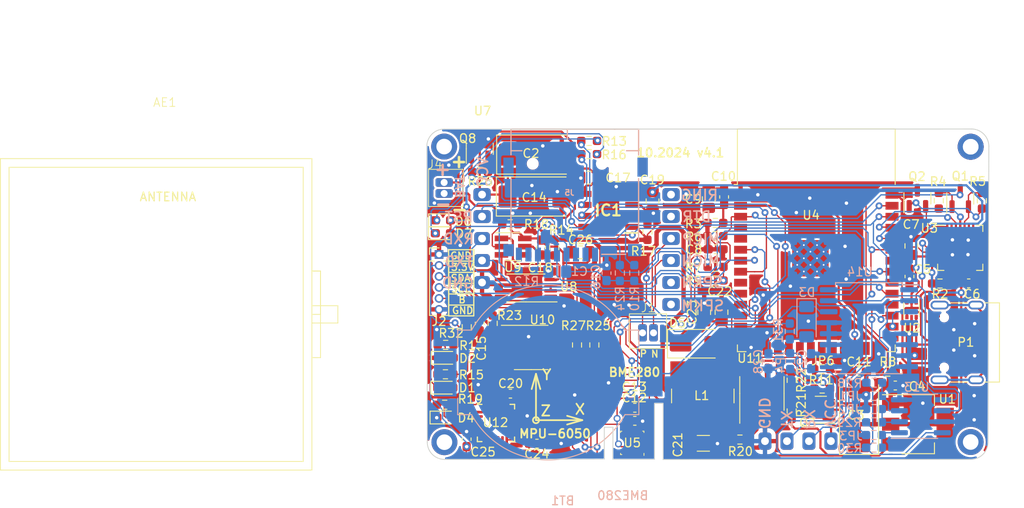
<source format=kicad_pcb>
(kicad_pcb (version 20240108) (generator "pcbnew") (generator_version "8.0")
  (layers (0 "F.Cu" signal) (31 "B.Cu" signal) (34 "B.Paste" user) (35 "F.Paste" user) (36 "B.SilkS" user "B.Silkscreen") (37 "F.SilkS" user "F.Silkscreen") (38 "B.Mask" user) (39 "F.Mask" user) (44 "Edge.Cuts" user))
  (net 0 "")
  (net 1 "GSM_POWER_SOURSE")
  (net 2 "GND")
  (net 3 "+3.3V")
  (net 4 "+5V")
  (net 5 "Net-(JP6-A)")
  (net 6 "SDA")
  (net 7 "SCL")
  (net 9 "Net-(P1-D+)")
  (net 10 "Net-(P1-D-)")
  (net 12 "unconnected-(P1-SHIELD-PadS1)")
  (net 13 "Net-(Q1-B)")
  (net 14 "DTS")
  (net 15 "EN")
  (net 16 "Net-(Q2-B)")
  (net 17 "DTR")
  (net 18 "IO0")
  (net 19 "POWER_OF_GPS")
  (net 20 "Net-(Q3-D)")
  (net 21 "Net-(U3-~{RST})")
  (net 22 "Net-(D5-A)")
  (net 23 "TXD")
  (net 24 "RXD")
  (net 25 "Net-(U3-D+)")
  (net 26 "Net-(U3-D-)")
  (net 35 "GPS_TX")
  (net 36 "GPS_RX")
  (net 43 "SEN_VP")
  (net 44 "SEN_VN")
  (net 52 "Net-(J1-Pin_1)")
  (net 53 "Net-(J1-Pin_2)")
  (net 54 "Net-(U9-VCC)")
  (net 56 "MICROSD_MISO")
  (net 58 "unconnected-(U7-SPKN-Pad7)")
  (net 59 "MICROSD_CLK")
  (net 63 "TXD_GSM")
  (net 64 "RXD_GSM")
  (net 65 "POWER_OF_GSM")
  (net 66 "MICROSD_MOSI")
  (net 67 "MICROSD_CS")
  (net 68 "Net-(IC1-BAT)")
  (net 69 "Net-(J4-Pin_1)")
  (net 70 "Net-(D6-K)")
  (net 71 "Net-(D7-K)")
  (net 72 "Net-(IC1-PROG)")
  (net 73 "Net-(IC1-STDBY)")
  (net 74 "Net-(IC1-CHRG)")
  (net 75 "OD")
  (net 76 "OC")
  (net 77 "Net-(U9-CS)")
  (net 80 "Net-(Q8-D)")
  (net 81 "Net-(U11-OC)")
  (net 82 "Net-(U11-FB)")
  (net 86 "Net-(U12-CPOUT)")
  (net 93 "Net-(U12-REGOUT)")
  (net 94 "BATTERY_VOLTAGE")
  (net 105 "MPU5060_INT")
  (net 106 "RST_GSM")
  (net 109 "Net-(BT1-+)")
  (net 110 "Net-(JP4-A)")
  (net 111 "Net-(D3-A)")
  (net 112 "Net-(JP1-B)")
  (net 113 "Net-(JP2-B)")
  (net 114 "Net-(JP3-B)")
  (net 116 "EXTERNAL_WOKE_UP")
  (net 118 "Net-(D1-A)")
  (net 119 "Net-(D2-A)")
  (net 120 "Net-(U10-IO1)")
  (net 121 "Net-(U10-IO2)")
  (net 122 "Net-(U10-IO0)")
  (net 126 "Net-(D4-A)")
  (net 127 "Net-(U10-IO3)")
  (net 131 "Net-(J2-Pin_5)")
  (footprint "Resistor_SMD:R_0603_1608Metric_Pad0.98x0.95mm_HandSolder" (layer "F.Cu") (at 50.3875 65.35 180)
    (property "Reference" "R15")
    (property "Value" "700" (hide yes))
  )
  (footprint "Capacitor_SMD:C_0603_1608Metric_Pad1.08x0.95mm_HandSolder" (layer "F.Cu") (at 57.9025 67.59 180)
    (property "Reference" "C20")
    (property "Value" "100n" (hide yes))
  )
  (footprint "Resistor_SMD:R_0603_1608Metric_Pad0.98x0.95mm_HandSolder" (layer "F.Cu") (at 65.6 61.9625 90)
    (property "Reference" "R27")
    (property "Value" "????" (hide yes))
  )
  (footprint "Package_TO_SOT_SMD:SOT-23" (layer "F.Cu") (at 109.8956 45.0365 90)
    (property "Reference" "Q1")
    (property "Value" "S8050" (hide yes))
  )
  (footprint "Capacitor_SMD:C_0603_1608Metric_Pad1.08x0.95mm_HandSolder" (layer "F.Cu") (at 102.3885 66.6496)
    (property "Reference" "C4")
    (property "Value" "100n" (hide yes))
  )
  (footprint "Resistor_SMD:R_0603_1608Metric_Pad0.98x0.95mm_HandSolder" (layer "F.Cu") (at 84.4277 72.898)
    (property "Reference" "R20")
    (property "Value" "30k" (hide yes))
  )
  (footprint "Capacitor_SMD:C_0603_1608Metric_Pad1.08x0.95mm_HandSolder" (layer "F.Cu") (at 52.84 72.8525 -90)
    (property "Reference" "C25")
    (property "Value" "100n" (hide yes))
  )
  (footprint "Sensor_Motion:InvenSense_QFN-24_4x4mm_P0.5mm" (layer "F.Cu") (at 56.23 70.98)
    (property "Reference" "U12")
    (property "Value" "MPU-6050")
  )
  (footprint "Package_TO_SOT_SMD:SOT-666" (layer "F.Cu") (at 104.267 57.8866 90)
    (property "Reference" "U2")
    (property "Value" "USBLC6-2P6" (hide yes))
  )
  (footprint "Resistor_SMD:R_0603_1608Metric_Pad0.98x0.95mm_HandSolder" (layer "F.Cu") (at 101.5219 65.0494)
    (property "Reference" "R8")
    (property "Value" "470" (hide yes))
  )
  (footprint "Capacitor_SMD:C_1206_3216Metric_Pad1.33x1.80mm_HandSolder" (layer "F.Cu") (at 80.2001 73.3298)
    (property "Reference" "C21")
    (property "Value" "100u" (hide yes))
  )
  (footprint "LED_SMD:LED_0603_1608Metric_Pad1.05x0.95mm_HandSolder" (layer "F.Cu") (at 50.095 49.05)
    (property "Reference" "D7")
    (property "Value" "LED Full blue")
  )
  (footprint "Capacitor_SMD:C_0805_2012Metric_Pad1.18x1.45mm_HandSolder" (layer "F.Cu") (at 74.325 45.3351 -90)
    (property "Reference" "C19")
    (property "Value" "16uF" (hide yes))
  )
  (footprint "Package_LGA:Bosch_LGA-8_2.5x2.5mm_P0.65mm_ClockwisePinNumbering" (layer "F.Cu") (at 71.985 73.285 180)
    (property "Reference" "U5")
    (property "Value" "BME280")
  )
  (footprint "Capacitor_SMD:C_0603_1608Metric_Pad1.08x0.95mm_HandSolder" (layer "F.Cu") (at 72.2825 69.22)
    (property "Reference" "C13")
    (property "Value" "100n" (hide yes))
  )
  (footprint "Resistor_SMD:R_0603_1608Metric_Pad0.98x0.95mm_HandSolder" (layer "F.Cu") (at 54.3875 41.95)
    (property "Reference" "R26")
    (property "Value" "9k" (hide yes))
  )
  (footprint "Resistor_SMD:R_0603_1608Metric_Pad0.98x0.95mm_HandSolder" (layer "F.Cu") (at 93.9275 64.76 180)
    (property "Reference" "JP6")
    (property "Value" "BOOT" (hide yes))
  )
  (footprint "Diode_SMD:D_SMA" (layer "F.Cu") (at 79.57 61.82)
    (property "Reference" "D5")
    (property "Value" "SS14" (hide yes))
  )
  (footprint "Connector_USB:USB_C_Receptacle_G-Switch_GT-USB-7010ASV" (layer "F.Cu") (at 110.6424 61.6712 90)
    (property "Reference" "P1")
    (property "Value" "USB_C_Plug_USB2.0" (hide yes))
  )
  (footprint "LED_SMD:LED_0603_1608Metric_Pad1.05x0.95mm_HandSolder" (layer "F.Cu") (at 50.375 66.9)
    (property "Reference" "D1")
    (property "Value" "GREEN LED" (hide yes))
  )
  (footprint "Connector_PinHeader_1.27mm:PinHeader_1x06_P1.27mm_Vertical" (layer "F.Cu") (at 49.65 51.5)
    (property "Reference" "J2")
    (property "Value" "I2C")
  )
  (footprint "Resistor_SMD:R_0603_1608Metric_Pad0.98x0.95mm_HandSolder" (layer "F.Cu") (at 81.5867 49.3776 180)
    (property "Reference" "R6")
    (property "Value" "470" (hide yes))
  )
  (footprint "Capacitor_SMD:C_0603_1608Metric_Pad1.08x0.95mm_HandSolder" (layer "F.Cu") (at 110.8725 54.84)
    (property "Reference" "C6")
    (property "Value" "100n" (hide yes))
  )
  (footprint "Capacitor_SMD:C_0603_1608Metric_Pad1.08x0.95mm_HandSolder" (layer "F.Cu") (at 54.35 59.4625 90)
    (property "Reference" "C15")
    (property "Value" "100n" (hide yes))
  )
  (footprint "Resistor_SMD:R_0603_1608Metric_Pad0.98x0.95mm_HandSolder" (layer "F.Cu") (at 50.3025 68.87 180)
    (property "Reference" "R19")
    (property "Value" "700" (hide yes))
  )
  (footprint "Package_DFN_QFN:QFN-28-1EP_5x5mm_P0.5mm_EP3.35x3.35mm" (layer "F.Cu") (at 109.8942 50.7332)
    (property "Reference" "U3")
    (property "Value" "CP2102N-Axx-xQFN28" (hide yes))
  )
  (footprint "Resistor_SMD:R_0603_1608Metric_Pad0.98x0.95mm_HandSolder" (layer "F.Cu") (at 81.6121 54.5084 180)
    (property "Reference" "R9")
    (property "Value" "4.7k" (hide yes))
  )
  (footprint "Capacitor_SMD:C_0805_2012Metric_Pad1.18x1.45mm_HandSolder" (layer "F.Cu") (at 82.3 58.1775 90)
    (property "Reference" "C22")
    (property "Value" "22u" (hide yes))
  )
  (footprint "Inductor_SMD:L_Ferrocore_DLG-0703" (layer "F.Cu") (at 80.137 67.8542 90)
    (property "Reference" "L1")
    (property "Value" "3.3uH" (hide yes))
  )
  (footprint "Capacitor_SMD:C_0805_2012Metric_Pad1.18x1.45mm_HandSolder" (layer "F.Cu") (at 80.3 58.1875 90)
    (property "Reference" "C23")
    (property "Value" "22u" (hide yes))
  )
  (footprint "Resistor_SMD:R_0603_1608Metric_Pad0.98x0.95mm_HandSolder" (layer "F.Cu") (at 93.9325 67)
    (property "Reference" "R11")
    (property "Value" "9k" (hide yes))
  )
  (footprint "Resistor_SMD:R_0603_1608Metric_Pad0.98x0.95mm_HandSolder" (layer "F.Cu") (at 66.9975 39.9)
    (property "Reference" "R16")
    (property "Value" "1k" (hide yes))
  )
  (footprint "Capacitor_Tantalum_SMD:CP_EIA-7343-31_Kemet-D" (layer "F.Cu") (at 98.2 70.21 90)
    (property "Reference" "C3")
    (property "Value" "470u" (hide yes))
  )
  (footprint "Capacitor_SMD:C_0603_1608Metric_Pad1.08x0.95mm_HandSolder" (layer "F.Cu") (at 72.2775 70.73)
    (property "Reference" "C12")
    (property "Value" "100n" (hide yes))
  )
  (footprint "Package_TO_SOT_SMD:SOT-23" (layer "F.Cu") (at 54.356 39.2915 90)
    (property "Reference" "Q8")
    (property "Value" "FDN358P" (hide yes))
  )
  (footprint "Capacitor_Tantalum_SMD:CP_EIA-7343-31_Kemet-D" (layer "F.Cu") (at 60.6806 44.8056)
    (property "Reference" "C14")
    (property "Value" "470u" (hide yes))
  )
  (footprint "Resistor_SMD:R_0603_1608Metric_Pad0.98x0.95mm_HandSolder" (layer "F.Cu") (at 66.9975 38.376)
    (property "Reference" "R13")
    (property "Value" "1k" (hide yes))
  )
  (footprint "Capacitor_SMD:C_0603_1608Metric_Pad1.08x0.95mm_HandSolder" (layer "F.Cu") (at 81.6113 50.9016 180)
    (property "Reference" "C8")
    (property "Value" "100n" (hide yes))
  )
  (footprint "Resistor_SMD:R_0603_1608Metric_Pad0.98x0.95mm_HandSolder" (layer "F.Cu") (at 55.85 59.4625 90)
    (property "Reference" "R23")
    (property "Value" "100" (hide yes))
  )
  (footprint "Resistor_SMD:R_0603_1608Metric_Pad0.98x0.95mm_HandSolder" (layer "F.Cu") (at 112.395 45.2901 90)
    (property "Reference" "R5")
    (property "Value" "10k" (hide yes))
  )
  (footprint "Resistor_SMD:R_0603_1608Metric_Pad0.98x0.95mm_HandSolder" (layer "F.Cu") (at 107.5525 54.86)
    (property "Reference" "R2")
    (property "Value" "2k" (hide yes))
  )
  (footprint "Footprint_library:SOIC127P600X175-9N" (layer "F.Cu") (at 69.2208 46.4058 180)
    (property "Reference" "IC1")
    (property "Value" "TC4056A" (hide yes))
  )
  (footprint "Package_TO_SOT_SMD:SOT-23-6_Handsoldering" (layer "F.Cu") (at 58.213 50.5968)
    (property "Reference" "U9")
    (property "Value" "DW01A" (hide yes))
  )
  (footprint "Capacitor_SMD:C_0603_1608Metric_Pad1.08x0.95mm_HandSolder" (layer "F.Cu") (at 82.6008 44.8553 90)
    (property "Reference" "C10")
    (property "Value" "100n" (hide yes))
  )
  (footprint "Resistor_SMD:R_0603_1608Metric_Pad0.98x0.95mm_HandSolder" (layer "F.Cu") (at 107.4166 45.2863 -90)
    (property "Reference" "R4")
    (property "Value" "10k" (hide yes))
  )
  (footprint "Capacitor_SMD:C_0805_2012Metric_Pad1.18x1.45mm_HandSolder" (layer "F.Cu") (at 67.0091 42.6212 180)
    (property "Reference" "C17")
    (property "Value" "16uF" (hide yes))
  )
  (footprint "Resistor_SMD:R_0603_1608Metric_Pad0.98x0.95mm_HandSolder" (layer "F.Cu") (at 62.9666 50.6984 -90)
    (property "Reference" "R14")
    (property "Value" "100" (hide yes))
  )
  (footprint "Package_TO_SOT_SMD:SOT-223-3_TabPin2" (layer "F.Cu") (at 105.0036 71.12)
    (property "Reference" "U1")
    (property "Value" "AMS1117-3.3" (hide yes))
  )
  (footprint "Package_SO:SOIC-8_3.9x4.9mm_P1.27mm" (layer "F.Cu") (at 60.3 62.25)
    (property "Reference" "U10")
    (property "Value" "PCA9536D")
  )
  (footprint "Package_TO_SOT_SMD:SOT-23" (layer "F.Cu") (at 93.7791 69.4538 180)
    (property "Reference" "Q3")
    (property "Value" "FDN358P" (hide yes))
  )
  (footprint "Capacitor_SMD:C_0805_2012Metric_Pad1.18x1.45mm_HandSolder" (layer "F.Cu") (at 80.8228 45.0811 90)
    (property "Reference" "C9")
    (property "Value" "22u" (hide yes))
  )
  (footprint "Resistor_SMD:R_0603_1608Metric_Pad0.98x0.95mm_HandSolder" (layer "F.Cu") (at 73.74 48.8975 90)
    (property "Reference" "R17")
    (property "Value" "1200" (hide yes))
  )
  (footprint "Capacitor_SMD:C_0805_2012Metric_Pad1.18x1.45mm_HandSolder" (layer "F.Cu") (at 65.9725 51.25)
    (property "Reference" "C26")
    (property "Value" "22u" (hide yes))
  )
  (footprint "Resistor_SMD:R_0603_1608Metric_Pad0.98x0.95mm_HandSolder" (layer "F.Cu") (at 52.85 59.8625 -90)
    (property "Reference" "R32")
    (property "Value" "100" (hide yes))
  )
  (footprint "Resistor_SMD:R_0603_1608Metric_Pad0.98x0.95mm_HandSolder" (layer "F.Cu") (at 81.6121 52.9336 180)
    (property "Reference" "R7")
    (property "Value" "4.7k" (hide yes))
  )
  (footprint "Capacitor_SMD:C_0603_1608Metric_Pad1.08x0.95mm_HandSolder" (layer "F.Cu") (at 98.1875 65.05)
    (property "Reference" "C11")
    (property "Value" "100n" (hide yes))
  )
  (footprint "LED_SMD:LED_0603_1608Metric_Pad1.05x0.95mm_HandSolder" (layer "F.Cu") (at 50.425 63.45)
    (property "Reference" "D2")
    (property "Value" "BLUE LED")
  )
  (footprint "Resistor_SMD:R_0603_1608Metric_Pad0.98x0.95mm_HandSolder" (layer "F.Cu") (at 90.41 69.5979 -90)
    (property "Reference" "R21")
    (property "Value" "62k" (hide yes))
  )
  (footprint "Footprint_library:SIM800L-CORE" (layer "F.Cu") (at 54.62 42.04)
    (property "Reference" "U7")
    (property "Value" "~")
  )
  (footprint "Capacitor_SMD:C_0603_1608Metric_Pad1.08x0.95mm_HandSolder" (layer "F.Cu") (at 60.9675 73.37 180)
    (property "Reference" "C24")
    (property "Value" "100n" (hide yes))
  )
  (footprint "Capacitor_Tantalum_SMD:CP_EIA-7343-31_Kemet-D" (layer "F.Cu") (at 60.7197 39.9542)
    (property "Reference" "C2")
    (property "Value" "470u" (hide yes))
  )
  (footprint "Resistor_SMD:R_0603_1608Metric_Pad0.98x0.95mm_HandSolder" (layer "F.Cu") (at 50.4125 61.95 180)
    (property "Reference" "R1")
    (property "Value" "700" (hide yes))
  )
  (footprint "Resistor_SMD:R_0603_1608Metric_Pad0.98x0.95mm_HandSolder" (layer "F.Cu") (at 57.8675 48.01 180)
    (property "Reference" "R18")
    (property "Value" "1k" (hide yes))
  )
  (footprint "Package_SO:TSSOP-8_4.4x3mm_P0.65mm" (layer "F.Cu") (at 59.69 55.372 180)
    (property "Reference" "U8")
    (property "Value" "FS8205A" (hide yes))
  )
  (footprint "Resistor_SMD:R_0603_1608Metric_Pad0.98x0.95mm_HandSolder" (layer "F.Cu") (at 81.5867 47.8536 180)
    (property "Reference" "R3")
    (property "Value" "10k" (hide yes))
  )
  (footprint "Footprint_library:GPS_ANTENNA" (layer "F.Cu") (at 17.95 34.425)
    (property "Reference" "AE1")
    (property "Value" "Antenna")
  )
  (footprint "Resistor_SMD:R_0603_1608Metric_Pad0.98x0.95mm_HandSolder" (layer "F.Cu") (at 90.41 66.0425 -90)
    (property "Reference" "R22")
    (property "Value" "10k" (hide yes))
  )
  (footprint "Package_TO_SOT_SMD:SOT-23" (layer "F.Cu") (at 104.9426 45.0111 90)
    (property "Reference" "Q2")
    (property "Value" "S8050" (hide yes))
  )
  (footprint "Capacitor_SMD:C_0805_2012Metric_Pad1.18x1.45mm_HandSolder" (layer "F.Cu") (at 104.2416 50.5167 90)
    (property "Reference" "C7")
    (property "Value" "47u" (hide yes))
  )
  (footprint "LED_SMD:LED_0603_1608Metric_Pad1.05x0.95mm_HandSolder" (layer "F.Cu") (at 50.105 47.55)
    (property "Reference" "D6")
    (property "Value" "LED Charging red")
  )
  (footprint "Footprint_library:JST 1.25" (layer "F.Cu") (at 50.24 41.91 180)
    (property "Reference" "J4")
    (property "Value" "BATTERY")
  )
  (footprint "Footprint_library:JST 1.25" (layer "F.Cu") (at 71.9 60.56 -90)
    (property "Reference" "J1")
    (property "Value" "Mic")
  )
  (footprint "LED_SMD:LED_0603_1608Metric_Pad1.05x0.95mm_HandSolder" (layer "F.Cu") (at 50.275 70.35)
    (property "Reference" "D4")
    (property "Value" "RED LED" (hide yes))
  )
  (footprint "Capacitor_SMD:C_0603_1608Metric_Pad1.08x0.95mm_HandSolder" (layer "F.Cu") (at 104.025 54.05 -90)
    (property "Reference" "C5")
    (property "Value" "100n" (hide yes))
  )
  (footprint "Package_SO:SOP-8_3.9x4.9mm_P1.27mm" (layer "F.Cu") (at 86.9696 67.564 90)
    (property "Reference" "U11")
    (property "Value" "FP6298" (hide yes))
  )
  (footprint "Capacitor_SMD:C_0603_1608Metric_Pad1.08x0.95mm_HandSolder" (layer "F.Cu") (at 61.4426 50.6984 90)
    (property "Reference" "C18")
    (property "Value" "100nF" (hide yes))
  )
  (footprint "Resistor_SMD:R_0603_1608Metric_Pad0.98x0.95mm_HandSolder" (layer "F.Cu") (at 67.6 61.9625 -90)
    (property "Reference" "R25")
    (property "Value" "????" (hide yes))
  )
  (footprint "RF_Module:ESP32-WROOM-32" (layer "F.Cu") (at 93.2564 52.8524)
    (property "Reference" "U4")
    (property "Value" "ESP32-WROOM-32" (hide yes))
  )
  (footprint "Footprint_library:GY_GPS6MV2_module" (layer "F.Cu") (at 114.6452 47.2758 -90)
    (property "Reference" "U6" (hide yes))
    (property "Value" "~")
  )
  (footprint "Resistor_SMD:R_0603_1608Metric_Pad0.98x0.95mm_HandSolder" (layer "B.Cu") (at 99.92 70.9)
    (property "Reference" "R29")
    (property "Value" "4.7k")
  )
  (footprint "Resistor_SMD:R_0603_1608Metric_Pad0.98x0.95mm_HandSolder" (layer "B.Cu") (at 99.9275 67.85)
    (property "Reference" "JP1")
    (property "Value" "A2")
  )
  (footprint "Package_SO:SOIC-8_3.9x4.9mm_P1.27mm" (layer "B.Cu") (at 105.34 70.2)
    (property "Reference" "U13")
    (property "Value" "AT24CS02-SSHM")
  )
  (footprint "Resistor_SMD:R_0603_1608Metric_Pad0.98x0.95mm_HandSolder" (layer "B.Cu") (at 72.21 53.6425 -90)
    (property "Reference" "R10")
    (property "Value" "10k" (hide yes))
  )
  (footprint "Resistor_SMD:R_0603_1608Metric_Pad0.98x0.95mm_HandSolder" (layer "B.Cu") (at 90.19 60.3975 90)
    (property "Reference" "R31")
    (property "Value" "200" (hide yes))
  )
  (footprint "Capacitor_SMD:C_0603_1608Metric_Pad1.08x0.95mm_HandSolder" (layer "B.Cu") (at 69.01 53.6575 90)
    (property "Reference" "C16")
    (property "Value" "100nF" (hide yes))
  )
  (footprint "Resistor_SMD:R_0603_1608Metric_Pad0.98x0.95mm_HandSolder" (layer "B.Cu") (at 99.9175 72.37)
    (property "Reference" "JP3")
    (property "Value" "A0")
  )
  (footprint "Capacitor_SMD:C_0603_1608Metric_Pad1.08x0.95mm_HandSolder" (layer "B.Cu") (at 92.66 63.8375 90)
    (property "Reference" "C27")
    (property "Value" "1u" (hide yes))
  )
  (footprint "Resistor_SMD:R_0603_1608Metric_Pad0.98x0.95mm_HandSolder" (layer "B.Cu") (at 99.9475 66.32)
    (property "Reference" "R28")
    (property "Value" "4.7k")
  )
  (footprint "Resistor_SMD:R_0603_1608Metric_Pad0.98x0.95mm_HandSolder" (layer "B.Cu") (at 99.9175 69.37)
    (property "Reference" "JP2")
    (property "Value" "A1")
  )
  (footprint "Diode_SMD:D_MiniMELF" (layer "B.Cu") (at 92.13 59.27 -90)
    (property "Reference" "D3")
    (property "Value" "1N914WT" (hide yes))
  )
  (footprint "Resistor_SMD:R_0603_1608Metric_Pad0.98x0.95mm_HandSolder" (layer "B.Cu") (at 90.23 63.8325 -90)
    (property "Reference" "JP4")
    (property "Value" "RTC ON  R0 0603" (hide yes))
  )
  (footprint "Capacitor_SMD:C_0805_2012Metric_Pad1.18x1.45mm_HandSolder" (layer "B.Cu") (at 63.3075 53.48 180)
    (property "Reference" "C1")
    (property "Value" "22u" (hide yes))
  )
  (footprint "Package_SO:SOIC-16W_7.5x10.3mm_P1.27mm" (layer "B.Cu") (at 99.34 60.025 180)
    (property "Reference" "U14")
    (property "Value" "DS3231M")
  )
  (footprint "Resistor_SMD:R_0603_1608Metric_Pad0.98x0.95mm_HandSolder" (layer "B.Cu") (at 59.7575 53.4 180)
    (property "Reference" "R12")
    (property "Value" "10k" (hide yes))
  )
  (footprint "Battery:BatteryHolder_MPD_BC2003_1x2032" (layer "B.Cu") (at 62.275 65.13)
    (property "Reference" "BT1")
    (property "Value" "Battery_Cell")
  )
  (footprint "Resistor_SMD:R_0603_1608Metric_Pad0.98x0.95mm_HandSolder" (layer "B.Cu") (at 70.55 53.6425 -90)
    (property "Reference" "R24")
    (property "Value" "10k" (hide yes))
  )
  (footprint "Capacitor_SMD:C_0603_1608Metric_Pad1.08x0.95mm_HandSolder" (layer "B.Cu") (at 87.72 63.8425 -90)
    (property "Reference" "C28")
    (property "Value" "100n" (hide yes))
  )
  (footprint "Resistor_SMD:R_0603_1608Metric_Pad0.98x0.95mm_HandSolder" (layer "B.Cu") (at 99.9175 73.83)
    (property "Reference" "R30")
    (property "Value" "4.7k")
  )
  (footprint "Footprint_library:J_SD_Card-micro_socket_A (1)" (layer "B.Cu") (at 64.464968 44.488145 180)
    (property "Reference" "J5")
    (property "Value" "Micro_SD_Card" (hide yes))
  )
  (gr_circle (center 60.855 70.655) (end 61.208553 70.655) (stroke (width 0.2)) (fill none) (layer "F.SilkS"))
  (gr_line (start 50.76 54.85) (end 53.57 54.85) (stroke (width 0.15)) (layer "F.SilkS"))
  (gr_line (start 50.8 58.6) (end 53.61 58.6) (stroke (width 0.15)) (layer "F.SilkS"))
  (gr_line (start 60.855 65.305) (end 60.355 67.055) (stroke (width 0.2)) (layer "F.SilkS"))
  (gr_line (start 50.805 52.27) (end 53.615 52.27) (stroke (width 0.15)) (layer "F.SilkS"))
  (gr_line (start 50.75 50.95) (end 50.76 58.6) (stroke (width 0.15)) (layer "F.SilkS"))
  (gr_line (start 53.68 56.07) (end 50.76 56.07) (stroke (width 0.15)) (layer "F.SilkS"))
  (gr_line (start 60.855 70.655) (end 66.205 70.655) (stroke (width 0.2)) (layer "F.SilkS"))
  (gr_line (start 60.855 70.655) (end 60.855 65.305) (stroke (width 0.2)) (layer "F.SilkS"))
  (gr_line (start 66.205 70.655) (end 64.455 71.155) (stroke (width 0.2)) (layer "F.SilkS"))
  (gr_line (start 53.68 50.95) (end 53.66 58.6) (stroke (width 0.15)) (layer "F.SilkS"))
  (gr_line (start 66.205 70.655) (end 64.455 70.155) (stroke (width 0.2)) (layer "F.SilkS"))
  (gr_line (start 60.855 65.305) (end 61.355 67.055) (stroke (width 0.2)) (layer "F.SilkS"))
  (gr_line (start 50.85 57.35) (end 53.66 57.35) (stroke (width 0.15)) (layer "F.SilkS"))
  (gr_line (start 50.785 53.57) (end 53.595 53.57) (stroke (width 0.15)) (layer "F.SilkS"))
  (gr_line (start 53.68 50.95) (end 50.75 50.95) (stroke (width 0.15)) (layer "F.SilkS"))
  (gr_line (start 113.2 39) (end 113.11 73.18) (stroke (width 0.1)) (layer "Edge.Cuts"))
  (gr_line (start 74.55 75.17) (end 69.74 75.17) (stroke (width 0.1)) (layer "Edge.Cuts"))
  (gr_line (start 69.74 75.17) (end 69.75 71.47) (stroke (width 0.1)) (layer "Edge.Cuts"))
  (gr_arc (start 48.24 39.01) (mid 48.825786 37.595786) (end 50.24 37.01) (stroke (width 0.1)) (layer "Edge.Cuts"))
  (gr_line (start 48.289975 73.2) (end 48.24 39.01) (stroke (width 0.1)) (layer "Edge.Cuts"))
  (gr_line (start 68.75 75.15) (end 53.15 75.19) (stroke (width 0.1)) (layer "Edge.Cuts"))
  (gr_arc (start 113.11 73.18) (mid 112.521285 74.601285) (end 111.1 75.19) (stroke (width 0.1)) (layer "Edge.Cuts"))
  (gr_line (start 74.55 68.7) (end 74.55 75.17) (stroke (width 0.1)) (layer "Edge.Cuts"))
  (gr_line (start 69.75 71.47) (end 68.75 71.47) (stroke (width 0.1)) (layer "Edge.Cuts"))
  (gr_line (start 68.75 71.47) (end 68.75 75.15) (stroke (width 0.1)) (layer "Edge.Cuts"))
  (gr_line (start 50.24 37.01) (end 111.2 37) (stroke (width 0.1)) (layer "Edge.Cuts"))
  (gr_arc (start 111.2 37) (mid 112.614214 37.585786) (end 113.2 39) (stroke (width 0.1)) (layer "Edge.Cuts"))
  (gr_line (start 75.55 68.7) (end 74.55 68.7) (stroke (width 0.1)) (layer "Edge.Cuts"))
  (gr_line (start 111.1 75.19) (end 75.55 75.2) (stroke (width 0.1)) (layer "Edge.Cuts"))
  (gr_line (start 75.55 75.2) (end 75.55 68.7) (stroke (width 0.1)) (layer "Edge.Cuts"))
  (gr_line (start 53.15 75.19) (end 50.29 75.19) (stroke (width 0.1)) (layer "Edge.Cuts"))
  (gr_arc (start 50.29 75.19) (mid 48.87638 74.610691) (end 48.289975 73.2) (stroke (width 0.1)) (layer "Edge.Cuts"))
  (gr_text "BAT" (at 51.43 45.08 270) (layer "B.SilkS") (effects (font (size 1 1)) (justify left bottom mirror)))
  (gr_text "+" (at 51.19 42.49 0) (layer "B.SilkS") (effects (font (size 1.5 1.5) (thickness 0.3) (bold yes)) (justify left bottom mirror)))
  (gr_text "-" (at 51.26 46.52 0) (layer "B.SilkS") (effects (font (size 1.5 1.5) (thickness 0.3) (bold yes)) (justify left bottom mirror)))
  (gr_text "BME280" (at 72.24 65.12 0) (layer "F.SilkS") (effects (font (size 1 1) (thickness 0.2) (bold yes))))
  (gr_text "N" (at 74.07 63.47 0) (layer "F.SilkS") (effects (font (size 0.8 0.8)) (justify left bottom)))
  (gr_text "3.3V\n" (at 50.95 53.44 0) (layer "F.SilkS") (effects (font (size 0.8 0.8)) (justify left bottom)))
  (gr_text "10.2024 v4.1\n" (at 77.55 39.75 0) (layer "F.SilkS") (effects (font (size 1 1) (thickness 0.2) (bold yes))))
  (gr_text "Z" (at 61.28 70.28 0) (layer "F.SilkS") (effects (font (size 1.2 1.2) (thickness 0.2) (bold yes)) (justify left bottom)))
  (gr_text "GND" (at 51.06 58.45 0) (layer "F.SilkS") (effects (font (size 0.8 0.8)) (justify left bottom)))
  (gr_text "+" (at 50.83 41.59 0) (layer "F.SilkS") (effects (font (size 1.5 1.5) (thickness 0.3) (bold yes)) (justify left bottom)))
  (gr_text "P" (at 72.77 63.44 0) (layer "F.SilkS") (effects (font (size 0.8 0.8)) (justify left bottom)))
  (gr_text "X" (at 65.23 70.105 0) (layer "F.SilkS") (effects (font (size 1.2 1.2) (thickness 0.2) (bold yes)) (justify left bottom)))
  (gr_text "B" (at 51.81 57.2 0) (layer "F.SilkS") (effects (font (size 0.8 0.8)) (justify left bottom)))
  (gr_text "-" (at 50.89 47.14 0) (layer "F.SilkS") (effects (font (size 1.5 1.5) (thickness 0.3) (bold yes)) (justify left bottom)))
  (gr_text "GND" (at 50.86 52.12 0) (layer "F.SilkS") (effects (font (size 0.8 0.8)) (justify left bottom)))
  (gr_text "SDA" (at 50.92 54.71 0) (layer "F.SilkS") (effects (font (size 0.8 0.8)) (justify left bottom)))
  (gr_text "Y" (at 61.455 66.105 0) (layer "F.SilkS") (effects (font (size 1.2 1.2) (thickness 0.2) (bold yes)) (justify left bottom)))
  (gr_text "SCL" (at 50.96 55.95 0) (layer "F.SilkS") (effects (font (size 0.8 0.8)) (justify left bottom)))
  (via (at 111.1 39.05) (size 3) (drill 1.8) (layers "F.Cu" "B.Cu") (net 0))
  (via (at 111.1 39.05) (size 3) (drill 1.8) (layers "F.Cu" "B.Cu") (net 0))
  (via (at 111.1 73.18) (size 3) (drill 1.8) (layers "F.Cu" "B.Cu") (net 0))
  (via (at 50.24 39.03) (size 3) (drill 1.8) (layers "F.Cu" "B.Cu") (net 0))
  (segment (start 90.41 71.25) (end 90.41 70.5104) (width 0.25) (layer "F.Cu") (net 1))
  (segment (start 100.5336 74.74) (end 101.8536 73.42) (width 0.25) (layer "F.Cu") (net 1))
  (segment (start 77.18 74.74) (end 75.99 73.55) (width 0.25) (layer "F.Cu") (net 1))
  (segment (start 53.2 46.37) (end 53.2 55.45) (width 0.25) (layer "F.Cu") (net 1))
  (segment (start 55.3 43.108) (end 55.372 43.18) (width 0.25) (layer "F.Cu") (net 1))
  (segment (start 53.2 55.45) (end 54.622 56.872) (width 0.25) (layer "F.Cu") (net 1))
  (segment (start 78.172127 74.74) (end 78.65 74.74) (width 0.25) (layer "F.Cu") (net 1))
  (segment (start 90.5002 70.5104) (end 91.3002 69.7104) (width 0.25) (layer "F.Cu") (net 1))
  (segment (start 61.872 56.872) (end 64.8 59.8) (width 0.25) (layer "F.Cu") (net 1))
  (segment (start 80.3 60.16) (end 80.3 59.225) (width 0.25) (layer "F.Cu") (net 1))
  (segment (start 69.47 63.17) (end 69.47 59.3) (width 0.25) (layer "F.Cu") (net 1))
  (segment (start 73.34 63.154014) (end 74.11 63.154014) (width 0.25) (layer "F.Cu") (net 1))
  (segment (start 70.15 58.62) (end 71.35 58.62) (width 0.25) (layer "F.Cu") (net 1))
  (segment (start 74.11 63.154014) (end 74.54 63.584014) (width 0.25) (layer "F.Cu") (net 1))
  (segment (start 93.37 71.63) (end 91.84 71.63) (width 0.25) (layer "F.Cu") (net 1))
  (segment (start 78.65 74.74) (end 95.22 74.74) (width 0.25) (layer "F.Cu") (net 1))
  (segment (start 69.47 59.3) (end 70.15 58.62) (width 0.25) (layer "F.Cu") (net 1))
  (segment (start 78.65 74.74) (end 77.18 74.74) (width 0.25) (layer "F.Cu") (net 1))
  (segment (start 55.306 41.944) (end 55.3 41.95) (width 0.25) (layer "F.Cu") (net 1))
  (segment (start 82.29 59.225) (end 82.3 59.215) (width 0.25) (layer "F.Cu") (net 1))
  (segment (start 71.69 61.504014) (end 73.34 63.154014) (width 0.25) (layer "F.Cu") (net 1))
  (segment (start 75.59 68.26) (end 75.99 68.66) (width 0.25) (layer "F.Cu") (net 1))
  (segment (start 91.84 71.63) (end 91.34 71.63) (width 0.25) (layer "F.Cu") (net 1))
  (segment (start 68.86 63.78) (end 69.47 63.17) (width 0.25) (layer "F.Cu") (net 1))
  (segment (start 65.215424 63.78) (end 68.86 63.78) (width 0.25) (layer "F.Cu") (net 1))
  (segment (start 55.3 41.95) (end 55.3 43.108) (width 0.25) (layer "F.Cu") (net 1))
  (segment (start 75.99 71.58) (end 75.99 71.92) (width 0.25) (layer "F.Cu") (net 1))
  (segment (start 82.3 59.265) (end 83.13 60.095) (width 0.15) (layer "F.Cu") (net 1))
  (segment (start 90.436995 63.789) (end 85.333 63.789) (width 0.25) (layer "F.Cu") (net 1))
  (segment (start 52.813081 45.983081) (end 53.2 46.37) (width 0.25) (layer "F.Cu") (net 1))
  (segment (start 74.54 63.584014) (end 74.54 67.8) (width 0.25) (layer "F.Cu") (net 1))
  (segment (start 94.61 74.74) (end 93.735 73.865) (width 0.25) (layer "F.Cu") (net 1))
  (segment (start 78.06 60.39) (end 80.07 60.39) (width 0.25) (layer "F.Cu") (net 1))
  (segment (start 74.54 67.8) (end 75 68.26) (width 0.25) (layer "F.Cu") (net 1))
  (segment (start 93.735 71.995) (end 93.37 71.63) (width 0.25) (layer "F.Cu") (net 1))
  (segment (start 75.99 73.55) (end 75.99 71.58) (width 0.25) (layer "F.Cu") (net 1))
  (segment (start 75 68.26) (end 75.59 68.26) (width 0.25) (layer "F.Cu") (net 1))
  (segment (start 85.333 63.789) (end 84.992 63.448) (width 0.25) (layer "F.Cu") (net 1))
  (segment (start 90.5002 70.7902) (end 90.5002 70.5104) (width 0.25) (layer "F.Cu") (net 1))
  (segment (start 90.41 71.25) (end 90.79 71.63) (width 0.25) (layer "F.Cu") (net 1))
  (segment (start 91.3002 64.652205) (end 90.436995 63.789) (width 0.25) (layer "F.Cu") (net 1))
  (segment (start 54.622 56.872) (end 61.872 56.872) (width 0.25) (layer "F.Cu") (net 1))
  (segment (start 71.69 58.96) (end 71.69 61.504014) (width 0.25) (layer "F.Cu") (net 1))
  (segment (start 95.22 74.74) (end 100.5336 74.74) (width 0.25) (layer "F.Cu") (net 1))
  (segment (start 77.57 61.82) (end 77.57 60.88) (width 0.25) (layer "F.Cu") (net 1))
  (segment (start 80.07 60.39) (end 80.3 60.16) (width 0.25) (layer "F.Cu") (net 1))
  (segment (start 75.99 68.66) (end 75.99 71.58) (width 0.25) (layer "F.Cu") (net 1))
  (segment (start 77.57 60.88) (end 78.06 60.39) (width 0.25) (layer "F.Cu") (net 1))
  (segment (start 64.8 59.8) (end 64.8 63.364576) (width 0.25) (layer "F.Cu") (net 1))
  (segment (start 80.29 59.275) (end 80.28 59.265) (width 0.25) (layer "F.Cu") (net 1))
  (segment (start 83.13 60.095) (end 83.13 62.98) (width 0.15) (layer "F.Cu") (net 1))
  (segment (start 55.306 40.229) (end 55.306 41.944) (width 0.25) (layer "F.Cu") (net 1))
  (segment (start 80.3 59.225) (end 82.29 59.225) (width 0.25) (layer "F.Cu") (net 1))
  (segment (start 84.992 63.448) (end 83.598 63.448) (width 0.25) (layer "F.Cu") (net 1))
  (segment (start 95.22 74.74) (end 94.61 74.74) (width 0.25) (layer "F.Cu") (net 1))
  (segment (start 64.8 63.364576) (end 65.215424 63.78) (width 0.25) (layer "F.Cu") (net 1))
  (segment (start 91.84 71.63) (end 90.79 71.63) (width 0.25) (layer "F.Cu") (net 1))
  (segment (start 93.735 73.865) (end 93.735 71.995) (width 0.25) (layer "F.Cu") (net 1))
  (segment (start 80.28 59.265) (end 82.3 59.265) (width 0.15) (layer "F.Cu") (net 1))
  (segment (start 71.35 58.62) (end 71.69 58.96) (width 0.25) (layer "F.Cu") (net 1))
  (segment (start 83.13 62.98) (end 83.598 63.448) (width 0.15) (layer "F.Cu") (net 1))
  (segment (start 91.3002 69.7104) (end 91.3002 64.652205) (width 0.25) (layer "F.Cu") (net 1))
  (via (at 52.813081 45.983081) (size 0.8) (drill 0.4) (layers "F.Cu" "B.Cu") (net 1))
  (via (at 55.372 43.18) (size 0.8) (drill 0.4) (layers "F.Cu" "B.Cu") (net 1))
  (segment (start 55.372 43.18) (end 55.202 43.35) (width 0.15) (layer "B.Cu") (net 1))
  (segment (start 52.82 43.81) (end 53.307056 43.322944) (width 0.25) (layer "B.Cu") (net 1))
  (segment (start 52.813081 45.983081) (end 52.82 45.976162) (width 0.25) (layer "B.Cu") (net 1))
  (segment (start 53.307056 43.322944) (end 55.229056 43.322944) (width 0.25) (layer "B.Cu") (net 1))
  (segment (start 55.229056 43.322944) (end 55.372 43.18) (width 0.25) (layer "B.Cu") (net 1))
  (segment (start 52.82 45.976162) (end 52.82 43.81) (width 0.25) (layer "B.Cu") (net 1))
  (segment (start 73.06 70.73) (end 73.14 70.73) (width 0.25) (layer "F.Cu") (net 2))
  (segment (start 101.85 68.8164) (end 101.85 67.5746) (width 0.5) (layer "F.Cu") (net 2))
  (segment (start 61.51 74.48) (end 61.75 74.24) (width 0.15) (layer "F.Cu") (net 2))
  (segment (start 81.7928 73.36) (end 81.7626 73.3298) (width 0.5) (layer "F.Cu") (net 2))
  (segment (start 86.578 73.823) (end 82.2558 73.823) (width 0.5) (layer "F.Cu") (net 2))
  (segment (start 79.6064 44.0436) (end 78.9832 44.6668) (width 0.25) (layer "F.Cu") (net 2))
  (segment (start 73.46 46.3308) (end 72.9 45.7708) (width 0.25) (layer "F.Cu") (net 2))
  (segment (start 82.6008 43.9928) (end 80.8736 43.9928) (width 0.25) (layer "F.Cu") (net 2))
  (segment (start 48.6275 69.6375) (end 48.6275 63.16) (width 0.15) (layer "F.Cu") (net 2))
  (segment (start 73.46 73.81) (end 73.46 71.05) (width 0.25) (layer "F.Cu") (net 2))
  (segment (start 111.85 52.689) (end 111.85 54.6216) (width 0.25) (layer "F.Cu") (net 2))
  (segment (start 81.85 73.25) (end 81.9298 73.3298) (width 0.5) (layer "F.Cu") (net 2))
  (segment (start 60.5444 44.8056) (end 63.7931 44.8056) (width 0.15) (layer "F.Cu") (net 2))
  (segment (start 111.85 54.6216) (end 111.7854 54.6862) (width 0.25) (layer "F.Cu") (net 2))
  (segment (start 49.46 63.42) (end 48.8875 63.42) (width 0.15) (layer "F.Cu") (net 2))
  (segment (start 73.74 49.81) (end 73.74 49.197284) (width 0.15) (layer "F.Cu") (net 2))
  (segment (start 52.79 70.800025) (end 52.83 71.97) (width 0.15) (layer "F.Cu") (net 2))
  (segment (start 104.267 60.743) (end 103.98 61.03) (width 0.25) (layer "F.Cu") (net 2))
  (segment (start 74.49 46.668) (end 74.49 46.5376) (width 0.15) (layer "F.Cu") (net 2))
  (segment (start 81.83 73.3972) (end 81.83 73.36) (width 0.5) (layer "F.Cu") (net 2))
  (segment (start 63.7931 44.8056) (end 63.7931 44.7031) (width 0.25) (layer "F.Cu") (net 2))
  (segment (start 48.6275 60.8575) (end 48.6275 63.16) (width 0.15) (layer "F.Cu") (net 2))
  (segment (start 88.8746 64.939) (end 88.9 64.9) (width 0.25) (layer "F.Cu") (net 2))
  (segment (start 82.3025 57.19) (end 80.28 57.19) (width 0.15) (layer "F.Cu") (net 2))
  (segment (start 52.83 71.97) (end 52.79 71.955) (width 0.15) (layer "F.Cu") (net 2))
  (segment (start 73.145 69.22) (end 73.145 70.725) (width 0.15) (layer "F.Cu") (net 2))
  (segment (start 55.98 73.88) (end 55.98 73.98) (width 0.15) (layer "F.Cu") (net 2))
  (segment (start 54.28 69.73) (end 53.860025 69.73) (width 0.15) (layer "F.Cu") (net 2))
  (segment (start 49.308517 60.176483) (end 48.6275 60.8575) (width 0.15) (layer "F.Cu") (net 2))
  (segment (start 48.8875 63.42) (end 48.6275 63.16) (width 0.15) (layer "F.Cu") (net 2))
  (segment (start 106.1424 57.6962) (end 106.1424 56.990993) (width 0.25) (layer "F.Cu") (net 2))
  (segment (start 54.927 55.047) (end 54.62 54.74) (width 0.25) (layer "F.Cu") (net 2))
  (segment (start 72.3708 48.3108) (end 71.9328 48.3108) (width 0.25) (layer "F.Cu") (net 2))
  (segment (start 85.0646 71.3486) (end 83.5152 72.898) (width 0.5) (layer "F.Cu") (net 2))
  (segment (start 103.35 48.5876) (end 104.2416 49.4792) (width 0.25) (layer "F.Cu") (net 2))
  (segment (start 104.267 58.8116) (end 104.267 60.743) (width 0.25) (layer "F.Cu") (net 2))
  (segment (start 52.393634 61.5375) (end 53.306366 61.5375) (width 0.15) (layer "F.Cu") (net 2))
  (segment (start 59.23 69.73) (end 59.42 69.54) (width 0.15) (layer "F.Cu") (net 2))
  (segment (start 56.99 73.359975) (end 56.99 73.69) (width 0.15) (layer "F.Cu") (net 2))
  (segment (start 106.1424 66.332926) (end 106.1424 65.6462) (width 0.25) (layer "F.Cu") (net 2))
  (segment (start 63.7931 44.7031) (end 63.33 44.24) (width 0.25) (layer "F.Cu") (net 2))
  (segment (start 81.7626 73.3298) (end 81.7702 73.3298) (width 0.5) (layer "F.Cu") (net 2))
  (segment (start 49.38 70.37) (end 49.36 70.37) (width 0.15) (layer "F.Cu") (net 2))
  (segment (start 58.18 69.73) (end 59.23 69.73) (width 0.15) (layer "F.Cu") (net 2))
  (segment (start 59.42 68.165) (end 58.745 67.49) (width 0.15) (layer "F.Cu") (net 2))
  (segment (start 57.36 73.69) (end 59.07 73.69) (width 0.15) (layer "F.Cu") (net 2))
  (segment (start 55.98 73.88) (end 55.98 74.37) (width 0.15) (layer "F.Cu") (net 2))
  (segment (start 106.8232 50.2332) (end 107.4442 50.2332) (width 0.25) (layer "F.Cu") (net 2))
  (segment (start 73.145 70.725) (end 73.14 70.73) (width 0.15) (layer "F.Cu") (net 2))
  (segment (start 106.1424 56.990993) (end 106.833393 56.3) (width 0.25) (layer "F.Cu") (net 2))
  (segment (start 63.7931 42.92) (end 63.7931 39.9933) (width 0.25) (layer "F.Cu") (net 2))
  (segment (start 109.3942 50.2332) (end 109.8942 50.7332) (width 0.25) (layer "F.Cu") (net 2))
  (segment (start 72.81 70.7468) (end 72.7956 70.7612) (width 0.25) (layer "F.Cu") (net 2))
  (segment (start 49.38 70.39) (end 49.38 70.37) (width 0.15) (layer "F.Cu") (net 2))
  (segment (start 74.3024 46.35) (end 73.46 46.35) (width 0.25) (layer "F.Cu") (net 2))
  (segment (start 72.96 74.31) (end 73.46 73.81) (width 0.25) (layer "F.Cu") (net 2))
  (segment (start 87.3252 73.0758) (end 86.578 73.823) (width 0.5) (layer "F.Cu") (net 2))
  (segment (start 78.9832 44.6668) (end 78.9832 45.8832) (width 0.25) (layer "F.Cu") (net 2))
  (segment (start 110.681 51.52) (end 109.8942 50.7332) (width 0.25) (layer "F.Cu") (net 2))
  (segment (start 83.2104 44.6024) (end 82.6008 43.9928) (width 0.25) (layer "F.Cu") (net 2))
  (segment (start 83.0834 73.3298) (end 83.5152 72.898) (width 0.5) (layer "F.Cu") (net 2))
  (segment (start 103.28 66.6206) (end 103.28 66.66) (width 0.25) (layer "F.Cu") (net 2))
  (segment (start 63.7931 39.9933) (end 63.8322 39.9542) (width 0.25) (layer "F.Cu") (net 2))
  (segment (start 80.8736 43.9928) (end 80.8228 44.0436) (width 0.25) (layer "F.Cu") (net 2))
  (segment (start 49.383869 60.176483) (end 50.319886 61.1125) (width 0.15) (layer "F.Cu") (net 2))
  (segment (start 61.83 72.88) (end 61.83 73.37) (width 0.15) (layer "F.Cu") (net 2))
  (segment (start 103.35 45.366) (end 103.35 48.5876) (width 0.25) (layer "F.Cu") (net 2))
  (segment (start 106.1424 65.6462) (end 106.9174 64.8712) (width 0.25) (layer "F.Cu") (net 2))
  (segment (start 78.9832 45.8832) (end 78.8214 46.045) (width 0.25) (layer "F.Cu") (net 2))
  (segment (start 81.6113 50.3147) (end 80.6742 49.3776) (width 0.15) (layer "F.Cu") (net 2))
  (segment (start 59.592716 72.62) (end 61.57 72.62) (width 0.15) (layer "F.Cu") (net 2))
  (segment (start 110.79 51.629) (end 111.85 52.689) (width 0.25) (layer "F.Cu") (net 2))
  (segment (start 105.0294 64.8712) (end 103.28 66.6206) (width 0.25) (layer "F.Cu") (net 2))
  (segment (start 98.09 67.08) (end 98.09 67.1741) (width 0.5) (layer "F.Cu") (net 2))
  (segment (start 59.07 73.69) (end 59.15 73.61) (width 0.15) (layer "F.Cu") (net 2))
  (segment (start 51.968634 61.1125) (end 52.393634 61.5375) (width 0.15) (layer "F.Cu") (net 2))
  (segment (start 102.5864 44.6024) (end 103.35 45.366) (width 0.25) (layer "F.Cu") (net 2))
  (segment (start 58.78 48.01) (end 58.78 46.57) (width 0.15) (layer "F.Cu") (net 2))
  (segment (start 80.6742 49.3776) (end 80.6742 47.8536) (width 0.15) (layer "F.Cu") (net 2))
  (segment (start 61.57 72.62) (end 61.83 72.88) (width 0.15) (layer "F.Cu") (net 2))
  (segment (start 103.28 66.66) (end 103.2406 66.66) (width 0.25) (layer "F.Cu") (net 2))
  (segment (start 74.49 46.5376) (end 74.325 46.3726) (width 0.15) (layer "F.Cu") (net 2))
  (segment (start 106.833393 56.3) (end 108.73 56.3) (width 0.25) (layer "F.Cu") (net 2))
  (segment (start 99.0346 66.2295) (end 98.1841 67.08) (width 0.5) (layer "F.Cu") (net 2))
  (segment (start 107.4442 50.2332) (end 109.3942 50.2332) (width 0.25) (layer "F.Cu") (net 2))
  (segment (start 48.6475 66.1075) (end 49.43 66.89) (width 0.15) (layer "F.Cu") (net 2))
  (segment (start 50.319886 61.1125) (end 51.968634 61.1125) (width 0.15) (layer "F.Cu") (net 2))
  (segment (start 88.9 64.9) (end 90.304 64.939) (width 0.25) (layer "F.Cu") (net 2))
  (segment (start 74.49 46.804) (end 74.422 46.736) (width 0.15) (layer "F.Cu") (net 2))
  (segment (start 101.85 67.5746) (end 102.326 67.5746) (width 0.5) (layer "F.Cu") (net 2))
  (segment (start 74.6526 46.045) (end 74.325 46.3726) (width 0.25) (layer "F.Cu") (net 2))
  (segment (start 53.306366 61.5375) (end 54.2 60.643866) (width 0.15) (layer "F.Cu") (net 2))
  (segment (start 109.32 65.905326) (end 108.409126 66.8162) (width 0.25) (layer "F.Cu") (net 2))
  (segment (start 84.5064 44.6024) (end 83.2104 44.6024) (width 0.25) (layer "F.Cu") (net 2))
  (segment (start 73.46 71.05) (end 73.18 70.77) (width 0.25) (layer "F.Cu") (net 2))
  (segment (start 85.0646 70.189) (end 85.0646 71.3486) (width 0.5) (layer "F.Cu") (net 2))
  (segment (start 53.860025 69.73) (end 52.79 70.800025) (width 0.15) (layer "F.Cu") (net 2))
  (segment (start 82.3 57.19) (end 82.2975 57.19) (width 0.15) (layer "F.Cu") (net 2))
  (segment (start 109.32 56.89) (end 109.32 65.905326) (width 0.25) (layer "F.Cu") (net 2))
  (segment (start 101.8536 68.82) (end 101.85 68.8164) (width 0.5) (layer "F.Cu") (net 2))
  (segment (start 49.383869 60.176483) (end 49.308517 60.176483) (width 0.15) (layer "F.Cu") (net 2))
  (segment (start 74.325 46.3726) (end 74.3024 46.35) (width 0.25) (layer "F.Cu") (net 2))
  (segment (start 59.42 69.54) (end 59.42 68.165) (width 0.15) (layer "F.Cu") (net 2))
  (segment (start 102.326 67.5746) (end 103.251 66.6496) (width 0.5) (layer "F.Cu") (net 2))
  (segment (start 61.75 73.45) (end 61.83 73.37) (width 0.15) (layer "F.Cu") (net 2))
  (segment (start 104.025 54.340892) (end 104.035392 54.3305) (width 0.25) (layer "F.Cu") (net 2))
  (segment (start 98.09 67.1741) (end 98.171 67.0931) (width 0.5) (layer "F.Cu") (net 2))
  (segment (start 61.75 74.24) (end 61.75 73.45) (width 0.15) (layer "F.Cu") (net 2))
  (segment (start 57.36 73.69) (end 57.84 73.69) (width 0.15) (layer "F.Cu") (net 2))
  (segment (start 63.7931 43.7769) (end 63.7931 42.92) (width 0.25) (layer "F.Cu") (net 2))
  (segment (start 90.304 64.939) (end 90.49 65.125) (width 0.25) (layer "F.Cu") (net 2))
  (segment (start 55.98 74.37) (end 56.09 74.48) (width 0.15) (layer "F.Cu") (net 2))
  (segment (start 74.422 46.736) (end 74.49 46.668) (width 0.15) (layer "F.Cu") (net 2))
  (segment (start 82.2558 73.823) (end 81.83 73.3972) (width 0.5) (layer "F.Cu") (net 2))
  (segment (start 110.79 51.52) (end 110.681 51.52) (width 0.25) (layer "F.Cu") (net 2))
  (segment (start 55.98 72.93) (end 55.98 73.88) (width 0.15) (layer "F.Cu") (net 2))
  (segment (start 73.74 49.197284) (end 74.49 48.447284) (width 0.15) (layer "F.Cu") (net 2))
  (segment (start 72.9 45.7708) (end 71.9328 45.7708) (width 0.25) (layer "F.Cu") (net 2))
  (segment (start 99.0346 65.0494) (end 99.0346 66.2295) (width 0.5) (layer "F.Cu") (net 2))
  (segment (start 103.2406 66.66) (end 103.251 66.6496) (width 0.25) (layer "F.Cu") (net 2))
  (segment (start 56.09 74.48) (end 61.51 74.48) (width 0.15) (layer "F.Cu") (net 2))
  (segment (start 64.0919 42.6212) (end 63.7931 42.92) (width 0.25) (layer "F.Cu") (net 2))
  (segment (start 108.409126 66.8162) (end 106.625674 66.8162) (width 0.25) (layer "F.Cu") (net 2))
  (segment (start 104.025 54.9125) (end 104.025 54.340892) (width 0.25) (layer "F.Cu") (net 2))
  (segment (start 71.882 48.3616) (end 71.9328 48.3108) (width 0.25) (layer "F.Cu") (net 2))
  (segment (start 82.2975 57.19) (end 82.35 57.1875) (width 0.15) (layer "F.Cu") (net 2))
  (segment (start 59.15 73.61) (end 59.15 73.062716) (width 0.15) (layer "F.Cu") (net 2))
  (segment (start 106.625674 66.8162) (end 106.1424 66.332926) (width 0.25) (layer "F.Cu") (net 2))
  (segment (start 106.9174 58.4712) (end 106.1424 57.6962) (width 0.25) (layer "F.Cu") (net 2))
  (segment (start 78.8214 46.045) (end 74.6526 46.045) (width 0.25) (layer "F.Cu") (net 2))
  (segment (start 108.99 49.81) (end 109.3942 50.2332) (width 0.25) (layer "F.Cu") (net 2))
  (segment (start 81.6113 50.9) (end 81.6113 50.3147) (width 0.15) (layer "F.Cu") (net 2))
  (segment (start 74.49 48.447284) (end 74.49 46.804) (width 0.15) (layer "F.Cu") (net 2))
  (segment (start 104.2508 49.47) (end 106.06 49.47) (width 0.25) (layer "F.Cu") (net 2))
  (segment (start 82.35 57.1875) (end 82.3025 57.19) (width 0.15) (layer "F.Cu") (net 2))
  (segment (start 80.6742 49.3776) (end 80.3716 49.075) (width 0.15) (layer "F.Cu") (net 2))
  (segment (start 102.0064 44.6024) (end 102.5864 44.6024) (width 0.25) (layer "F.Cu") (net 2))
  (segment (start 73.46 46.35) (end 73.46 46.3308) (width 0.25) (layer "F.Cu") (net 2))
  (segment (start 56.98 72.93) (end 56.98 73.349975) (width 0.15) (layer "F.Cu") (net 2))
  (segment (start 59.15 73.062716) (end 59.592716 72.62) (width 0.15) (layer "F.Cu") (net 2))
  (segment (start 72.31 72.26) (end 72.31 71.48) (width 0.25) (layer "F.Cu") (net 2))
  (segment (start 72.31 71.48) (end 73.06 70.73) (width 0.25) (layer "F.Cu") (net 2))
  (segment (start 56.99 73.69) (end 57.36 73.69) (width 0.15) (layer "F.Cu") (net 2))
  (segment (start 56.8275 55.047) (end 54.927 55.047) (width 0.25) (layer "F.Cu") (net 2))
  (segment (start 98.1841 67.08) (end 98.09 67.08) (width 0.5) (layer "F.Cu") (net 2))
  (segment (start 81.7702 73.3298) (end 81.85 73.25) (width 0.5) (layer "F.Cu") (net 2))
  (segment (start 81.83 73.36) (end 81.7928 73.36) (width 0.5) (layer "F.Cu") (net 2))
  (segment (start 49.36 70.37) (end 48.6275 69.6375) (width 0.15) (layer "F.Cu") (net 2))
  (segment (start 80.8228 44.0436) (end 79.6064 44.0436) (width 0.25) (layer "F.Cu") (net 2))
  (segment (start 104.2416 49.4792) (end 104.2508 49.47) (width 0.25) (layer "F.Cu") (net 2))
  (segment (start 58.78 46.57) (end 60.5444 44.8056) (width 0.15) (layer "F.Cu") (net 2))
  (segment (start 56.8275 55.047) (end 56.8275 55.697) (width 0.25) (layer "F.Cu") (net 2))
  (segment (start 73.18 70.77) (end 73.14 70.73) (width 0.25) (layer "F.Cu") (net 2))
  (segment (start 108.73 56.3) (end 109.32 56.89) (width 0.25) (layer "F.Cu") (net 2))
  (segment (start 106.06 49.47) (end 106.8232 50.2332) (width 0.25) (layer "F.Cu") (net 2))
  (segment (start 73.87 49.81) (end 72.3708 48.3108) (width 0.25) (layer "F.Cu") (net 2))
  (segment (start 65.9716 42.6212) (end 64.0919 42.6212) (width 0.25) (layer "F.Cu") (net 2))
  (segment (start 106.9174 64.8712) (end 105.0294 64.8712) (width 0.25) (layer "F.Cu") (net 2))
  (segment (start 49.44 70.45) (end 49.38 70.39) (width 0.15) (layer "F.Cu") (net 2))
  (segment (start 56.98 73.349975) (end 56.99 73.359975) (width 0.15) (layer "F.Cu") (net 2))
  (segment (start 82.4738 50.9016) (end 81.6129 50.9016) (width 0.15) (layer "F.Cu") (net 2))
  (segment (start 81.9298 73.3298) (end 83.0834 73.3298) (width 0.5) (layer "F.Cu") (net 2))
  (segment (start 63.33 44.24) (end 63.7931 43.7769) (width 0.25) (layer "F.Cu") (net 2))
  (segment (start 110.79 51.52) (end 110.79 51.629) (width 0.25) (layer "F.Cu") (net 2))
  (segment (start 54.2 60.643866) (end 54.2 60.325) (width 0.15) (layer "F.Cu") (net 2))
  (via (at 78.2 44.51) (size 0.8) (drill 0.4) (layers "F.Cu" "B.Cu") (net 2))
  (via (at 60.38 43.53) (size 0.8) (drill 0.4) (layers "F.Cu" "B.Cu") (net 2))
  (via (at 85.72 62.25) (size 0.8) (drill 0.4) (layers "F.Cu" "B.Cu") (net 2))
  (via (at 74.422 46.736) (size 0.8) (drill 0.4) (layers "F.Cu" "B.Cu") (net 2))
  (via (at 109.15 60.2) (size 0.8) (drill 0.4) (layers "F.Cu" "B.Cu") (net 2))
  (via (at 61.64 38.95) (size 0.8) (drill 0.4) (layers "F.Cu" "B.Cu") (net 2))
  (via (at 111.56 63.21) (size 0.8) (drill 0.4) (layers "F.Cu" "B.Cu") (net 2))
  (via (at 96.71 54.35) (size 0.8) (drill 0.4) (layers "F.Cu" "B.Cu") (net 2))
  (via (at 49.11 45.56) (size 0.8) (drill 0.4) (layers "F.Cu" "B.Cu") (net 2))
  (via (at 108.99 49.81) (size 0.8) (drill 0.4) (layers "F.Cu" "B.Cu") (net 2))
  (via (at 49.383869 60.176483) (size 0.8) (drill 0.4) (layers "F.Cu" "B.Cu") (net 2))
  (via (at 110.82 49.84) (size 0.8) (drill 0.4) (layers "F.Cu" "B.Cu") (net 2))
  (via (at 69.9 57.3) (size 0.8) (drill 0.4) (layers "F.Cu" "B.Cu") (net 2))
  (via (at 87.56 60.55) (size 0.8) (drill 0.4) (layers "F.Cu" "B.Cu") (net 2))
  (via (at 70.13 43.66) (size 0.8) (drill 0.4) (layers "F.Cu" "B.Cu") (net 2))
  (via (at 73.18 70.77) (size 0.8) (drill 0.4) (layers "F.Cu" "B.Cu") (net 2))
  (via (at 63.77 73.35) (size 0.8) (drill 0.4) (layers "F.Cu" "B.Cu") (net 2))
  (via (at 103.28 66.66) (size 0.8) (drill 0.4) (layers "F.Cu" "B.Cu") (net 2))
  (via (at 104.035392 54.3305) (size 0.8) (drill 0.4) (layers "F.Cu" "B.Cu") (net 2))
  (via (at 66.04 42.672) (size 0.8) (drill 0.4) (layers "F.Cu" "B.Cu") (net 2))
  (via (at 96.58 50.56) (size 0.8) (drill 0.4) (layers "F.Cu" "B.Cu") (net 2))
  (via (at 87.12 56.19) (size 0.8) (drill 0.4) (layers "F.Cu" "B.Cu") (net 2))
  (via (at 64.1 57.45) (size 0.8) (drill 0.4) (layers "F.Cu" "B.Cu") (net 2))
  (via (at 49.38 70.37) (size 0.8) (drill 0.4) (layers "F.Cu" "B.Cu") (net 2))
  (via (at 86.5 44.6) (size 0.8) (drill 0.4) (layers "F.Cu" "B.Cu") (net 2))
  (via (at 58.166 46.736) (size 0.8) (drill 0.4) (layers "F.Cu" "B.Cu") (net 2))
  (via (at 60 61) (size 0.8) (drill 0.4) (layers "F.Cu" "B.Cu") (net 2))
  (via (at 104.62 63.17) (size 0.8) (drill 0.4) (layers "F.Cu" "B.Cu") (net 2))
  (via (at 69.24 66.34) (size 0.8) (drill 0.4) (layers "F.Cu" "B.Cu") (net 2))
  (via (at 52.83 71.97) (size 0.8) (drill 0.4) (layers "F.Cu" "B.Cu") (net 2))
  (via (at 111.506 67.818) (size 0.8) (drill 0.4) (layers "F.Cu" "B.Cu") (net 2))
  (via (at 59.84 70.16) (size 0.8) (drill 0.4) (layers "F.Cu" "B.Cu") (net 2))
  (via (at 100.47 62.99) (size 0.8) (drill 0.4) (layers "F.Cu" "B.Cu") (net 2))
  (via (at 81.83 73.36) (size 0.8) (drill 0.4) (layers "F.Cu" "B.Cu") (net 2))
  (via (at 90.26 55.17) (size 0.8) (drill 0.4) (layers "F.Cu" "B.Cu") (net 2))
  (via (at 104.01 60.67) (size 0.8) (drill 0.4) (layers "F.Cu" "B.Cu") (net 2))
  (via (at 96.52 63.754) (size 0.8) (drill 0.4) (layers "F.Cu" "B.Cu") (net 2))
  (via (at 63.33 44.24) (size 0.8) (drill 0.4) (layers "F.Cu" "B.Cu") (net 2))
  (via (at 104.2 49.45) (size 0.8) (drill 0.4) (layers "F.Cu" "B.Cu") (net 2))
  (via (at 88.9 64.9) (size 0.8) (drill 0.4) (layers "F.Cu" "B.Cu") (net 2))
  (via (at 50.78 41.17) (size 0.8) (drill 0.4) (layers "F.Cu" "B.Cu") (net 2))
  (via (at 55.35 38.15) (size 0.8) (drill 0.4) (layers "F.Cu" "B.Cu") (net 2))
  (via (at 52.1 50.45) (size 0.8) (drill 0.4) (layers "F.Cu" "B.Cu") (net 2))
  (via (at 111.56 59.5) (size 0.8) (drill 0.4) (layers "F.Cu" "B.Cu") (net 2))
  (via (at 108.99 51.54) (size 0.8) (drill 0.4) (layers "F.Cu" "B.Cu") (net 2))
  (via (at 80.32 57.1275) (size 0.8) (drill 0.4) (layers "F.Cu" "B.Cu") (net 2))
  (via (at 92.34 59.21) (size 0.8) (drill 0.4) (layers "F.Cu" "B.Cu") (net 2))
  (via (at 90.95 46.6605) (size 0.8) (drill 0.4) (layers "F.Cu" "B.Cu") (net 2))
  (via (at 99.01 67.69) (size 0.8) (drill 0.4) (layers "F.Cu" "B.Cu") (net 2))
  (via (at 62.27 53.41) (size 0.8) (drill 0.4) (layers "F.Cu" "B.Cu") (net 2))
  (via (at 65.33 67.74) (size 0.8) (drill 0.4) (layers "F.Cu" "B.Cu") (net 2))
  (via (at 71.6 57.35) (size 0.8) (drill 0.4) (layers "F.Cu" "B.Cu") (net 2))
  (via (at 92.5 44.99) (size 0.8) (drill 0.4) (layers "F.Cu" "B.Cu") (net 2))
  (via (at 69.04 52.74) (size 0.8) (drill 0.4) (layers "F.Cu" "B.Cu") (net 2))
  (via (at 109.15 62.55) (size 0.8) (drill 0.4) (layers "F.Cu" "B.Cu") (net 2))
  (via (at 54.18 66.55) (size 0.8) (drill 0.4) (layers "F.Cu" "B.Cu") (net 2))
  (via (at 105.57 68.69) (size 0.8) (drill 0.4) (layers "F.Cu" "B.Cu") (net 2))
  (via (at 110.79 51.52) (size 0.8) (drill 0.4) (layers "F.Cu" "B.Cu") (net 2))
  (via (at 96.74 45.57) (size 0.8) (drill 0.4) (layers "F.Cu" "B.Cu") (net 2))
  (via (at 111.506 70.612) (size 0.8) (drill 0.4) (layers "F.Cu" "B.Cu") (net 2))
  (via (at 60.198 46.736) (size 0.8) (drill 0.4) (layers "F.Cu" "B.Cu") (net 2))
  (segment (start 98.455 69.37) (end 98.245 69.16) (width 0.15) (layer "B.Cu") (net 2))
  (segment (start 98.905 67.96) (end 98.41 67.96) (width 0.15) (layer "B.Cu") (net 2))
  (segment (start 99.005 69.37) (end 98.455 69.37) (width 0.15) (layer "B.Cu") (net 2))
  (segment (start 104.01 60.67) (end 103.99 61.98) (width 0.25) (layer "B.Cu") (net 2))
  (segment (start 62.27 53.48) (end 62.27 53.41) (width 0.15) (layer "B.Cu") (net 2))
  (segment (start 62.2 53.41) (end 62.18 53.39) (width 0.15) (layer "B.Cu") (net 2))
  (segment (start 103.99 60.66) (end 104.01 60.67) (width 0.25) (layer "B.Cu") (net 2))
  (segment (start 92.915 63.2) (end 92.69 62.975) (width 0.25) (layer "B.Cu") (net 2))
  (segment (start 98.245 68.62) (end 98.245 69.16) (width 0.15) (layer "B.Cu") (net 2))
  (segment (start 104.035392 49.614608) (end 104.2 49.45) (width 0.25) (layer "B.Cu") (net 2))
  (segment (start 99.01 67.69) (end 98.905 67.96) (width 0.15) (layer "B.Cu") (net 2))
  (segment (start 62.27 53.48) (end 62.27 53.48) (width 0.15) (layer "B.Cu") (net 2))
  (segment (start 105.781751 70.835) (end 107.815 70.835) (width 0.25) (layer "B.Cu") (net 2))
  (segment (start 103.99 62.08) (end 103.99 64.47) (width 0.25) (layer "B.Cu") (net 2))
  (segment (start 62.27 53.41) (end 62.2 53.41) (width 0.15) (layer "B.Cu") (net 2))
  (segment (start 98.41 67.96) (end 98.25 68.12) (width 0.15) (layer "B.Cu") (net 2))
  (segment (start 105.053375 70.106625) (end 105.781751 70.835) (width 0.25) (layer "B.Cu") (net 2))
  (segment (start 104.265 68.295) (end 105.053375 69.083375) (width 0.25) (layer "B.Cu") (net 2))
  (segment (start 99.0075 72.43) (end 98.245 71.6675) (width 0.15) (layer "B.Cu") (net 2))
  (segment (start 104.035392 54.3305) (end 104.035392 49.614608) (width 0.25) (layer "B.Cu") (net 2))
  (segment (start 105.053375 69.083375) (end 105.053375 70.106625) (width 0.25) (layer "B.Cu") (net 2))
  (segment (start 94.69 63.2) (end 92.885 63.2) (width 0.15) (layer "B.Cu") (net 2))
  (segment (start 98.25 68.12) (end 98.25 68.615) (width 0.15) (layer "B.Cu") (net 2))
  (segment (start 98.25 68.615) (end 98.245 68.62) (width 0.15) (layer "B.Cu") (net 2))
  (segment (start 62.18 53.39) (end 62.18 51.51) (width 0.15) (layer "B.Cu") (net 2))
  (segment (start 103.99 61.98) (end 104.04 62.03) (width 0.25) (layer "B.Cu") (net 2))
  (segment (start 99.015 67.85) (end 99.01 67.69) (width 0.15) (layer "B.Cu") (net 2))
  (segment (start 92.885 63.2) (end 92.66 62.975) (width 0.15) (layer "B.Cu") (net 2))
  (segment (start 98.245 71.6675) (end 98.245 69.16) (width 0.15) (layer "B.Cu") (net 2))
  (segment (start 104.04 62.03) (end 103.99 62.08) (width 0.25) (layer "B.Cu") (net 2))
  (segment (start 102.865 68.295) (end 104.265 68.295) (width 0.25) (layer "B.Cu") (net 2))
  (segment (start 104.2416 51.5542) (end 104.4206 51.7332) (width 0.25) (layer "F.Cu") (net 3))
  (segment (start 94.7166 68.5038) (end 95.0468 68.834) (width 0.5) (layer "F.Cu") (net 3))
  (segment (start 82.2 46.1186) (end 82.6008 45.7178) (width 0.25) (layer "F.Cu") (net 3))
  (segment (start 110.01 54.84) (end 110.01 55.91) (width 0.25) (layer "F.Cu") (net 3))
  (segment (start 99.96 71.12) (end 101.8536 71.12) (width 0.5) (layer "F.Cu") (net 3))
  (segment (start 106.02 51.7332) (end 107.4442 51.7332) (width 0.25) (layer "F.Cu") (net 3))
  (segment (start 66.522902 73.502902) (end 64.94 71.92) (width 0.15) (layer "F.Cu") (net 3))
  (segment (start 72.31 73.91) (end 72.31 74.31) (width 0.25) (layer "F.Cu") (net 3))
  (segment (start 99.96 68.106548) (end 99.96 68.834) (width 0.5) (layer "F.Cu") (net 3))
  (segment (start 94.4724 45.8724) (end 95.85 47.25) (width 0.25) (layer "F.Cu") (net 3))
  (segment (start 107.4442 51.7332) (end 107.4442 52.2332) (width 0.25) (layer "F.Cu") (net 3))
  (segment (start 71.01 72.26) (end 71.66 72.26) (width 0.25) (layer "F.Cu") (net 3))
  (segment (start 55.48 73.63) (end 55.48 73.85) (width 0.15) (layer "F.Cu") (net 3))
  (segment (start 70.7018 71.13) (end 71.0706 70.7612) (width 0.15) (layer "F.Cu") (net 3))
  (segment (start 101.526 66.6496) (end 101.416949 66.6496) (width 0.5) (layer "F.Cu") (net 3))
  (segment (start 82.5246 54.5084) (end 82.5246 52.9336) (width 0.15) (layer "F.Cu") (net 3))
  (segment (start 101.526 62.656) (end 101.526 66.6496) (width 0.25) (layer "F.Cu") (net 3))
  (segment (start 71.66 73.16) (end 71.66 72.26) (width 0.25) (layer "F.Cu") (net 3))
  (segment (start 51 52.77) (end 51.77 52.77) (width 0.15) (layer "F.Cu") (net 3))
  (segment (start 83.2863 50.451816) (end 82.983498 50.149014) (width 0.15) (layer "F.Cu") (net 3))
  (segment (start 62.32 59.07) (end 62.775 59.525) (width 0.15) (layer "F.Cu") (net 3))
  (segment (start 99.96 70.612) (end 99.96 71.12) (width 0.5) (layer "F.Cu") (net 3))
  (segment (start 80.8228 46.1186) (end 82.2 46.1186) (width 0.25) (layer "F.Cu") (net 3))
  (segment (start 67.92 74.71) (end 67.8 74.83) (width 0.15) (layer "F.Cu") (net 3))
  (segment (start 52.79 74.68) (end 52.94 74.83) (width 0.15) (layer "F.Cu") (net 3))
  (segment (start 98.171 73.3181) (end 98.171 71.269) (width 0.5) (layer "F.Cu") (net 3))
  (segment (start 66.522902 73.766816) (end 66.522902 73.502902) (width 0.15) (layer "F.Cu") (net 3))
  (segment (start 52.84 73.715) (end 52.805 73.68) (width 0.15) (layer "F.Cu") (net 3))
  (segment (start 71.0706 72.1994) (end 71.01 72.26) (width 0.25) (layer "F.Cu") (net 3))
  (segment (start 55.48 74.7) (end 55.61 74.83) (width 0.15) (layer "F.Cu") (net 3))
  (segment (start 59.302767 71.92) (end 58.992768 72.23) (width 0.15) (layer "F.Cu") (net 3))
  (segment (start 82.4992 47.8536) (end 82.4992 45.8194) (width 0.25) (layer "F.Cu") (net 3))
  (segment (start 84.5064 45.8724) (end 94.4724 45.8724) (width 0.25) (layer "F.Cu") (net 3))
  (segment (start 62.775 59.525) (end 62.775 60.345) (width 0.15) (layer "F.Cu") (net 3))
  (segment (start 100.797274 67.269274) (end 100.289274 67.777274) (width 0.5) (layer "F.Cu") (net 3))
  (segment (start 71.42 70.725) (end 71.415 70.73) (width 0.15) (layer "F.Cu") (net 3))
  (segment (start 82.6008 45.7178) (end 84.3518 45.7178) (width 0.25) (layer "F.Cu") (net 3))
  (segment (start 51.77 52.77) (end 52.8 53.8) (width 0.15) (layer "F.Cu") (net 3))
  (segment (start 100.289274 67.777274) (end 99.96 68.106549) (width 0.5) (layer "F.Cu") (net 3))
  (segment (start 71.42 69.22) (end 71.42 70.725) (width 0.15) (layer "F.Cu") (net 3))
  (segment (start 68.556876 71.13) (end 70.7018 71.13) (width 0.15) (layer "F.Cu") (net 3))
  (segment (start 51.5 59.4) (end 51.5 59.4125) (width 0.15) (layer "F.Cu") (net 3))
  (segment (start 95.85 56.98) (end 101.526 62.656) (width 0.25) (layer "F.Cu") (net 3))
  (segment (start 110.01 69.2636) (end 108.1536 71.12) (width 0.25) (layer "F.Cu") (net 3))
  (segment (start 95.0468 68.834) (end 99.96 68.834) (width 0.5) (layer "F.Cu") (net 3))
  (segment (start 80.7742 46.07) (end 80.8228 46.1186) (width 0.25) (layer "F.Cu") (net 3))
  (segment (start 100.289274 67.777274) (end 99.96 68.106548) (width 0.5) (layer "F.Cu") (net 3))
  (segment (start 51.5 59.4125) (end 52.85 60.7625) (width 0.15) (layer "F.Cu") (net 3))
  (segment (start 82.983498 50.149014) (end 82.05833 50.149014) (width 0.15) (layer "F.Cu") (net 3))
  (segment (start 101.416949 66.6496) (end 100.797274 67.269274) (width 0.5) (layer "F.Cu") (net 3))
  (segment (start 51 52.77) (end 51.73 52.77) (width 0.15) (layer "F.Cu") (net 3))
  (segment (start 52.805 73.68) (end 52.79 73.68) (width 0.15) (layer "F.Cu") (net 3))
  (segment (start 98.32 71.12) (end 99.96 71.12) (width 0.5) (layer "F.Cu") (net 3))
  (segment (start 95.85 47.25) (end 95.85 56.98) (width 0.25) (layer "F.Cu") (net 3))
  (segment (start 55.48 72.93) (end 55.48 73.63) (width 0.15) (layer "F.Cu") (net 3))
  (segment (start 71.415 70.73) (end 71.66 70.975) (width 0.15) (layer "F.Cu") (net 3))
  (segment (start 67.92 73.766816) (end 67.92 71.766876) (width 0.15) (layer "F.Cu") (net 3))
  (segment (start 104.4206 51.7332) (end 106.02 51.7332) (width 0.25) (layer "F.Cu") (net 3))
  (segment (start 52.8 53.8) (end 52.8 55.45) (width 0.15) (layer "F.Cu") (net 3))
  (segment (start 72.96 72.26) (end 72.96 73.26) (width 0.25) (layer "F.Cu") (net 3))
  (segment (start 84.3518 45.7178) (end 84.5064 45.8724) (width 0.25) (layer "F.Cu") (net 3))
  (segment (start 67.92 73.766816) (end 67.92 74.71) (width 0.15) (layer "F.Cu") (net 3))
  (segment (start 99.96 68.834) (end 99.96 70.612) (width 0.5) (layer "F.Cu") (net 3))
  (segment (start 55.48 73.63) (end 55.48 73.86) (width 0.15) (layer "F.Cu") (net 3))
  (segment (start 71.085 70.7468) (end 71.0706 70.7612) (width 0.25) (layer "F.Cu") (net 3))
  (segment (start 94.98 68.2404) (end 94.7166 68.5038) (width 0.5) (layer "F.Cu") (net 3))
  (segment (start 94.98 66.935) (end 94.98 68.2404) (width 0.5) (layer "F.Cu") (net 3))
  (segment (start 58.992768 72.23) (end 58.18 72.23) (width 0.15) (layer "F.Cu") (net 3))
  (segment (start 68.393438 71.293438) (end 68.556876 71.13) (width 0.15) (layer "F.Cu") (net 3))
  (segment (start 82.5246 52.9336) (end 83.2863 52.1719) (width 0.15) (layer "F.Cu") (net 3))
  (segment (start 52.8 55.45) (end 52.8 55.65) (width 0.15) (layer "F.Cu") (net 3))
  (segment (start 50 52.77) (end 51 52.77) (width 0.15) (layer "F.Cu") (net 3))
  (segment (start 101.8536 71.12) (end 108.1536 71.12) (width 0.5) (layer "F.Cu") (net 3))
  (segment (start 52.79 73.68) (end 52.79 74.68) (width 0.15) (layer "F.Cu") (net 3))
  (segment (start 54.422 57.272) (end 60.522 57.272) (width 0.15) (layer "F.Cu") (net 3))
  (segment (start 98.171 71.269) (end 98.32 71.12) (width 0.5) (layer "F.Cu") (net 3))
  (segment (start 55.48 72.93) (end 55.48 74.7) (width 0.15) (layer "F.Cu") (net 3))
  (segment (start 81.73 48.6228) (end 82.4992 47.8536) (width 0.15) (layer "F.Cu") (net 3))
  (segment (start 52.8 55.65) (end 54.422 57.272) (width 0.15) (layer "F.Cu") (net 3))
  (segment (start 94.713469 66.99) (end 94.025337 66.301868) (width 0.15) (layer "F.Cu") (net 3))
  (segment (start 52.94 74.83) (end 55.61 74.83) (width 0.15) (layer "F.Cu") (net 3))
  (segment (start 72.31 73.81) (end 71.66 73.16) (width 0.25) (layer "F.Cu") (net 3))
  (segment (start 60.522 57.272) (end 62.32 59.07) (width 0.15) (layer "F.Cu") (net 3))
  (segment (start 72.96 73.26) (end 72.31 73.91) (width 0.25) (layer "F.Cu") (net 3))
  (segment (start 106.64 52.3532) (end 106.02 51.7332) (width 0.25) (layer "F.Cu") (net 3))
  (segment (start 106.64 54.86) (end 106.64 52.3532) (width 0.25) (layer "F.Cu") (net 3))
  (segment (start 110.01 55.91) (end 110.01 69.2636) (width 0.25) (layer "F.Cu") (net 3))
  (segment (start 64.94 71.92) (end 59.302767 71.92) (width 0.15) (layer "F.Cu") (net 3))
  (segment (start 82.4992 45.8194) (end 82.6008 45.7178) (width 0.25) (layer "F.Cu") (net 3))
  (segment (start 94.895 66.99) (end 94.713469 66.99) (width 0.15) (layer "F.Cu") (net 3))
  (segment (start 71.66 70.975) (end 71.66 72.26) (width 0.15) (layer "F.Cu") (net 3))
  (segment (start 67.8 74.83) (end 55.61 74.83) (width 0.15) (layer "F.Cu") (net 3))
  (segment (start 82.05833 50.149014) (end 81.73 49.820684) (width 0.15) (layer "F.Cu") (net 3))
  (segment (start 83.2863 52.1719) (end 83.2863 50.451816) (width 0.15) (layer "F.Cu") (net 3))
  (segment (start 72.31 74.31) (end 72.31 73.81) (width 0.25) (layer "F.Cu") (net 3))
  (segment (start 67.92 71.766876) (end 68.393438 71.293438) (width 0.15) (layer "F.Cu") (net 3))
  (segment (start 81.73 49.820684) (end 81.73 48.6228) (width 0.15) (layer "F.Cu") (net 3))
  (via (at 82.5246 54.5084) (size 0.8) (drill 0.4) (layers "F.Cu" "B.Cu") (net 3))
  (via (at 106.62 53.59) (size 0.8) (drill 0.4) (layers "F.Cu" "B.Cu") (net 3))
  (via (at 66.522902 73.766816) (size 0.8) (drill 0.4) (layers "F.Cu" "B.Cu") (net 3))
  (via (at 51.5 59.4) (size 0.8) (drill 0.4) (layers "F.Cu" "B.Cu") (net 3))
  (via (at 110.01 55.91) (size 0.8) (drill 0.4) (layers "F.Cu" "B.Cu") (net 3))
  (via (at 52.84 73.715) (size 0.8) (drill 0.4) (layers "F.Cu" "B.Cu") (net 3))
  (via (at 94.025337 66.301868) (size 0.8) (drill 0.4) (layers "F.Cu" "B.Cu") (net 3))
  (via (at 67.92 73.766816) (size 0.8) (drill 0.4) (layers "F.Cu" "B.Cu") (net 3))
  (segment (start 72.575 54.92) (end 74 54.92) (width 0.15) (layer "B.Cu") (net 3))
  (segment (start 48.685 55.118) (end 48.685 58.55) (width 0.15) (layer "B.Cu") (net 3))
  (segment (start 51.5 59.4) (end 49.535 59.4) (width 0.15) (layer "B.Cu") (net 3))
  (segment (start 82.173 54.86) (end 82.5246 54.5084) (width 0.15) (layer "B.Cu") (net 3))
  (segment (start 49.339 50.011) (end 49.811 50.011) (width 0.15) (layer "B.Cu") (net 3))
  (segment (start 62.587701 47.347701) (end 61.722 47.347701) (width 0.15) (layer "B.Cu") (net 3))
  (segment (start 62.992 49.276) (end 62.992 47.752) (width 0.15) (layer "B.Cu") (net 3))
  (segment (start 50.055 69.445) (end 50.055 70.47477) (width 0.15) (layer "B.Cu") (net 3))
  (segment (start 67.97 53.48) (end 69.01 54.52) (width 0.15) (layer "B.Cu") (net 3))
  (segment (start 62.992 47.752) (end 62.587701 47.347701) (width 0.15) (layer "B.Cu") (net 3))
  (segment (start 49.811 50.011) (end 51.562 48.26) (width 0.15) (layer "B.Cu") (net 3))
  (segment (start 70.515 54.52) (end 69.01 54.52) (width 0.15) (layer "B.Cu") (net 3))
  (segment (start 50 52.77) (end 48.915 52.77) (width 0.15) (layer "B.Cu") (net 3))
  (segment (start 56.61 52.44) (end 56.61 48.546) (width 0.15) (layer "B.Cu") (net 3))
  (segment (start 64.345 53.48) (end 64.38 53.445) (width 0.15) (layer "B.Cu") (net 3))
  (segment (start 91.936868 66.301868) (end 90.23 64.595) (width 0.25) (layer "B.Cu") (net 3))
  (segment (start 72.21 54.555) (end 72.575 54.92) (width 0.15) (layer "B.Cu") (net 3))
  (segment (start 48.685 53) (end 48.685 50.665) (width 0.15) (layer "B.Cu") (net 3))
  (segment (start 52.84 73.25977) (end 52.84 73.715) (width 0.15) (layer "B.Cu") (net 3))
  (segment (start 64.38 51.51) (end 64.38 50.292) (width 0.15) (layer "B.Cu") (net 3))
  (segment (start 48.915 52.77) (end 48.685 53) (width 0.15) (layer "B.Cu") (net 3))
  (segment (start 74.44 54.165026) (end 75.245026 53.36) (width 0.15) (layer "B.Cu") (net 3))
  (segment (start 75.245026 53.36) (end 77.498213 53.36) (width 0.15) (layer "B.Cu") (net 3))
  (segment (start 64.345 53.48) (end 67.97 53.48) (width 0.15) (layer "B.Cu") (net 3))
  (segment (start 67.92 73.766816) (end 66.522902 73.766816) (width 0.15) (layer "B.Cu") (net 3))
  (segment (start 50.055 70.47477) (end 52.84 73.25977) (width 0.15) (layer "B.Cu") (net 3))
  (segment (start 74 54.92) (end 74.44 54.48) (width 0.15) (layer "B.Cu") (net 3))
  (segment (start 64.068 49.98) (end 63.696 49.98) (width 0.15) (layer "B.Cu") (net 3))
  (segment (start 77.498213 53.36) (end 78.998212 54.86) (width 0.15) (layer "B.Cu") (net 3))
  (segment (start 60.809701 48.26) (end 61.722 47.347701) (width 0.15) (layer "B.Cu") (net 3))
  (segment (start 94.025337 66.301868) (end 91.936868 66.301868) (width 0.25) (layer "B.Cu") (net 3))
  (segment (start 48.685 55.118) (end 48.685 53) (width 0.15) (layer "B.Cu") (net 3))
  (segment (start 110.01 55.91) (end 107.01 55.91) (width 0.25) (layer "B.Cu") (net 3))
  (segment (start 70.55 54.555) (end 70.515 54.52) (width 0.15) (layer "B.Cu") (net 3))
  (segment (start 64.38 53.445) (end 64.38 51.51) (width 0.15) (layer "B.Cu") (net 3))
  (segment (start 107.01 55.91) (end 107 55.9) (width 0.25) (layer "B.Cu") (net 3))
  (segment (start 49.535 59.4) (end 48.685 58.55) (width 0.15) (layer "B.Cu") (net 3))
  (segment (start 56.896 48.26) (end 57.28 48.26) (width 0.15) (layer "B.Cu") (net 3))
  (segment (start 106.62 55.52) (end 106.62 53.59) (width 0.25) (layer "B.Cu") (net 3))
  (segment (start 70.55 54.555) (end 72.21 54.555) (width 0.15) (layer "B.Cu") (net 3))
  (segment (start 64.38 50.292) (end 64.068 49.98) (width 0.15) (layer "B.Cu") (net 3))
  (segment (start 57.57 53.4) (end 56.61 52.44) (width 0.15) (layer "B.Cu") (net 3))
  (segment (start 78.998212 54.86) (end 82.173 54.86) (width 0.15) (layer "B.Cu") (net 3))
  (segment (start 48.685 50.665) (end 49.339 50.011) (width 0.15) (layer "B.Cu") (net 3))
  (segment (start 58.845 53.4) (end 57.57 53.4) (width 0.15) (layer "B.Cu") (net 3))
  (segment (start 48.685 58.55) (end 48.685 68.075) (width 0.15) (layer "B.Cu") (net 3))
  (segment (start 48.685 68.075) (end 50.055 69.445) (width 0.15) (layer "B.Cu") (net 3))
  (segment (start 56.896 48.26) (end 60.809701 48.26) (width 0.15) (layer "B.Cu") (net 3))
  (segment (start 56.61 48.546) (end 56.896 48.26) (width 0.15) (layer "B.Cu") (net 3))
  (segment (start 107 55.9) (end 106.62 55.52) (width 0.25) (layer "B.Cu") (net 3))
  (segment (start 51.562 48.26) (end 56.896 48.26) (width 0.15) (layer "B.Cu") (net 3))
  (segment (start 74.44 54.48) (end 74.44 54.165026) (width 0.15) (layer "B.Cu") (net 3))
  (segment (start 63.696 49.98) (end 62.992 49.276) (width 0.15) (layer "B.Cu") (net 3))
  (segment (start 104.38 57.69) (end 104.98 57.69) (width 0.25) (layer "F.Cu") (net 4))
  (segment (start 104.98 57.69) (end 105.2386 57.69) (width 0.25) (layer "F.Cu") (net 4))
  (segment (start 106.0474 59.2712) (end 105.8762 59.1) (width 0.25) (layer "F.Cu") (net 4))
  (segment (start 65.606912 48.3108) (end 64.973056 47.676944) (width 0.15) (layer "F.Cu") (net 4))
  (segment (start 103.7112 64.0712) (end 106.9174 64.0712) (width 0.25) (layer "F.Cu") (net 4))
  (segment (start 66.5088 48.3108) (end 65.606912 48.3108) (width 0.15) (layer "F.Cu") (net 4))
  (segment (start 105.317 56.239787) (end 105.733394 55.823393) (width 0.25) (layer "F.Cu") (net 4))
  (segment (start 106.9174 59.2712) (end 106.0474 59.2712) (width 0.25) (layer "F.Cu") (net 4))
  (segment (start 108.4 53.9) (end 108.4 53.189) (width 0.25) (layer "F.Cu") (net 4))
  (segment (start 107.6525 54.23) (end 107.9825 53.9) (width 0.25) (layer "F.Cu") (net 4))
  (segment (start 66.5088 48.3108) (end 66.9213 48.3108) (width 0.15) (layer "F.Cu") (net 4))
  (segment (start 104.759555 54.308383) (end 104.759555 53.065445) (width 0.25) (layer "F.Cu") (net 4))
  (segment (start 72.136 44.2976) (end 71.9328 44.5008) (width 0.25) (layer "F.Cu") (net 4))
  (segment (start 50.97 49.36) (end 50.97 47.56) (width 0.25) (layer "F.Cu") (net 4))
  (segment (start 103.217 63.577) (end 103.7112 64.0712) (width 0.25) (layer "F.Cu") (net 4))
  (segment (start 67.6893 44.45) (end 67.8043 44.335) (width 0.15) (layer "F.Cu") (net 4))
  (segment (start 103.627204 57.69) (end 103.217 58.100204) (width 0.25) (layer "F.Cu") (net 4))
  (segment (start 104.98 57.69) (end 103.627204 57.69) (width 0.25) (layer "F.Cu") (net 4))
  (segment (start 66.9213 48.3108) (end 67.6893 47.5428) (width 0.15) (layer "F.Cu") (net 4))
  (segment (start 74.325 44.2976) (end 72.136 44.2976) (width 0.25) (layer "F.Cu") (net 4))
  (segment (start 67.6893 47.5428) (end 67.6893 44.45) (width 0.15) (layer "F.Cu") (net 4))
  (segment (start 105.084555 55.199441) (end 105.084555 54.633383) (width 0.25) (layer "F.Cu") (net 4))
  (segment (start 105.317 57.6116) (end 105.317 56.239787) (width 0.25) (layer "F.Cu") (net 4))
  (segment (start 105.8762 59.1) (end 105.8762 58.269804) (width 0.25) (layer "F.Cu") (net 4))
  (segment (start 108.4 53.189) (end 108.3942 53.1832) (width 0.25) (layer "F.Cu") (net 4))
  (segment (start 105.296396 57.69) (end 105.2386 57.69) (width 0.25) (layer "F.Cu") (net 4))
  (segment (start 105.733394 55.823393) (end 107.046607 55.823393) (width 0.25) (layer "F.Cu") (net 4))
  (segment (start 71.767 44.335) (end 71.9328 44.5008) (width 0.15) (layer "F.Cu") (net 4))
  (segment (start 50.97 47.56) (end 50.98 47.55) (width 0.25) (layer "F.Cu") (net 4))
  (segment (start 107.6525 55.2175) (end 107.6525 54.23) (width 0.25) (layer "F.Cu") (net 4))
  (segment (start 105.084555 54.633383) (end 104.759555 54.308383) (width 0.25) (layer "F.Cu") (net 4))
  (segment (start 104.267 56.9616) (end 104.267 56.016995) (width 0.25) (layer "F.Cu") (net 4))
  (segment (start 104.267 57.577) (end 104.38 57.69) (width 0.25) (layer "F.Cu") (net 4))
  (segment (start 105.8762 58.269804) (end 105.296396 57.69) (width 0.25) (layer "F.Cu") (net 4))
  (segment (start 103.217 58.100204) (end 103.217 63.577) (width 0.25) (layer "F.Cu") (net 4))
  (segment (start 67.8043 44.335) (end 71.767 44.335) (width 0.15) (layer "F.Cu") (net 4))
  (segment (start 104.267 56.9616) (end 104.267 57.577) (width 0.25) (layer "F.Cu") (net 4))
  (segment (start 107.9825 53.9) (end 108.4 53.9) (width 0.25) (layer "F.Cu") (net 4))
  (segment (start 104.8 53.025) (end 104.201 53.025) (width 0.25) (layer "F.Cu") (net 4))
  (segment (start 104.759555 53.065445) (end 104.8 53.025) (width 0.25) (layer "F.Cu") (net 4))
  (segment (start 104.201 53.025) (end 103.9622 53.2638) (width 0.25) (layer "F.Cu") (net 4))
  (segment (start 107.046607 55.823393) (end 107.6525 55.2175) (width 0.25) (layer "F.Cu") (net 4))
  (segment (start 105.2386 57.69) (end 105.317 57.6116) (width 0.25) (layer "F.Cu") (net 4))
  (segment (start 104.267 56.016995) (end 105.084555 55.199441) (width 0.25) (layer "F.Cu") (net 4))
  (via (at 74.325 44.2976) (size 0.8) (drill 0.4) (layers "F.Cu" "B.Cu") (net 4))
  (via (at 64.973056 47.676944) (size 0.8) (drill 0.4) (layers "F.Cu" "B.Cu") (net 4))
  (via (at 50.98 47.55) (size 0.8) (drill 0.4) (layers "F.Cu" "B.Cu") (net 4))
  (via (at 104.8 53.025) (size 0.8) (drill 0.4) (layers "F.Cu" "B.Cu") (net 4))
  (segment (start 50.98 47.55) (end 52.600148 47.55) (width 0.15) (layer "B.Cu") (net 4))
  (segment (start 64.175 45.605) (end 64.88 46.31) (width 0.15) (layer "B.Cu") (net 4))
  (segment (start 53.115879 46.634172) (end 54.145051 45.605) (width 0.15) (layer "B.Cu") (net 4))
  (segment (start 104.8 49.909195) (end 106.764195 47.945) (width 0.25) (layer "B.Cu") (net 4))
  (segment (start 104.8 53.025) (end 104.8 49.909195) (width 0.25) (layer "B.Cu") (net 4))
  (segment (start 64.88 47.583888) (end 64.973056 47.676944) (width 0.15) (layer "B.Cu") (net 4))
  (segment (start 52.600148 47.55) (end 53.115879 47.034269) (width 0.15) (layer "B.Cu") (net 4))
  (segment (start 75.1176 43.505) (end 74.325 44.2976) (width 0.25) (layer "B.Cu") (net 4))
  (segment (start 110.595 43.505) (end 75.1176 43.505) (width 0.25) (layer "B.Cu") (net 4))
  (segment (start 54.145051 45.605) (end 64.175 45.605) (width 0.15) (layer "B.Cu") (net 4))
  (segment (start 106.764195 47.945) (end 111.940305 47.945) (width 0.25) (layer "B.Cu") (net 4))
  (segment (start 64.88 46.31) (end 64.88 47.583888) (width 0.15) (layer "B.Cu") (net 4))
  (segment (start 111.940305 47.945) (end 112.435 47.450305) (width 0.25) (layer "B.Cu") (net 4))
  (segment (start 53.115879 47.034269) (end 53.115879 46.634172) (width 0.15) (layer "B.Cu") (net 4))
  (segment (start 112.435 47.450305) (end 112.435 45.345) (width 0.25) (layer "B.Cu") (net 4))
  (segment (start 112.435 45.345) (end 110.595 43.505) (width 0.25) (layer "B.Cu") (net 4))
  (segment (start 100 64.44) (end 99.8094 64.2494) (width 0.25) (layer "F.Cu") (net 5))
  (segment (start 99.8094 64.2494) (end 98.1096 64.2494) (width 0.25) (layer "F.Cu") (net 5))
  (segment (start 95.47 65.07) (end 97.305 65.07) (width 0.25) (layer "F.Cu") (net 5))
  (segment (start 97.305 65.07) (end 97.325 65.05) (width 0.25) (layer "F.Cu") (net 5))
  (segment (start 95.13 65.05) (end 97.325 65.05) (width 0.25) (layer "F.Cu") (net 5))
  (segment (start 98.1096 64.2494) (end 97.3096 65.0494) (width 0.25) (layer "F.Cu") (net 5))
  (segment (start 100.6094 65.0494) (end 100 64.44) (width 0.25) (layer "F.Cu") (net 5))
  (segment (start 94.84 64.76) (end 95.13 65.05) (width 0.25) (layer "F.Cu") (net 5))
  (segment (start 99.6795 50.95) (end 99.6819 50.9524) (width 0.25) (layer "F.Cu") (net 6))
  (segment (start 69.88 59.914598) (end 69.88 63.284595) (width 0.15) (layer "F.Cu") (net 6))
  (segment (start 71.66 74.71) (end 71.785 74.835) (width 0.15) (layer "F.Cu") (net 6))
  (segment (start 73.9575 64.593071) (end 73.9575 74.2875) (width 0.15) (layer "F.Cu") (net 6))
  (segment (start 60.95 58.6) (end 60.95 61.15) (width 0.15) (layer "F.Cu") (net 6))
  (segment (start 70.580569 59.515049) (end 71.254429 60.188909) (width 0.15) (layer "F.Cu") (net 6))
  (segment (start 73.29 74.835) (end 73.41 74.835) (width 0.15) (layer "F.Cu") (net 6))
  (segment (start 69.6 64.72) (end 69.81 64.93) (width 0.15) (layer "F.Cu") (net 6))
  (segment (start 54.305025 57.65) (end 60 57.65) (width 0.15) (layer "F.Cu") (net 6))
  (segment (start 64.05 63.849804) (end 64.05 63.874974) (width 0.15) (layer "F.Cu") (net 6))
  (segment (start 72.605 66.045) (end 72.71 65.94) (width 0.15) (layer "F.Cu") (net 6))
  (segment (start 61.687539 65.897487) (end 56.652513 65.897487) (width 0.15) (layer "F.Cu") (net 6))
  (segment (start 99.57 56.34) (end 99.57 56.1895) (width 0.15) (layer "F.Cu") (net 6))
  (segment (start 65.25 64.72) (end 65.24 64.73) (width 0.15) (layer "F.Cu") (net 6))
  (segment (start 64.6 64.72) (end 65.25 64.72) (width 0.15) (layer "F.Cu") (net 6))
  (segment (start 64.362514 64.482514) (end 64.6 64.72) (width 0.15) (layer "F.Cu") (net 6))
  (segment (start 69.81 64.93) (end 70.925 66.045) (width 0.15) (layer "F.Cu") (net 6))
  (segment (start 52.04 54.04) (end 52.45 54.45) (width 0.15) (layer "F.Cu") (net 6))
  (segment (start 71.785 74.835) (end 72.92 74.835) (width 0.15) (layer "F.Cu") (net 6))
  (segment (start 54.072 57.416975) (end 54.305025 57.65) (width 0.15) (layer "F.Cu") (net 6))
  (segment (start 72.71 64.88) (end 72.71 65.94) (width 0.15) (layer "F.Cu") (net 6))
  (segment (start 50 54.04) (end 52.04 54.04) (width 0.15) (layer "F.Cu") (net 6))
  (segment (start 56.652513 65.897487) (end 56.5 66.05) (width 0.15) (layer "F.Cu") (net 6))
  (segment (start 69.73 64.85) (end 69.81 64.93) (width 0.15) (layer "F.Cu") (net 6))
  (segment (start 61.15 63.55) (end 63.750196 63.55) (width 0.15) (layer "F.Cu") (net 6))
  (segment (start 52.45 54.45) (end 52.45 55.794974) (width 0.15) (layer "F.Cu") (net 6))
  (segment (start 78.804952 53.01) (end 78.804952 52.084952) (width 0.15) (layer "F.Cu") (net 6))
  (segment (start 52.45 55.794974) (end 54.027513 57.372487) (width 0.15) (layer "F.Cu") (net 6))
  (segment (start 102.0064 50.9524) (end 100.6124 50.9524) (width 0.15) (layer "F.Cu") (net 6))
  (segment (start 100.61 50.95) (end 99.6795 50.95) (width 0.15) (layer "F.Cu") (net 6))
  (segment (start 62.775 61.615) (end 61.415 61.615) (width 0.15) (layer "F.Cu") (net 6))
  (segment (start 63.750196 63.55) (end 64.05 63.849804) (width 0.15) (layer "F.Cu") (net 6))
  (segment (start 60 57.65) (end 60.95 58.6) (width 0.15) (layer "F.Cu") (net 6))
  (segment (start 69.88 63.284595) (end 71.195404 64.6) (width 0.15) (layer "F.Cu") (net 6))
  (segment (start 64.362514 64.187488) (end 64.362514 64.482514) (width 0.15) (layer "F.Cu") (net 6))
  (segment (start 71.254429 60.188909) (end 71.254429 61.89) (width 0.15) (layer "F.Cu") (net 6))
  (segment (start 72.43 64.6) (end 72.71 64.88) (width 0.15) (layer "F.Cu") (net 6))
  (segment (start 65.24 64.73) (end 62.855026 64.73) (width 0.15) (layer "F.Cu") (net 6))
  (segment (start 61.415 61.615) (end 60.95 61.15) (width 0.15) (layer "F.Cu") (net 6))
  (segment (start 78.804952 52.084952) (end 79.210405 51.6795) (width 0.15) (layer "F.Cu") (net 6))
  (segment (start 70.279549 59.515049) (end 70.580569 59.515049) (width 0.15) (layer "F.Cu") (net 6))
  (segment (start 54.027513 57.372487) (end 54.072 57.416975) (width 0.15) (layer "F.Cu") (net 6))
  (segment (start 100.6124 50.9524) (end 100.61 50.95) (width 0.15) (layer "F.Cu") (net 6))
  (segment (start 56.5 66.05) (end 54.98 67.57) (width 0.15) (layer "F.Cu") (net 6))
  (segment (start 71.195404 64.6) (end 72.43 64.6) (width 0.15) (layer "F.Cu") (net 6))
  (segment (start 73.1 74.835) (end 73.29 74.835) (width 0.15) (layer "F.Cu") (net 6))
  (segment (start 99.57 56.1895) (end 99.6795 56.08) (width 0.15) (layer "F.Cu") (net 6))
  (segment (start 73.1 74.835) (end 73.41 74.835) (width 0.15) (layer "F.Cu") (net 6))
  (segment (start 60.95 61.15) (end 60.95 63.35) (width 0.15) (layer "F.Cu") (net 6))
  (segment (start 70.279549 59.515049) (end 69.88 59.914598) (width 0.15) (layer "F.Cu") (net 6))
  (segment (start 72.92 74.835) (end 73.1 74.835) (width 0.15) (layer "F.Cu") (net 6))
  (segment (start 78.78 53.034952) (end 78.804952 53.01) (width 0.15) (layer "F.Cu") (net 6))
  (segment (start 79.210405 51.6795) (end 80.008798 51.6795) (width 0.15) (layer "F.Cu") (net 6))
  (segment (start 99.6795 50.95) (end 99.57 51.0595) (width 0.15) (layer "F.Cu") (net 6))
  (segment (start 73.9575 74.2875) (end 73.41 74.835) (width 0.15) (layer "F.Cu") (net 6))
  (segment (start 70.925 66.045) (end 72.605 66.045) (width 0.15) (layer "F.Cu") (net 6))
  (segment (start 77.64 59.56) (end 78.78 58.42) (width 0.15) (layer "F.Cu") (net 6))
  (segment (start 65.25 64.72) (end 69.6 64.72) (width 0.15) (layer "F.Cu") (net 6))
  (segment (start 80.008798 51.6795) (end 80.683798 52.3545) (width 0.15) (layer "F.Cu") (net 6))
  (segment (start 78.78 58.42) (end 78.78 53.034952) (width 0.15) (layer "F.Cu") (net 6))
  (segment (start 54.98 67.57) (end 54.98 69.03) (width 0.15) (layer "F.Cu") (net 6))
  (segment (start 71.66 74.31) (end 71.66 74.71) (width 0.15) (layer "F.Cu") (net 6))
  (segment (start 64.05 63.874974) (end 64.362514 64.187488) (width 0.15) (layer "F.Cu") (net 6))
  (segment (start 62.855026 64.73) (end 61.687539 65.897487) (width 0.15) (layer "F.Cu") (net 6))
  (segment (start 99.57 51.0595) (end 99.57 56.34) (width 0.15) (layer "F.Cu") (net 6))
  (segment (start 60.95 63.35) (end 61.15 63.55) (width 0.15) (layer "F.Cu") (net 6))
  (segment (start 71.254429 61.89) (end 73.9575 64.593071) (width 0.15) (layer "F.Cu") (net 6))
  (via (at 80.683798 52.3545) (size 0.8) (drill 0.4) (layers "F.Cu" "B.Cu") (net 6))
  (via (at 77.64 59.56) (size 0.8) (drill 0.4) (layers "F.Cu" "B.Cu") (net 6))
  (via (at 99.6795 56.08) (size 0.8) (drill 0.4) (layers "F.Cu" "B.Cu") (net 6))
  (via (at 70.279549 59.515049) (size 0.8) (drill 0.4) (layers "F.Cu" "B.Cu") (net 6))
  (via (at 99.6795 50.95) (size 0.8) (drill 0.4) (layers "F.Cu" "B.Cu") (net 6))
  (segment (start 109.44 68.14) (end 109.44 67.69) (width 0.15) (layer "B.Cu") (net 6))
  (segment (start 70.854598 58.94) (end 71.354975 58.94) (width 0.15) (layer "B.Cu") (net 6))
  (segment (start 81.88 48.45) (end 98.68 48.45) (width 0.15) (layer "B.Cu") (net 6))
  (segment (start 80.683798 49.646202) (end 81.88 48.45) (width 0.15) (layer "B.Cu") (net 6))
  (segment (start 98.68 56.85) (end 94.69 56.85) (width 0.15) (layer "B.Cu") (net 6))
  (segment (start 109.3 67.55) (end 106.855026 67.55) (width 0.15) (layer "B.Cu") (net 6))
  (segment (start 109.44 67.69) (end 109.3 67.55) (width 0.15) (layer "B.Cu") (net 6))
  (segment (start 105.48 66.174974) (end 105.48 56.7) (width 0.15) (layer "B.Cu") (net 6))
  (segment (start 105.48 56.7) (end 105.055 56.275) (width 0.15) (layer "B.Cu") (net 6))
  (segment (start 77.55 59.56) (end 77.64 59.56) (width 0.15) (layer "B.Cu") (net 6))
  (segment (start 71.359975 58.935) (end 76.925 58.935) (width 0.15) (layer "B.Cu") (net 6))
  (segment (start 99.6795 56.08) (end 98.9095 56.85) (width 0.15) (layer "B.Cu") (net 6))
  (segment (start 99.23 49) (end 99.23 50.5005) (width 0.15) (layer "B.Cu") (net 6))
  (segment (start 107.815 68.295) (end 109.285 68.295) (width 0.15) (layer "B.Cu") (net 6))
  (segment (start 106.855026 67.55) (end 105.48 66.174974) (width 0.15) (layer "B.Cu") (net 6))
  (segment (start 105.055 56.275) (end 101.325 56.275) (width 0.15) (layer "B.Cu") (net 6))
  (segment (start 109.285 68.295) (end 109.44 68.14) (width 0.15) (layer "B.Cu") (net 6))
  (segment (start 99.23 50.5005) (end 99.6795 50.95) (width 0.15) (layer "B.Cu") (net 6))
  (segment (start 100.75 56.85) (end 98.68 56.85) (width 0.15) (layer "B.Cu") (net 6))
  (segment (start 101.325 56.275) (end 100.75 56.85) (width 0.15) (layer "B.Cu") (net 6))
  (segment (start 70.279549 59.515049) (end 70.854598 58.94) (width 0.15) (layer "B.Cu") (net 6))
  (segment (start 98.9095 56.85) (end 98.68 56.85) (width 0.15) (layer "B.Cu") (net 6))
  (segment (start 98.68 48.45) (end 99.23 49) (width 0.15) (layer "B.Cu") (net 6))
  (segment (start 80.683798 52.3545) (end 80.683798 49.646202) (width 0.15) (layer "B.Cu") (net 6))
  (segment (start 76.925 58.935) (end 77.55 59.56) (width 0.15) (layer "B.Cu") (net 6))
  (segment (start 71.354975 58.94) (end 71.359975 58.935) (width 0.15) (layer "B.Cu") (net 6))
  (segment (start 79.2 55.11) (end 79.2 52.6445) (width 0.15) (layer "F.Cu") (net 7))
  (segment (start 73.06 67.47) (end 73.06 64.37) (width 0.15) (layer "F.Cu") (net 7))
  (segment (start 70.7281 68.12) (end 72.69 68.12) (width 0.15) (layer "F.Cu") (net 7))
  (segment (start 79.2 55.11) (end 79.2 54.92) (width 0.15) (layer "F.Cu") (net 7))
  (segment (start 72.69 68.12) (end 73.06 67.75) (width 0.15) (layer "F.Cu") (net 7))
  (segment (start 55.48 67.564974) (end 55.48 69.03) (width 0.15) (layer "F.Cu") (net 7))
  (segment (start 64.4 63.73) (end 64.85 64.18) (width 0.15) (layer "F.Cu") (net 7))
  (segment (start 69.465026 65.08) (end 63 65.08) (width 0.15) (layer "F.Cu") (net 7))
  (segment (start 71.9305 63.79) (end 72.48 63.79) (width 0.15) (layer "F.Cu") (net 7))
  (segment (start 64.85 64.18) (end 69.86 64.18) (width 0.15) (layer "F.Cu") (net 7))
  (segment (start 63.985 62.885) (end 62.775 62.885) (width 0.15) (layer "F.Cu") (net 7))
  (segment (start 100.5124 47.1424) (end 100.5 47.13) (width 0.25) (layer "F.Cu") (net 7))
  (segment (start 71.9305 63.79) (end 70.579429 62.438929) (width 0.15) (layer "F.Cu") (net 7))
  (segment (start 73.06 66.91) (end 72.87 66.72) (width 0.15) (layer "F.Cu") (net 7))
  (segment (start 71.01 73.72) (end 70.71 73.72) (width 0.15) (layer "F.Cu") (net 7))
  (segment (start 73.06 67.75) (end 73.06 67.47) (width 0.15) (layer "F.Cu") (net 7))
  (segment (start 79.2 58.996306) (end 79.2 55.11) (width 0.15) (layer "F.Cu") (net 7))
  (segment (start 78.639498 59.556808) (end 79.2 58.996306) (width 0.15) (layer "F.Cu") (net 7))
  (segment (start 79.6116 54.5084) (end 80.6996 54.5084) (width 0.15) (layer "F.Cu") (net 7))
  (segment (start 70.579429 62.438929) (end 70.579429 60.468504) (width 0.15) (layer "F.Cu") (net 7))
  (segment (start 72.48 63.79) (end 73.06 64.37) (width 0.15) (layer "F.Cu") (net 7))
  (segment (start 72.87 66.72) (end 71.105026 66.72) (width 0.15) (layer "F.Cu") (net 7))
  (segment (start 70.23 70.4555) (end 70.23 68.6181) (width 0.15) (layer "F.Cu") (net 7))
  (segment (start 61.832513 66.247487) (end 63 65.08) (width 0.15) (layer "F.Cu") (net 7))
  (segment (start 79.2 52.6445) (end 79.49 52.3545) (width 0.15) (layer "F.Cu") (net 7))
  (segment (start 70.23 68.6181) (end 70.7281 68.12) (width 0.15) (layer "F.Cu") (net 7))
  (segment (start 73.06 67.47) (end 73.06 66.91) (width 0.15) (layer "F.Cu") (net 7))
  (segment (start 102.0064 47.1424) (end 100.5124 47.1424) (width 0.15) (layer "F.Cu") (net 7))
  (segment (start 69.86 64.18) (end 71.05 65.37) (width 0.15) (layer "F.Cu") (net 7))
  (segment (start 79.2 54.92) (end 79.6116 54.5084) (width 0.15) (layer "F.Cu") (net 7))
  (segment (start 71.105026 66.72) (end 69.465026 65.08) (width 0.15) (layer "F.Cu") (net 7))
  (segment (start 71.01 74.31) (end 71.01 73.72) (width 0.15) (layer "F.Cu") (net 7))
  (segment (start 56.797487 66.247487) (end 55.48 67.564974) (width 0.15) (layer "F.Cu") (net 7))
  (segment (start 71.05 65.37) (end 71.91 65.37) (width 0.15) (layer "F.Cu") (net 7))
  (segment (start 70.579429 60.468504) (end 70.579429 61.889429) (width 0.15) (layer "F.Cu") (net 7))
  (segment (start 56.797487 66.247487) (end 61.832513 66.247487) (width 0.15) (layer "F.Cu") (net 7))
  (segment (start 63.985 62.885) (end 64.185 62.885) (width 0.15) (layer "F.Cu") (net 7))
  (segment (start 64.185 62.885) (end 64.4 63.1) (width 0.15) (layer "F.Cu") (net 7))
  (segment (start 70.71 73.72) (end 70.39 73.4) (width 0.15) (layer "F.Cu") (net 7))
  (segment (start 64.4 63.1) (end 64.4 63.73) (width 0.15) (layer "F.Cu") (net 7))
  (via (at 70.39 73.4) (size 0.8) (drill 0.5) (layers "F.Cu" "B.Cu") (net 7))
  (via (at 71.91 65.37) (size 0.8) (drill 0.4) (layers "F.Cu" "B.Cu") (net 7))
  (via (at 70.579429 60.468504) (size 0.8) (drill 0.4) (layers "F.Cu" "B.Cu") (net 7))
  (via (at 71.9305 63.79) (size 0.8) (drill 0.4) (layers "F.Cu" "B.Cu") (net 7))
  (via (at 79.49 52.3545) (size 0.8) (drill 0.4) (layers "F.Cu" "B.Cu") (net 7))
  (via (at 70.23 70.4555) (size 0.8) (drill 0.5) (layers "F.Cu" "B.Cu") (net 7))
  (via (at 78.639498 59.556808) (size 0.8) (drill 0.4) (layers "F.Cu" "B.Cu") (net 7))
  (via (at 100.5 47.13) (size 0.8) (drill 0.4) (layers "F.Cu" "B.Cu") (net 7))
  (segment (start 109.29 67.04) (end 109.79 67.54) (width 0.15) (layer "B.Cu") (net 7))
  (segment (start 94.69 55.58) (end 97.23 55.58) (width 0.15) (layer "B.Cu") (net 7))
  (segment (start 106.84 67.04) (end 109.29 67.04) (width 0.15) (layer "B.Cu") (net 7))
  (segment (start 101.3725 51.6825) (end 100.795 51.105) (width 0.15) (layer "B.Cu") (net 7))
  (segment (start 109.665 69.565) (end 107.815 69.565) (width 0.15) (layer "B.Cu") (net 7))
  (segment (start 70.23 70.4555) (end 70.23 73.24) (width 0.15) (layer "B.Cu") (net 7))
  (segment (start 99.86 47.77) (end 99.86 50.17) (width 0.15) (layer "B.Cu") (net 7))
  (segment (start 73.338 56.485) (end 75.438 58.585) (width 0.15) (layer "B.Cu") (net 7))
  (segment (start 77.796306 60.4) (end 78.639498 59.556808) (width 0.15) (layer "B.Cu") (net 7))
  (segment (start 58.5 55.614974) (end 58.114974 56) (width 0.15) (layer "B.Cu") (net 7))
  (segment (start 76.885485 60.4) (end 77.796306 60.4) (width 0.15) (layer "B.Cu") (net 7))
  (segment (start 99.86 50.17) (end 100.795 51.105) (width 0.15) (layer "B.Cu") (net 7))
  (segment (start 70.23 73.24) (end 70.39 73.4) (width 0.15) (layer "B.Cu") (net 7))
  (segment (start 75.438 58.585) (end 78.175 58.585) (width 0.15) (layer "B.Cu") (net 7))
  (segment (start 109.79 69.44) (end 109.665 69.565) (width 0.15) (layer "B.Cu") (net 7))
  (segment (start 99.53 48.1) (end 100.5 47.13) (width 0.15) (layer "B.Cu") (net 7))
  (segment (start 97.23 55.58) (end 98.18 54.63) (width 0.15) (layer "B.Cu") (net 7))
  (segment (start 71.762933 59.285) (end 75.770485 59.285) (width 0.15) (layer "B.Cu") (net 7))
  (segment (start 109.79 67.54) (end 109.79 69.44) (width 0.15) (layer "B.Cu") (net 7))
  (segment (start 80.35 48.1) (end 99.53 48.1) (width 0.15) (layer "B.Cu") (net 7))
  (segment (start 105.85 55.813959) (end 105.85 66.05) (width 0.15) (layer "B.Cu") (net 7))
  (segment (start 52 56) (end 51.31 55.31) (width 0.15) (layer "B.Cu") (net 7))
  (segment (start 71.9305 63.79) (end 71.9305 65.3495) (width 0.15) (layer "B.Cu") (net 7))
  (segment (start 101.3725 54.6775) (end 101.325 54.63) (width 0.15) (layer "B.Cu") (net 7))
  (segment (start 78.639498 59.049498) (end 78.639498 59.556808) (width 0.15) (layer "B.Cu") (net 7))
  (segment (start 100.5 47.13) (end 99.86 47.77) (width 0.15) (layer "B.Cu") (net 7))
  (segment (start 98.18 54.63) (end 101.325 54.63) (width 0.15) (layer "B.Cu") (net 7))
  (segment (start 79.49 52.3545) (end 79.49 48.96) (width 0.15) (layer "B.Cu") (net 7))
  (segment (start 101.3725 54.6775) (end 101.7 55.005) (width 0.15) (layer "B.Cu") (net 7))
  (segment (start 105.041041 55.005) (end 105.85 55.813959) (width 0.15) (layer "B.Cu") (net 7))
  (segment (start 79.49 52.3545) (end 79.49 52.06) (width 0.15) (layer "B.Cu") (net 7))
  (segment (start 59 55.614974) (end 67.104974 55.614974) (width 0.15) (layer "B.Cu") (net 7))
  (segment (start 70.579429 60.468504) (end 71.762933 59.285) (width 0.15) (layer "B.Cu") (net 7))
  (segment (start 71.9305 65.3495) (end 71.91 65.37) (width 0.15) (layer "B.Cu") (net 7))
  (segment (start 78.175 58.585) (end 78.639498 59.049498) (width 0.15) (layer "B.Cu") (net 7))
  (segment (start 79.49 48.96) (end 80.35 48.1) (width 0.15) (layer "B.Cu") (net 7))
  (segment (start 75.770485 59.285) (end 76.885485 60.4) (width 0.15) (layer "B.Cu") (net 7))
  (segment (start 67.104974 55.614974) (end 67.975 56.485) (width 0.15) (layer "B.Cu") (net 7))
  (segment (start 67.975 56.485) (end 73.338 56.485) (width 0.15) (layer "B.Cu") (net 7))
  (segment (start 58.114974 56) (end 52 56) (width 0.15) (layer "B.Cu") (net 7))
  (segment (start 101.3725 54.6775) (end 101.3725 51.6825) (width 0.15) (layer "B.Cu") (net 7))
  (segment (start 51.31 55.31) (end 50 55.31) (width 0.15) (layer "B.Cu") (net 7))
  (segment (start 59 55.614974) (end 58.5 55.614974) (width 0.15) (layer "B.Cu") (net 7))
  (segment (start 105.85 66.05) (end 106.84 67.04) (width 0.15) (layer "B.Cu") (net 7))
  (segment (start 101.7 55.005) (end 105.041041 55.005) (width 0.15) (layer "B.Cu") (net 7))
  (segment (start 104.8045 61.7245) (end 104.8045 58.7366) (width 0.25) (layer "F.Cu") (net 9))
  (segment (start 105.0012 61.9212) (end 104.8045 61.7245) (width 0.25) (layer "F.Cu") (net 9))
  (segment (start 106.9174 61.9212) (end 105.0012 61.9212) (width 0.25) (layer "F.Cu") (net 9))
  (segment (start 103.7295 58.7366) (end 103.7295 58.2241) (width 0.25) (layer "F.Cu") (net 10))
  (segment (start 105.36 58.39) (end 105.36 60.7838) (width 0.25) (layer "F.Cu") (net 10))
  (segment (start 105.36 60.7838) (end 105.9974 61.4212) (width 0.25) (layer "F.Cu") (net 10))
  (segment (start 105.1316 58.1616) (end 105.36 58.39) (width 0.25) (layer "F.Cu") (net 10))
  (segment (start 103.7295 58.2241) (end 103.792 58.1616) (width 0.25) (layer "F.Cu") (net 10))
  (segment (start 103.792 58.1616) (end 105.1316 58.1616) (width 0.25) (layer "F.Cu") (net 10))
  (segment (start 105.9974 61.4212) (end 106.9174 61.4212) (width 0.25) (layer "F.Cu") (net 10))
  (segment (start 107.526639 57.3512) (end 107.5174 57.3512) (width 0.15) (layer "F.Cu") (net 12))
  (segment (start 107.5174 65.9912) (end 107.526639 65.9912) (width 0.15) (layer "F.Cu") (net 12))
  (segment (start 112.5 65.2086) (end 111.7174 65.9912) (width 0.25) (layer "F.Cu") (net 12))
  (segment (start 111.7174 57.4674) (end 112.5 58.25) (width 0.25) (layer "F.Cu") (net 12))
  (segment (start 112.5 58.25) (end 112.5 65.2086) (width 0.25) (layer "F.Cu") (net 12))
  (segment (start 111.7174 57.3512) (end 111.7174 57.4674) (width 0.25) (layer "F.Cu") (net 12))
  (segment (start 107.5174 65.9912) (end 111.7174 65.9912) (width 0.25) (layer "B.Cu") (net 12))
  (segment (start 107.5174 57.3512) (end 111.7174 57.3512) (width 0.25) (layer "B.Cu") (net 12))
  (segment (start 108.9456 44.7256) (end 108.5938 44.3738) (width 0.15) (layer "F.Cu") (net 13))
  (segment (start 108.5938 44.3738) (end 107.4166 44.3738) (width 0.15) (layer "F.Cu") (net 13))
  (segment (start 108.9456 45.974) (end 108.9456 44.7256) (width 0.15) (layer "F.Cu") (net 13))
  (segment (start 110.3942 47.6958) (end 110.3942 48.2832) (width 0.15) (layer "F.Cu") (net 14))
  (segment (start 110.8456 45.974) (end 110.86 45.9884) (width 0.25) (layer "F.Cu") (net 14))
  (segment (start 112.395 44.3776) (end 111.1224 44.3776) (width 0.15) (layer "F.Cu") (net 14))
  (segment (start 111.1224 44.3776) (end 110.8456 44.6544) (width 0.15) (layer "F.Cu") (net 14))
  (segment (start 110.8456 44.6544) (end 110.8456 45.974) (width 0.15) (layer "F.Cu") (net 14))
  (segment (start 110.86 47.23) (end 110.3942 47.6958) (width 0.15) (layer "F.Cu") (net 14))
  (segment (start 110.86 45.9884) (end 110.86 47.23) (width 0.15) (layer "F.Cu") (net 14))
  (segment (start 82.4992 49.3776) (end 83.4314 48.4454) (width 0.15) (layer "F.Cu") (net 15))
  (segment (start 83.4314 48.4454) (end 83.4314 47.2174) (width 0.15) (layer "F.Cu") (net 15))
  (segment (start 109.86 44.61) (end 109.86 44.1346) (width 0.25) (layer "F.Cu") (net 15))
  (segment (start 86.0176 47.1424) (end 86.2 46.96) (width 0.25) (layer "F.Cu") (net 15))
  (segment (start 83.5064 47.1424) (end 84.5064 47.1424) (width 0.15) (layer "F.Cu") (net 15))
  (segment (start 109.86 44.1346) (end 109.8956 44.099) (width 0.25) (layer "F.Cu") (net 15))
  (segment (start 84.5064 47.1424) (end 86.0176 47.1424) (width 0.15) (layer "F.Cu") (net 15))
  (segment (start 83.4314 47.2174) (end 83.5064 47.1424) (width 0.15) (layer "F.Cu") (net 15))
  (via (at 86.2 46.96) (size 0.8) (drill 0.4) (layers "F.Cu" "B.Cu") (net 15))
  (via (at 109.86 44.61) (size 0.8) (drill 0.4) (layers "F.Cu" "B.Cu") (net 15))
  (segment (start 100.745 44.61) (end 98.02 47.335) (width 0.15) (layer "B.Cu") (net 15))
  (segment (start 86.575 47.335) (end 86.2 46.96) (width 0.15) (layer "B.Cu") (net 15))
  (segment (start 109.86 44.61) (end 100.745 44.61) (width 0.15) (layer "B.Cu") (net 15))
  (segment (start 98.02 47.335) (end 86.575 47.335) (width 0.15) (layer "B.Cu") (net 15))
  (segment (start 112.395 46.2026) (end 112.395 46.465) (width 0.25) (layer "F.Cu") (net 16))
  (segment (start 112.395 46.465) (end 111.71 47.15) (width 0.15) (layer "F.Cu") (net 16))
  (segment (start 104.78 45.5255) (end 104.4157 45.5255) (width 0.25) (layer "F.Cu") (net 16))
  (segment (start 104.4157 45.5255) (end 103.9926 45.9486) (width 0.15) (layer "F.Cu") (net 16))
  (via (at 104.78 45.5255) (size 0.8) (drill 0.4) (layers "F.Cu" "B.Cu") (net 16))
  (via (at 111.71 47.15) (size 0.8) (drill 0.4) (layers "F.Cu" "B.Cu") (net 16))
  (segment (start 110.755 46.195) (end 105.4495 46.195) (width 0.15) (layer "B.Cu") (net 16))
  (segment (start 111.71 47.15) (end 110.755 46.195) (width 0.15) (layer "B.Cu") (net 16))
  (segment (start 105.4495 46.195) (end 104.78 45.5255) (width 0.15) (layer "B.Cu") (net 16))
  (segment (start 105.98 46.036) (end 105.98 47.81) (width 0.15) (layer "F.Cu") (net 17))
  (segment (start 105.98 47.81) (end 106.45 48.28) (width 0.15) (layer "F.Cu") (net 17))
  (segment (start 105.8926 45.9486) (end 105.98 46.036) (width 0.25) (layer "F.Cu") (net 17))
  (segment (start 107.4166 46.1988) (end 106.1428 46.1988) (width 0.15) (layer "F.Cu") (net 17))
  (segment (start 108.391 48.28) (end 108.3942 48.2832) (width 0.25) (layer "F.Cu") (net 17))
  (segment (start 106.1428 46.1988) (end 105.8926 45.9486) (width 0.25) (layer "F.Cu") (net 17))
  (segment (start 106.45 48.28) (end 108.391 48.28) (width 0.15) (layer "F.Cu") (net 17))
  (segment (start 104.9426 44.0736) (end 104.6964 43.8274) (width 0.25) (layer "F.Cu") (net 18))
  (segment (start 99.005 59.505) (end 100.6124 61.1124) (width 0.15) (layer "F.Cu") (net 18))
  (segment (start 102.0064 62.7) (end 102.0064 61.1124) (width 0.25) (layer "F.Cu") (net 18))
  (segment (start 102.4344 65.0494) (end 102.4344 63.128) (width 0.25) (layer "F.Cu") (net 18))
  (segment (start 104.6964 43.8274) (end 100.9314 43.8274) (width 0.15) (layer "F.Cu") (net 18))
  (segment (start 100.6124 61.1124) (end 102.0064 61.1124) (width 0.15) (layer "F.Cu") (net 18))
  (segment (start 99.005 45.7538) (end 99.005 59.505) (width 0.15) (layer "F.Cu") (net 18))
  (segment (start 102.4344 63.128) (end 102.0064 62.7) (width 0.25) (layer "F.Cu") (net 18))
  (segment (start 100.9314 43.8274) (end 99.005 45.7538) (width 0.15) (layer "F.Cu") (net 18))
  (segment (start 83.6064 57.3024) (end 83.48 57.4288) (width 0.15) (layer "F.Cu") (net 19))
  (segment (start 83.48 57.4288) (end 83.48 62.59) (width 0.15) (layer "F.Cu") (net 19))
  (segment (start 92.1691 67) (end 91.7791 66.61) (width 0.15) (layer "F.Cu") (net 19))
  (segment (start 92.1742 70.4038) (end 94.7166 70.4038) (width 0.15) (layer "F.Cu") (net 19))
  (segment (start 84.5064 57.3024) (end 83.6064 57.3024) (width 0.15) (layer "F.Cu") (net 19))
  (segment (start 91.48 63.389) (end 91.7791 63.6881) (width 0.15) (layer "F.Cu") (net 19))
  (segment (start 91.7791 63.6881) (end 91.7791 66.61) (width 0.15) (layer "F.Cu") (net 19))
  (segment (start 91.7791 66.76) (end 91.7791 70.0087) (width 0.15) (layer "F.Cu") (net 19))
  (segment (start 93.02 67) (end 92.1691 67) (width 0.15) (layer "F.Cu") (net 19))
  (segment (start 85.498686 63.389) (end 91.48 63.389) (width 0.15) (layer "F.Cu") (net 19))
  (segment (start 91.7791 66.61) (end 91.7791 66.76) (width 0.15) (layer "F.Cu") (net 19))
  (segment (start 83.938 63.048) (end 85.157686 63.048) (width 0.15) (layer "F.Cu") (net 19))
  (segment (start 91.7791 70.0087) (end 92.1742 70.4038) (width 0.15) (layer "F.Cu") (net 19))
  (segment (start 83.48 62.59) (end 83.938 63.048) (width 0.15) (layer "F.Cu") (net 19))
  (segment (start 85.157686 63.048) (end 85.498686 63.389) (width 0.15) (layer "F.Cu") (net 19))
  (segment (start 92.8416 69.4538) (end 95.9738 69.4538) (width 0.25) (layer "F.Cu") (net 20))
  (segment (start 95.9738 69.4538) (end 96.39 69.87) (width 0.25) (layer "F.Cu") (net 20))
  (segment (start 96.06 71.3) (end 95.16 71.3) (width 0.25) (layer "F.Cu") (net 20))
  (segment (start 94.96 71.5) (end 94.96 73.061) (width 0.25) (layer "F.Cu") (net 20))
  (segment (start 94.96 73.061) (end 94.9452 73.0758) (width 0.25) (layer "F.Cu") (net 20))
  (segment (start 95.16 71.3) (end 94.96 71.5) (width 0.25) (layer "F.Cu") (net 20))
  (segment (start 96.39 69.87) (end 96.39 70.97) (width 0.25) (layer "F.Cu") (net 20))
  (segment (start 96.39 70.97) (end 96.06 71.3) (width 0.25) (layer "F.Cu") (net 20))
  (segment (start 108.8942 53.1832) (end 108.8942 54.4308) (width 0.15) (layer "F.Cu") (net 21))
  (segment (start 108.8942 54.4308) (end 108.465 54.86) (width 0.15) (layer "F.Cu") (net 21))
  (segment (start 84.6494 65.3542) (end 80.137 65.3542) (width 0.5) (layer "F.Cu") (net 22))
  (segment (start 85.0646 64.939) (end 85.0538 64.939) (width 0.5) (layer "F.Cu") (net 22))
  (segment (start 85.0646 64.939) (end 84.6494 65.3542) (width 0.5) (layer "F.Cu") (net 22))
  (segment (start 81.9925 63.7475) (end 81.9925 62.39) (width 0.5) (layer "F.Cu") (net 22))
  (segment (start 80.3858 65.3542) (end 81.9925 63.7475) (width 0.5) (layer "F.Cu") (net 22))
  (segment (start 80.137 65.3542) (end 80.3858 65.3542) (width 0.5) (layer "F.Cu") (net 22))
  (segment (start 109.8942 47.171202) (end 109.907701 47.157701) (width 0.25) (layer "F.Cu") (net 23))
  (segment (start 100.54 48.34) (end 101.934 48.34) (width 0.15) (layer "F.Cu") (net 23))
  (segment (start 109.8942 48.2832) (end 109.8942 47.171202) (width 0.25) (layer "F.Cu") (net 23))
  (segment (start 101.934 48.34) (end 102.0064 48.4124) (width 0.25) (layer "F.Cu") (net 23))
  (via (at 109.907701 47.157701) (size 0.8) (drill 0.4) (layers "F.Cu" "B.Cu") (net 23))
  (via (at 100.54 48.34) (size 0.8) (drill 0.4) (layers "F.Cu" "B.Cu") (net 23))
  (segment (start 102.335 46.545) (end 109.295 46.545) (width 0.15) (layer "B.Cu") (net 23))
  (segment (start 109.295 46.545) (end 109.907701 47.157701) (width 0.15) (layer "B.Cu") (net 23))
  (segment (start 100.54 48.34) (end 102.335 46.545) (width 0.15) (layer "B.Cu") (net 23))
  (segment (start 109.3942 48.2832) (end 109.3942 47.835192) (width 0.15) (layer "F.Cu") (net 24))
  (segment (start 100.56 49.65) (end 101.974 49.65) (width 0.15) (layer "F.Cu") (net 24))
  (segment (start 108.779008 47.22) (end 108.43 47.22) (width 0.25) (layer "F.Cu") (net 24))
  (segment (start 109.3942 47.835192) (end 108.779008 47.22) (width 0.15) (layer "F.Cu") (net 24))
  (segment (start 101.974 49.65) (end 102.0064 49.6824) (width 0.25) (layer "F.Cu") (net 24))
  (via (at 100.56 49.65) (size 0.8) (drill 0.4) (layers "F.Cu" "B.Cu") (net 24))
  (via (at 108.43 47.22) (size 0.8) (drill 0.4) (layers "F.Cu" "B.Cu") (net 24))
  (segment (start 100.56 49.65) (end 100.56 49.415) (width 0.15) (layer "B.Cu") (net 24))
  (segment (start 100.56 49.415) (end 102.925 47.05) (width 0.15) (layer "B.Cu") (net 24))
  (segment (start 108.43 47.22) (end 108.26 47.05) (width 0.15) (layer "B.Cu") (net 24))
  (segment (start 108.26 47.05) (end 102.925 47.05) (width 0.15) (layer "B.Cu") (net 24))
  (segment (start 104.8045 57.0366) (end 104.8045 56.115891) (width 0.15) (layer "F.Cu") (net 25))
  (segment (start 104.8045 56.115891) (end 105.484555 55.435836) (width 0.15) (layer "F.Cu") (net 25))
  (segment (start 105.484555 55.435836) (end 105.484555 54.008078) (width 0.15) (layer "F.Cu") (net 25))
  (segment (start 107.4442 50.7332) (end 106.0787 50.7332) (width 0.15) (layer "F.Cu") (net 25))
  (segment (start 106.0787 50.7332) (end 105.54 50.1945) (width 0.15) (layer "F.Cu") (net 25))
  (via (at 105.484555 54.008078) (size 0.8) (drill 0.4) (layers "F.Cu" "B.Cu") (net 25))
  (via (at 105.54 50.1945) (size 0.8) (drill 0.4) (layers "F.Cu" "B.Cu") (net 25))
  (segment (start 105.54 50.1945) (end 105.54 53.952633) (width 0.15) (layer "B.Cu") (net 25))
  (segment (start 105.54 53.952633) (end 105.484555 54.008078) (width 0.25) (layer "B.Cu") (net 25))
  (segment (start 104.4 50.64) (end 104.953073 50.64) (width 0.15) (layer "F.Cu") (net 26))
  (segment (start 103.7295 57.0366) (end 103.1622 56.4693) (width 0.15) (layer "F.Cu") (net 26))
  (segment (start 106.996192 51.2332) (end 107.4442 51.2332) (width 0.25) (layer "F.Cu") (net 26))
  (segment (start 104.953073 50.64) (end 105.546273 51.2332) (width 0.15) (layer "F.Cu") (net 26))
  (segment (start 103.530127 50.64) (end 104.4 50.64) (width 0.15) (layer "F.Cu") (net 26))
  (segment (start 103.1622 51.007927) (end 103.530127 50.64) (width 0.15) (layer "F.Cu") (net 26))
  (segment (start 103.1622 56.4693) (end 103.1622 51.007927) (width 0.15) (layer "F.Cu") (net 26))
  (segment (start 105.546273 51.2332) (end 107.4442 51.2332) (width 0.15) (layer "F.Cu") (net 26))
  (segment (start 101.4676 58.5724) (end 102.0064 58.5724) (width 0.25) (layer "F.Cu") (net 35))
  (segment (start 100.92 58.833398) (end 100.741492 59.011906) (width 0.15) (layer "F.Cu") (net 35))
  (segment (start 100.92 58.5724) (end 100.92 58.833398) (width 0.15) (layer "F.Cu") (net 35))
  (segment (start 100.741492 59.011906) (end 101.028094 59.011906) (width 0.15) (layer "F.Cu") (net 35))
  (segment (start 100.92 58.5724) (end 102.0064 58.5724) (width 0.15) (layer "F.Cu") (net 35))
  (via (at 100.741492 59.011906) (size 0.8) (drill 0.4) (layers "F.Cu" "B.Cu") (net 35))
  (segment (start 100.064586 58.335) (end 99.355 58.335) (width 0.15) (layer "B.Cu") (net 35))
  (segment (start 99 63.464) (end 99 58.69) (width 0.15) (layer "B.Cu") (net 35))
  (segment (start 100.064586 58.335) (end 100.741492 59.011906) (width 0.15) (layer "B.Cu") (net 35))
  (segment (start 91.821 71.12) (end 94.3 71.12) (width 0.15) (layer "B.Cu") (net 35))
  (segment (start 96.675 69.720026) (end 96.675 65.789) (width 0.15) (layer "B.Cu") (net 35))
  (segment (start 89.8652 73.0758) (end 91.821 71.12) (width 0.15) (layer "B.Cu") (net 35))
  (segment (start 99.135 58.555) (end 98.998871 58.691129) (width 0.15) (layer "B.Cu") (net 35))
  (segment (start 95.275026 71.12) (end 96.675 69.720026) (width 0.15) (layer "B.Cu") (net 35))
  (segment (start 94.3 71.12) (end 95.275026 71.12) (width 0.15) (layer "B.Cu") (net 35))
  (segment (start 94.3 71.12) (end 94.64 71.12) (width 0.15) (layer "B.Cu") (net 35))
  (segment (start 99 58.69) (end 99.135 58.555) (width 0.15) (layer "B.Cu") (net 35))
  (segment (start 99.355 58.335) (end 99.135 58.555) (width 0.15) (layer "B.Cu") (net 35))
  (segment (start 96.675 65.789) (end 99 63.464) (width 0.15) (layer "B.Cu") (net 35))
  (segment (start 99.7188 59.01) (end 99.68 59.01) (width 0.15) (layer "F.Cu") (net 36))
  (segment (start 99.68 57.63) (end 100.0076 57.3024) (width 0.15) (layer "F.Cu") (net 36))
  (segment (start 101.4264 57.3024) (end 102.0064 57.3024) (width 0.25) (layer "F.Cu") (net 36))
  (segment (start 100.0076 57.3024) (end 102.0064 57.3024) (width 0.15) (layer "F.Cu") (net 36))
  (segment (start 99.68 59.01) (end 99.68 57.63) (width 0.15) (layer "F.Cu") (net 36))
  (via (at 99.68 59.01) (size 0.8) (drill 0.4) (layers "F.Cu" "B.Cu") (net 36))
  (segment (start 97.025 69.865) (end 96.06 70.83) (width 0.15) (layer "B.Cu") (net 36))
  (segment (start 97.025 66.043) (end 97.025 69.865) (width 0.15) (layer "B.Cu") (net 36))
  (segment (start 94.35 71.47) (end 95.42 71.47) (width 0.15) (layer "B.Cu") (net 36))
  (segment (start 99.68 59.01) (end 99.68 63.388) (width 0.15) (layer "B.Cu") (net 36))
  (segment (start 94.011 71.47) (end 94.35 71.47) (width 0.15) (layer "B.Cu") (net 36))
  (segment (start 99.68 63.388) (end 97.025 66.043) (width 0.15) (layer "B.Cu") (net 36))
  (segment (start 92.4052 73.0758) (end 94.011 71.47) (width 0.15) (layer "B.Cu") (net 36))
  (segment (start 94.35 71.47) (end 94.84 71.47) (width 0.15) (layer "B.Cu") (net 36))
  (segment (start 95.42 71.47) (end 96.06 70.83) (width 0.15) (layer "B.Cu") (net 36))
  (segment (start 96.06 70.83) (end 96.32 70.57) (width 0.15) (layer "B.Cu") (net 36))
  (segment (start 74.44 57.725567) (end 74.645567 57.52) (width 0.15) (layer "F.Cu") (net 52))
  (segment (start 75.33 52.2) (end 74.645567 52.884433) (width 0.15) (layer "F.Cu") (net 52))
  (segment (start 74.645567 52.884433) (end 74.645567 57.52) (width 0.15) (layer "F.Cu") (net 52))
  (segment (start 76.464 52.2) (end 75.33 52.2) (width 0.15) (layer "F.Cu") (net 52))
  (segment (start 74.44 60.56) (end 74.44 57.725567) (width 0.15) (layer "F.Cu") (net 52))
  (segment (start 73.17 60.56) (end 73.17 58.5) (width 0.15) (layer "F.Cu") (net 53))
  (segment (start 73.17 58.5) (end 74.295567 57.374433) (width 0.15) (layer "F.Cu") (net 53))
  (segment (start 76.464 49.66) (end 76.833187 49.66) (width 0.15) (layer "F.Cu") (net 53))
  (segment (start 74.295567 51.828433) (end 76.464 49.66) (width 0.15) (layer "F.Cu") (net 53))
  (segment (start 74.295567 57.374433) (end 74.295567 51.828433) (width 0.15) (layer "F.Cu") (net 53))
  (segment (start 60.4785 50.5968) (end 61.4426 51.5609) (width 0.25) (layer "F.Cu") (net 54))
  (segment (start 62.9666 51.6109) (end 61.4926 51.6109) (width 0.25) (layer "F.Cu") (net 54))
  (segment (start 59.563 50.5968) (end 60.4785 50.5968) (width 0.25) (layer "F.Cu") (net 54))
  (segment (start 61.4926 51.6109) (end 61.4426 51.5609) (width 0.25) (layer "F.Cu") (net 54))
  (segment (start 100.6324 53.4924) (end 100.59 53.45) (width 0.25) (layer "F.Cu") (net 56))
  (segment (start 62.247299 48.022701) (end 62.772701 48.022701) (width 0.15) (layer "F.Cu") (net 56))
  (segment (start 62.772701 48.022701) (end 64.010302 49.260302) (width 0.15) (layer "F.Cu") (net 56))
  (segment (start 102.0064 53.4924) (end 100.6324 53.4924) (width 0.15) (layer "F.Cu") (net 56))
  (segment (start 64.010302 49.260302) (end 71.99 49.260302) (width 0.15) (layer "F.Cu") (net 56))
  (via (at 71.99 49.260302) (size 0.8) (drill 0.4) (layers "F.Cu" "B.Cu") (net 56))
  (via (at 100.59 53.45) (size 0.8) (drill 0.4) (layers "F.Cu" "B.Cu") (net 56))
  (via (at 62.247299 48.022701) (size 0.8) (drill 0.4) (layers "F.Cu" "B.Cu") (net 56))
  (segment (start 62.247299 48.022701) (end 61.877299 48.022701) (width 0.15) (layer "B.Cu") (net 56))
  (segment (start 81.81 52.775026) (end 81.025026 53.56) (width 0.15) (layer "B.Cu") (net 56))
  (segment (start 78.115 48.495) (end 78.57 48.95) (width 0.15) (layer "B.Cu") (net 56))
  (segment (start 89.97 48.8) (end 89.7 48.8) (width 0.15) (layer "B.Cu") (net 56))
  (segment (start 71.99 49.05) (end 71.99 49.260302) (width 0.15) (layer "B.Cu") (net 56))
  (segment (start 71.99 49.2) (end 72.695 48.495) (width 0.15) (layer "B.Cu") (net 56))
  (segment (start 61.877299 48.022701) (end 61.08 48.82) (width 0.15) (layer "B.Cu") (net 56))
  (segment (start 97.87 48.8) (end 98.76 49.69) (width 0.15) (layer "B.Cu") (net 56))
  (segment (start 81.025026 53.56) (end 79.740905 53.56) (width 0.15) (layer "B.Cu") (net 56))
  (segment (start 71.99 49.260302) (end 71.99 49.2) (width 0.15) (layer "B.Cu") (net 56))
  (segment (start 61.08 52.99) (end 61.08 51.51) (width 0.15) (layer "B.Cu") (net 56))
  (segment (start 79.740905 53.56) (end 78.57 52.389095) (width 0.15) (layer "B.Cu") (net 56))
  (segment (start 72.695 48.495) (end 78.115 48.495) (width 0.15) (layer "B.Cu") (net 56))
  (segment (start 89.97 48.8) (end 82.71 48.8) (width 0.15) (layer "B.Cu") (net 56))
  (segment (start 82.71 48.8) (end 81.81 49.7) (width 0.15) (layer "B.Cu") (net 56))
  (segment (start 98.76 49.69) (end 98.76 52.8) (width 0.15) (layer "B.Cu") (net 56))
  (segment (start 100.59 53.45) (end 100.58 53.46) (width 0.15) (layer "B.Cu") (net 56))
  (segment (start 89.97 48.8) (end 97.87 48.8) (width 0.15) (layer "B.Cu") (net 56))
  (segment (start 60.67 53.4) (end 61.08 52.99) (width 0.15) (layer "B.Cu") (net 56))
  (segment (start 78.57 48.95) (end 78.57 50.02) (width 0.15) (layer "B.Cu") (net 56))
  (segment (start 78.57 52.389095) (end 78.57 50.02) (width 0.15) (layer "B.Cu") (net 56))
  (segment (start 99.41 53.45) (end 100.59 53.45) (width 0.15) (layer "B.Cu") (net 56))
  (segment (start 78.57 50.02) (end 78.57 49.846761) (width 0.15) (layer "B.Cu") (net 56))
  (segment (start 89.7 48.8) (end 89.52 48.8) (width 0.15) (layer "B.Cu") (net 56))
  (segment (start 81.81 49.7) (end 81.81 52.775026) (width 0.15) (layer "B.Cu") (net 56))
  (segment (start 71.99 49.05) (end 71.97 49.03) (width 0.15) (layer "B.Cu") (net 56))
  (segment (start 61.08 48.82) (end 61.08 51.51) (width 0.15) (layer "B.Cu") (net 56))
  (segment (start 98.76 52.8) (end 99.41 53.45) (width 0.15) (layer "B.Cu") (net 56))
  (segment (start 76.74 54.74) (end 76.464 54.74) (width 0.15) (layer "F.Cu") (net 58))
  (segment (start 86.208426 59.353974) (end 85.72 59.8424) (width 0.15) (layer "F.Cu") (net 59))
  (segment (start 86.208426 57.705663) (end 86.208426 59.353974) (width 0.15) (layer "F.Cu") (net 59))
  (segment (start 85.72 59.8424) (end 84.5064 59.8424) (width 0.15) (layer "F.Cu") (net 59))
  (via (at 86.208426 57.705663) (size 0.8) (drill 0.4) (layers "F.Cu" "B.Cu") (net 59))
  (segment (start 75.385 53.715) (end 77.358239 53.715) (width 0.15) (layer "B.Cu") (net 59))
  (segment (start 67.62 54.5) (end 68.55 55.43) (width 0.15) (layer "B.Cu") (net 59))
  (segment (start 74.224 55.43) (end 74.79 54.864) (width 0.15) (layer "B.Cu") (net 59))
  (segment (start 83.192125 55.32) (end 85.577788 57.705663) (width 0.15) (layer "B.Cu") (net 59))
  (segment (start 63.28 51.51) (end 63.28 53.969962) (width 0.15) (layer "B.Cu") (net 59))
  (segment (start 68.55 55.43) (end 74.224 55.43) (width 0.15) (layer "B.Cu") (net 59))
  (segment (start 78.963238 55.32) (end 83.192125 55.32) (width 0.15) (layer "B.Cu") (net 59))
  (segment (start 63.28 53.969962) (end 63.810038 54.5) (width 0.15) (layer "B.Cu") (net 59))
  (segment (start 77.358239 53.715) (end 78.963238 55.32) (width 0.15) (layer "B.Cu") (net 59))
  (segment (start 74.79 54.31) (end 75.385 53.715) (width 0.15) (layer "B.Cu") (net 59))
  (segment (start 63.810038 54.5) (end 67.62 54.5) (width 0.15) (layer "B.Cu") (net 59))
  (segment (start 85.577788 57.705663) (end 86.208426 57.705663) (width 0.15) (layer "B.Cu") (net 59))
  (segment (start 74.79 54.864) (end 74.79 54.31) (width 0.15) (layer "B.Cu") (net 59))
  (segment (start 100.54 55.3045) (end 101.2679 56.0324) (width 0.15) (layer "F.Cu") (net 63))
  (segment (start 101.2679 56.0324) (end 102.0064 56.0324) (width 0.15) (layer "F.Cu") (net 63))
  (via (at 100.54 55.3045) (size 0.8) (drill 0.4) (layers "F.Cu" "B.Cu") (net 63))
  (segment (start 57.93 54.89) (end 56.26 53.22) (width 0.15) (layer "B.Cu") (net 63))
  (segment (start 55.9 52.2) (end 54.62 52.2) (width 0.15) (layer "B.Cu") (net 63))
  (segment (start 98.324974 54.98) (end 97.149974 56.155) (width 0.15) (layer "B.Cu") (net 63))
  (segment (start 67.515026 54.89) (end 57.93 54.89) (width 0.15) (layer "B.Cu") (net 63))
  (segment (start 88.875 56.155) (end 86.527151 58.502849) (width 0.15) (layer "B.Cu") (net 63))
  (segment (start 100.54 55.3045) (end 100.2155 54.98) (width 0.15) (layer "B.Cu") (net 63))
  (segment (start 83.157151 55.78) (end 68.405026 55.78) (width 0.15) (layer "B.Cu") (net 63))
  (segment (start 86.527151 58.502849) (end 85.88 58.502849) (width 0.15) (layer "B.Cu") (net 63))
  (segment (start 56.26 53.22) (end 56.26 52.56) (width 0.15) (layer "B.Cu") (net 63))
  (segment (start 56.26 52.56) (end 55.9 52.2) (width 0.15) (layer "B.Cu") (net 63))
  (segment (start 97.149974 56.155) (end 88.875 56.155) (width 0.15) (layer "B.Cu") (net 63))
  (segment (start 68.405026 55.78) (end 67.515026 54.89) (width 0.15) (layer "B.Cu") (net 63))
  (segment (start 85.88 58.502849) (end 83.157151 55.78) (width 0.15) (layer "B.Cu") (net 63))
  (segment (start 100.2155 54.98) (end 98.324974 54.98) (width 0.15) (layer "B.Cu") (net 63))
  (segment (start 97.7064 60.7464) (end 97.7 60.74) (width 0.25) (layer "F.Cu") (net 64))
  (segment (start 97.7064 62.3624) (end 97.7064 60.7464) (width 0.25) (layer "F.Cu") (net 64))
  (via (at 97.7 60.74) (size 0.8) (drill 0.4) (layers "F.Cu" "B.Cu") (net 64))
  (segment (start 97.65 60.69) (end 97.7 60.74) (width 0.15) (layer "B.Cu") (net 64))
  (segment (start 53.445 52.844239) (end 54.100761 53.5) (width 0.15) (layer "B.Cu") (net 64))
  (segment (start 55.47 53.5) (end 57.234974 55.264974) (width 0.15) (layer "B.Cu") (net 64))
  (segment (start 97.65 58.05) (end 97.65 60.69) (width 0.15) (layer "B.Cu") (net 64))
  (segment (start 54.100761 53.5) (end 55.47 53.5) (width 0.15) (layer "B.Cu") (net 64))
  (segment (start 57.234974 55.264974) (end 59.27 55.264974) (width 0.15) (layer "B.Cu") (net 64))
  (segment (start 93.255 56.695) (end 93.255 57.041041) (width 0.15) (layer "B.Cu") (net 64))
  (segment (start 93.638959 57.425) (end 97.025 57.425) (width 0.15) (layer "B.Cu") (net 64))
  (segment (start 86.672125 58.852849) (end 88.929974 56.595) (width 0.15) (layer "B.Cu") (net 64))
  (segment (start 67.395026 55.264974) (end 68.260052 56.13) (width 0.15) (layer "B.Cu") (net 64))
  (segment (start 88.929974 56.595) (end 93.155 56.595) (width 0.15) (layer "B.Cu") (net 64))
  (segment (start 93.155 56.595) (end 93.255 56.695) (width 0.15) (layer "B.Cu") (net 64))
  (segment (start 93.255 57.041041) (end 93.638959 57.425) (width 0.15) (layer "B.Cu") (net 64))
  (segment (start 85.735026 58.852849) (end 86.672125 58.852849) (width 0.15) (layer "B.Cu") (net 64))
  (segment (start 83.012177 56.13) (end 85.735026 58.852849) (width 0.15) (layer "B.Cu") (net 64))
  (segment (start 54.62 49.66) (end 53.445 50.835) (width 0.15) (layer "B.Cu") (net 64))
  (segment (start 97.025 57.425) (end 97.65 58.05) (width 0.15) (layer "B.Cu") (net 64))
  (segment (start 68.260052 56.13) (end 83.012177 56.13) (width 0.15) (layer "B.Cu") (net 64))
  (segment (start 59.27 55.264974) (end 67.395026 55.264974) (width 0.15) (layer "B.Cu") (net 64))
  (segment (start 59.002716 55.264974) (end 59.27 55.264974) (width 0.15) (layer "B.Cu") (net 64))
  (segment (start 53.445 50.835) (end 53.445 52.844239) (width 0.15) (layer "B.Cu") (net 64))
  (segment (start 89.67 47.918806) (end 89.67 50.57) (width 0.15) (layer "F.Cu") (net 65))
  (segment (start 53.406 41.881) (end 53.475 41.95) (width 0.25) (layer "F.Cu") (net 65))
  (segment (start 85.5314 56.8686) (end 85.5314 58.4474) (width 0.15) (layer "F.Cu") (net 65))
  (segment (start 86.17 56.7069) (end 85.6931 56.7069) (width 0.15) (layer "F.Cu") (net 65))
  (segment (start 85.5314 58.4474) (end 85.4064 58.5724) (width 0.15) (layer "F.Cu") (net 65))
  (segment (start 53.447944 42.597944) (end 53.447944 41.922944) (width 0.15) (layer "F.Cu") (net 65))
  (segment (start 88.411694 46.6605) (end 89.67 47.918806) (width 0.15) (layer "F.Cu") (net 65))
  (segment (start 85.6931 56.7069) (end 85.5314 56.8686) (width 0.15) (layer "F.Cu") (net 65))
  (segment (start 53.406 40.229) (end 53.406 41.881) (width 0.25) (layer "F.Cu") (net 65))
  (segment (start 85.4064 58.5724) (end 84.5064 58.5724) (width 0.15) (layer "F.Cu") (net 65))
  (segment (start 53.447944 41.922944) (end 53.406 41.881) (width 0.15) (layer "F.Cu") (net 65))
  (via (at 88.411694 46.6605) (size 0.8) (drill 0.4) (layers "F.Cu" "B.Cu") (net 65))
  (via (at 86.17 56.7069) (size 0.8) (drill 0.4) (layers "F.Cu" "B.Cu") (net 65))
  (via (at 89.67 50.57) (size 0.8) (drill 0.4) (layers "F.Cu" "B.Cu") (net 65))
  (via (at 53.447944 42.597944) (size 0.8) (drill 0.4) (layers "F.Cu" "B.Cu") (net 65))
  (segment (start 86.17 56.7069) (end 86.17 55.68) (width 0.15) (layer "B.Cu") (net 65))
  (segment (start 56.92 44.95) (end 56.92 43.235) (width 0.15) (layer "B.Cu") (net 65))
  (segment (start 64.319974 45.255) (end 57.225 45.255) (width 0.15) (layer "B.Cu") (net 65))
  (segment (start 86.45 55.4) (end 88.22 55.4) (width 0.15) (layer "B.Cu") (net 65))
  (segment (start 53.540888 42.505) (end 53.447944 42.597944) (width 0.15) (layer "B.Cu") (net 65))
  (segment (start 88.22 55.4) (end 89.67 53.95) (width 0.15) (layer "B.Cu") (net 65))
  (segment (start 89.67 53.95) (end 89.67 50.57) (width 0.15) (layer "B.Cu") (net 65))
  (segment (start 56.19 42.505) (end 53.540888 42.505) (width 0.15) (layer "B.Cu") (net 65))
  (segment (start 86.45 55.4) (end 86.17 55.68) (width 0.15) (layer "B.Cu") (net 65))
  (segment (start 65.86 47.61) (end 65.23 46.98) (width 0.15) (layer "B.Cu") (net 65))
  (segment (start 65.23 46.98) (end 65.23 46.165026) (width 0.15) (layer "B.Cu") (net 65))
  (segment (start 66.430095 47.61) (end 65.86 47.61) (width 0.15) (layer "B.Cu") (net 65))
  (segment (start 68.352393 45.687702) (end 66.430095 47.61) (width 0.15) (layer "B.Cu") (net 65))
  (segment (start 87.438896 45.687702) (end 68.352393 45.687702) (width 0.15) (layer "B.Cu") (net 65))
  (segment (start 65.23 46.165026) (end 64.319974 45.255) (width 0.15) (layer "B.Cu") (net 65))
  (segment (start 88.411694 46.6605) (end 87.438896 45.687702) (width 0.15) (layer "B.Cu") (net 65))
  (segment (start 56.92 43.235) (end 56.19 42.505) (width 0.15) (layer "B.Cu") (net 65))
  (segment (start 57.225 45.255) (end 56.92 44.95) (width 0.15) (layer "B.Cu") (net 65))
  (segment (start 102.0064 45.8724) (end 100.5176 45.8724) (width 0.15) (layer "F.Cu") (net 66))
  (segment (start 100.5176 45.8724) (end 100.51 45.88) (width 0.25) (layer "F.Cu") (net 66))
  (via (at 100.51 45.88) (size 0.8) (drill 0.4) (layers "F.Cu" "B.Cu") (net 66))
  (segment (start 71.62 48.23) (end 71.705 48.145) (width 0.15) (layer "B.Cu") (net 66))
  (segment (start 80.205026 47.75) (end 98.64 47.75) (width 0.15) (layer "B.Cu") (net 66))
  (segment (start 65.48 51.51) (end 65.48 50.91) (width 0.15) (layer "B.Cu") (net 66))
  (segment (start 79.810026 48.145) (end 80.205026 47.75) (width 0.15) (layer "B.Cu") (net 66))
  (segment (start 71.205 51.985) (end 71.205 48.645) (width 0.15) (layer "B.Cu") (net 66))
  (segment (start 71.95 52.73) (end 71.205 51.985) (width 0.15) (layer "B.Cu") (net 66))
  (segment (start 98.64 47.75) (end 100.51 45.88) (width 0.15) (layer "B.Cu") (net 66))
  (segment (start 72.21 52.73) (end 71.95 52.73) (width 0.15) (layer "B.Cu") (net 66))
  (segment (start 71.205 48.645) (end 71.62 48.23) (width 0.15) (layer "B.Cu") (net 66))
  (segment (start 65.48 51.51) (end 65.48 50.07) (width 0.15) (layer "B.Cu") (net 66))
  (segment (start 65.48 50.07) (end 65.79 49.76) (width 0.15) (layer "B.Cu") (net 66))
  (segment (start 71.705 48.145) (end 79.810026 48.145) (width 0.15) (layer "B.Cu") (net 66))
  (segment (start 65.79 49.76) (end 70.09 49.76) (width 0.15) (layer "B.Cu") (net 66))
  (segment (start 70.09 49.76) (end 71.62 48.23) (width 0.15) (layer "B.Cu") (net 66))
  (segment (start 65.48 50.91) (end 65.49 50.9) (width 0.15) (layer "B.Cu") (net 66))
  (segment (start 98.705 47.685) (end 100.51 45.88) (width 0.15) (layer "B.Cu") (net 66))
  (segment (start 88.8164 50.7064) (end 88.8164 62.3624) (width 0.15) (layer "F.Cu") (net 67))
  (segment (start 88.67 50.56) (end 88.8164 50.7064) (width 0.15) (layer "F.Cu") (net 67))
  (via (at 88.67 50.56) (size 0.8) (drill 0.4) (layers "F.Cu" "B.Cu") (net 67))
  (segment (start 88.67 50.56) (end 87.29 49.18) (width 0.15) (layer "B.Cu") (net 67))
  (segment (start 80.983284 54.096716) (end 79.41169 54.096716) (width 0.15) (layer "B.Cu") (net 67))
  (segment (start 70.13 50.21) (end 66.77 50.21) (width 0.15) (layer "B.Cu") (net 67))
  (segment (start 77.69 50.8) (end 74.89 50.8) (width 0.15) (layer "B.Cu") (net 67))
  (segment (start 82.16 52.92) (end 80.983284 54.096716) (width 0.15) (layer "B.Cu") (net 67))
  (segment (start 66.77 50.21) (end 66.58 50.4) (width 0.15) (layer "B.Cu") (net 67))
  (segment (start 74.64 51.05) (end 74.64 52.044974) (width 0.15) (layer "B.Cu") (net 67))
  (segment (start 82.824974 49.18) (end 82.16 49.844974) (width 0.15) (layer "B.Cu") (net 67))
  (segment (start 79.41169 54.096716) (end 78.22 52.905026) (width 0.15) (layer "B.Cu") (net 67))
  (segment (start 70.55 52.73) (end 70.55 50.63) (width 0.15) (layer "B.Cu") (net 67))
  (segment (start 87.29 49.18) (end 82.824974 49.18) (width 0.15) (layer "B.Cu") (net 67))
  (segment (start 74.64 52.044974) (end 73.104974 53.58) (width 0.15) (layer "B.Cu") (net 67))
  (segment (start 66.58 50.4) (end 66.58 51.51) (width 0.15) (layer "B.Cu") (net 67))
  (segment (start 73.104974 53.58) (end 70.82 53.58) (width 0.15) (layer "B.Cu") (net 67))
  (segment (start 70.55 50.63) (end 70.13 50.21) (width 0.15) (layer "B.Cu") (net 67))
  (segment (start 78.22 51.33) (end 77.69 50.8) (width 0.15) (layer "B.Cu") (net 67))
  (segment (start 78.22 52.905026) (end 78.22 51.33) (width 0.15) (layer "B.Cu") (net 67))
  (segment (start 82.16 49.844974) (end 82.16 52.92) (width 0.15) (layer "B.Cu") (net 67))
  (segment (start 70.82 53.58) (end 70.55 53.31) (width 0.15) (layer "B.Cu") (net 67))
  (segment (start 74.89 50.8) (end 74.64 51.05) (width 0.15) (layer "B.Cu") (net 67))
  (segment (start 70.55 53.31) (end 70.55 52.73) (width 0.15) (layer "B.Cu") (net 67))
  (segment (start 75.44 48.38) (end 77.173949 48.38) (width 0.25) (layer "F.Cu") (net 68))
  (segment (start 64.3059 49.7859) (end 64.63 49.7859) (width 0.25) (layer "F.Cu") (net 68))
  (segment (start 65.1947 38.691027) (end 65.1947 41.0647) (width 0.25) (layer "F.Cu") (net 68))
  (segment (start 64.935 50.0909) (end 64.63 49.7859) (width 0.15) (layer "F.Cu") (net 68))
  (segment (start 61.214 47.752) (end 61.214 48.514) (width 0.25) (layer "F.Cu") (net 68))
  (segment (start 75.497274 62.387223) (end 75.497274 61.76) (width 0.5) (layer "F.Cu") (net 68))
  (segment (start 74.67 50.425) (end 74.67 49.15) (width 0.25) (layer "F.Cu") (net 68))
  (segment (start 77.881974 57.851974) (end 76.981974 58.751974) (width 0.25) (layer "F.Cu") (net 68))
  (segment (start 64.63 49.7859) (end 67.28 49.7859) (width 0.25) (layer "F.Cu") (net 68))
  (segment (start 62.9666 49.7859) (end 63.5 49.7859) (width 0.25) (layer "F.Cu") (net 68))
  (segment (start 66.5088 44.5008) (end 65.6192 44.5008) (width 0.25) (layer "F.Cu") (net 68))
  (segment (start 74.28 50.815) (end 74.67 50.425) (width 0.25) (layer "F.Cu") (net 68))
  (segment (start 78.6376 73.3298) (end 78.6376 71.8536) (width 0.5) (layer "F.Cu") (net 68))
  (segment (start 72.195 50.815) (end 74.28 50.815) (width 0.25) (layer "F.Cu") (net 68))
  (segment (start 68.24 53.2) (end 68.24 50.852449) (width 0.15) (layer "F.Cu") (net 68))
  (segment (start 78.6376 71.8536) (end 80.137 70.3542) (width 0.5) (layer "F.Cu") (net 68))
  (segment (start 61.468 48.768) (end 61.9487 48.768) (width 0.25) (layer "F.Cu") (net 68))
  (segment (start 75.497274 66.864474) (end 76.5928 67.96) (width 0.5) (layer "F.Cu") (net 68))
  (segment (start 68.24 50.852449) (end 68.327449 50.765) (width 0.15) (layer "F.Cu") (net 68))
  (segment (start 87.6046 70.189) (end 87.6046 67.9854) (width 0.5) (layer "F.Cu") (net 68))
  (segment (start 75.497274 60.413452) (end 77.914 57.996726) (width 0.5) (layer "F.Cu") (net 68))
  (segment (start 52.41 38.494695) (end 53.613195 37.2915) (width 0.25) (layer "F.Cu") (net 68))
  (segment (start 53.613195 37.2915) (end 63.795173 37.2915) (width 0.25) (layer "F.Cu") (net 68))
  (segment (start 81.28 67.96) (end 86.59 67.96) (width 0.5) (layer "F.Cu") (net 68))
  (segment (start 77.914 48.943274) (end 77.430726 48.46) (width 0.5) (layer "F.Cu") (net 68))
  (segment (start 66.9966 41.5712) (end 68.0466 42.6212) (width 0.25) (layer "F.Cu") (net 68))
  (segment (start 80.137 70.3542) (end 80.137 68.503) (width 0.5) (layer "F.Cu") (net 68))
  (segment (start 63.795173 37.2915) (end 65.1947 38.691027) (width 0.25) (layer "F.Cu") (net 68))
  (segment (start 68.24 53.2) (end 67.695 53.745) (width 0.15) (layer "F.Cu") (net 68))
  (segment (start 52.12 43.18) (end 52.41 42.89) (width 0.25) (layer "F.Cu") (net 68))
  (segment (start 74.67 49.15) (end 75.44 48.38) (width 0.25) (layer "F.Cu") (net 68))
  (segment (start 75.497274 61.76) (end 75.497274 66.864474) (width 0.5) (layer "F.Cu") (net 68))
  (segment (start 64.935 51.25) (end 64.935 50.415) (width 0.15) (layer "F.Cu") (net 68))
  (segment (start 52.41 42.89) (end 52.41 38.494695) (width 0.25) (layer "F.Cu") (net 68))
  (segment (start 80.137 68.503) (end 80.68 67.96) (width 0.5) (layer "F.Cu") (net 68))
  (segment (start 61.7 47.266) (end 61.214 47.752) (width 0.25) (layer "F.Cu") (net 68))
  (segment (start 80.68 67.96) (end 81.28 67.96) (width 0.5) (layer "F.Cu") (net 68))
  (segment (start 75.497274 61.76) (end 75.497274 60.413452) (width 0.5) (layer "F.Cu") (net 68))
  (segment (start 81.28 67.96) (end 76.5928 67.96) (width 0.5) (layer "F.Cu") (net 68))
  (segment (start 66.7131 43.5229) (end 67.1449 43.5229) (width 0.25) (layer "F.Cu") (net 68))
  (segment (start 76.5928 67.96) (end 75.9514 67.3186) (width 0.5) (layer "F.Cu") (net 68))
  (segment (start 86.59 67.96) (end 87.63 67.96) (width 0.5) (layer "F.Cu") (net 68))
  (segment (start 64.304 47.266) (end 61.7 47.266) (width 0.25) (layer "F.Cu") (net 68))
  (segment (start 74.374772 50.765) (end 68.327449 50.765) (width 0.5) (layer "F.Cu") (net 68))
  (segment (start 75.9514 67.3186) (end 75.91 67.2772) (width 0.5) (layer "F.Cu") (net 68))
  (segment (start 61.9487 48.768) (end 62.9666 49.7859) (width 0.25) (layer "F.Cu") (net 68))
  (segment (start 67.348349 49.7859) (end 63.5 49.7859) (width 0.5) (layer "F.Cu") (net 68))
  (segment (start 77.914 57.996726) (end 77.914 48.943274) (width 0.5) (layer "F.Cu") (net 68))
  (segment (start 67.695 53.745) (end 67.6 53.84) (width 0.15) (layer "F.Cu") (net 68))
  (segment (start 61.214 48.514) (end 61.468 48.768) (width 0.25) (layer "F.Cu") (net 68))
  (segment (start 88.8746 68.9046) (end 88.8746 70.189) (width 0.5) (layer "F.Cu") (net 68))
  (segment (start 65.35 46.22) (end 64.304 47.266) (width 0.25) (layer "F.Cu") (net 68))
  (segment (start 65.1947 41.0647) (end 65.7012 41.5712) (width 0.25) (layer "F.Cu") (net 68))
  (segment (start 76.981974 58.751974) (end 76.15 59.583949) (width 0.25) (layer "F.Cu") (net 68))
  (segment (start 66.5088 44.5008) (end 66.5088 43.7272) (width 0.25) (layer "F.Cu") (net 68))
  (segment (start 67.6 53.84) (end 67.6 61.05) (width 0.15) (layer "F.Cu") (net 68))
  (segment (start 64.935 51.25) (end 64.935 50.0909) (width 0.15) (layer "F.Cu") (net 68))
  (segment (start 65.6192 44.5008) (end 65.35 44.77) (width 0.25) (layer "F.Cu") (net 68))
  (segment (start 87.93 67.96) (end 88.265 68.295) (width 0.5) (layer "F.Cu") (net 68))
  (segment (start 77.173949 48.38) (end 77.881974 49.088026) (width 0.25) (layer "F.Cu") (net 68))
  (segment (start 74.795 50.344772) (end 74.374772 50.765) (width 0.5) (layer "F.Cu") (net 68))
  (segment (start 88.265 68.295) (end 88.8746 68.9046) (width 0.5) (layer "F.Cu") (net 68))
  (segment (start 75.27 48.46) (end 74.795 48.935) (width 0.5) (layer "F.Cu") (net 68))
  (segment (start 50.24 43.18) (end 52.12 43.18) (width 0.25) (layer "F.Cu") (net 68))
  (segment (start 76.981974 58.751974) (end 75.685 60.048948) (width 0.25) (layer "F.Cu") (net 68))
  (segment (start 86.59 67.96) (end 87.93 67.96) (width 0.5) (layer "F.Cu") (net 68))
  (segment (start 62.9666 49.7859) (end 64.3059 49.7859) (width 0.25) (layer "F.Cu") (net 68))
  (segment (start 66.5088 43.7272) (end 66.7131 43.5229) (width 0.25) (layer "F.Cu") (net 68))
  (segment (start 65.35 44.77) (end 65.35 46.22) (width 0.25) (layer "F.Cu") (net 68))
  (segment (start 68.327449 50.765) (end 67.348349 49.7859) (width 0.5) (layer "F.Cu") (net 68))
  (segment (start 77.881974 49.088026) (end 77.881974 57.851974) (width 0.25) (layer "F.Cu") (net 68))
  (segment (start 65.7012 41.5712) (end 66.9966 41.5712) (width 0.25) (layer "F.Cu") (net 68))
  (segment (start 67.1449 43.5229) (end 68.0466 42.6212) (width 0.25) (layer "F.Cu") (net 68))
  (segment (start 74.795 48.935) (end 74.795 50.344772) (width 0.5) (layer "F.Cu") (net 68))
  (segment (start 77.430726 48.46) (end 75.27 48.46) (width 0.5) (layer "F.Cu") (net 68))
  (segment (start 53.15 44.63) (end 53.15 45.19) (width 0.25) (layer "F.Cu") (net 69))
  (segment (start 62.5525 55.697) (end 65.05 55.697) (width 0.15) (layer "F.Cu") (net 69))
  (segment (start 63.783 55.047) (end 62.5525 55.047) (width 0.25) (layer "F.Cu") (net 69))
  (segment (start 57.437995 47.21) (end 57.9675 47.739505) (width 0.25) (layer "F.Cu") (net 69))
  (segment (start 58.26 48.995051) (end 58.911251 48.995051) (width 0.25) (layer "F.Cu") (net 69))
  (segment (start 64.0225 52.49) (end 64.0225 54.8075) (width 0.25) (layer "F.Cu") (net 69))
  (segment (start 61.893 55.047) (end 62.5525 55.047) (width 0.15) (layer "F.Cu") (net 69))
  (segment (start 67.01 51.25) (end 67.01 52.21) (width 0.25) (layer "F.Cu") (net 69))
  (segment (start 65.6 61.05) (end 65.6 56.247) (width 0.15) (layer "F.Cu") (net 69))
  (segment (start 61.4426 49.8359) (end 62.2051 50.5984) (width 0.25) (layer "F.Cu") (net 69))
  (segment (start 62.2051 50.5984) (end 63.32 50.5984) (width 0.25) (layer "F.Cu") (net 69))
  (segment (start 67.01 52.21) (end 66.73 52.49) (width 0.25) (layer "F.Cu") (net 69))
  (segment (start 58.911251 48.995051) (end 59.563 49.6468) (width 0.25) (layer "F.Cu") (net 69))
  (segment (start 61.2535 49.6468) (end 61.4426 49.8359) (width 0.25) (layer "F.Cu") (net 69))
  (segment (start 50.24 44.45) (end 52.97 44.45) (width 0.25) (layer "F.Cu") (net 69))
  (segment (start 63.32 50.5984) (end 64.0225 51.3009) (width 0.25) (layer "F.Cu") (net 69))
  (segment (start 59.563 49.6468) (end 61.2535 49.6468) (width 0.25) (layer "F.Cu") (net 69))
  (segment (start 50.24 44.74) (end 50.24 44.45) (width 0.25) (layer "F.Cu") (net 69))
  (segment (start 57.9675 47.739505) (end 57.9675 48.702551) (width 0.25) (layer "F.Cu") (net 69))
  (segment (start 53.15 45.19) (end 53.83 45.87) (width 0.25) (layer "F.Cu") (net 69))
  (segment (start 55.79 45.87) (end 57.13 47.21) (width 0.25) (layer "F.Cu") (net 69))
  (segment (start 57.13 47.21) (end 57.437995 47.21) (width 0.25) (layer "F.Cu") (net 69))
  (segment (start 57.9675 48.702551) (end 58.26 48.995051) (width 0.25) (layer "F.Cu") (net 69))
  (segment (start 64.0225 51.3009) (end 64.0225 52.49) (width 0.25) (layer "F.Cu") (net 69))
  (segment (start 53.83 45.87) (end 55.79 45.87) (width 0.25) (layer "F.Cu") (net 69))
  (segment (start 65.6 56.247) (end 65.05 55.697) (width 0.15) (layer "F.Cu") (net 69))
  (segment (start 66.560673 51.25) (end 67.01 51.25) (width 0.25) (layer "F.Cu") (net 69))
  (segment (start 66.73 52.49) (end 64.0225 52.49) (width 0.25) (layer "F.Cu") (net 69))
  (segment (start 64.0225 54.8075) (end 63.783 55.047) (width 0.25) (layer "F.Cu") (net 69))
  (segment (start 62.5525 55.047) (end 62.5525 55.697) (width 0.25) (layer "F.Cu") (net 69))
  (segment (start 52.97 44.45) (end 53.15 44.63) (width 0.25) (layer "F.Cu") (net 69))
  (segment (start 67.934 38.376) (end 67.98 38.33) (width 0.15) (layer "F.Cu") (net 70))
  (segment (start 49.4045 47.55) (end 49.23 47.55) (width 0.15) (layer "F.Cu") (net 70))
  (segment (start 67.91 38.376) (end 67.934 38.376) (width 0.15) (layer "F.Cu") (net 70))
  (via (at 67.98 38.33) (size 0.8) (drill 0.4) (layers "F.Cu" "B.Cu") (net 70))
  (via (at 49.4045 47.55) (size 0.8) (drill 0.4) (layers "F.Cu" "B.Cu") (net 70))
  (segment (start 52.42 42.672) (end 56.9415 38.1505) (width 0.15) (layer "B.Cu") (net 70))
  (segment (start 67.8005 38.1505) (end 67.98 38.33) (width 0.15) (layer "B.Cu") (net 70))
  (segment (start 50.799974 46.585) (end 52.42 44.964974) (width 0.15) (layer "B.Cu") (net 70))
  (segment (start 49.745 46.585) (end 50.799974 46.585) (width 0.15) (layer "B.Cu") (net 70))
  (segment (start 49.4045 46.9255) (end 49.745 46.585) (width 0.15) (layer "B.Cu") (net 70))
  (segment (start 49.4045 47.55) (end 49.4045 46.9255) (width 0.15) (layer "B.Cu") (net 70))
  (segment (start 52.42 44.964974) (end 52.42 42.672) (width 0.15) (layer "B.Cu") (net 70))
  (segment (start 56.9415 38.1505) (end 67.8005 38.1505) (width 0.15) (layer "B.Cu") (net 70))
  (segment (start 67.9 39.9) (end 67.88 39.92) (width 0.15) (layer "F.Cu") (net 71))
  (segment (start 67.91 39.9) (end 67.9 39.9) (width 0.15) (layer "F.Cu") (net 71))
  (via (at 67.88 39.92) (size 0.8) (drill 0.4) (layers "F.Cu" "B.Cu") (net 71))
  (via (at 49.22 49.05) (size 0.8) (drill 0.4) (layers "F.Cu" "B.Cu") (net 71))
  (segment (start 68.655 38.050405) (end 68.655 39.145) (width 0.15) (layer "B.Cu") (net 71))
  (segment (start 56.938 37.55) (end 68.154596 37.55) (width 0.15) (layer "B.Cu") (net 71))
  (segment (start 52.07 42.418) (end 56.938 37.55) (width 0.15) (layer "B.Cu") (net 71))
  (segment (start 48.73 48.56) (end 48.73 46.48) (width 0.15) (layer "B.Cu") (net 71))
  (segment (start 50.655 46.235) (end 52.07 44.82) (width 0.15) (layer "B.Cu") (net 71))
  (segment (start 52.07 44.82) (end 52.07 42.418) (width 0.15) (layer "B.Cu") (net 71))
  (segment (start 48.73 46.48) (end 48.975 46.235) (width 0.15) (layer "B.Cu") (net 71))
  (segment (start 49.22 49.05) (end 48.73 48.56) (width 0.15) (layer "B.Cu") (net 71))
  (segment (start 68.655 39.145) (end 67.88 39.92) (width 0.15) (layer "B.Cu") (net 71))
  (segment (start 68.154596 37.55) (end 68.655 38.050405) (width 0.15) (layer "B.Cu") (net 71))
  (segment (start 48.975 46.235) (end 50.655 46.235) (width 0.15) (layer "B.Cu") (net 71))
  (segment (start 72.9453 47.0408) (end 71.9328 47.0408) (width 0.25) (layer "F.Cu") (net 72))
  (segment (start 73.9359 48.0314) (end 72.9453 47.0408) (width 0.25) (layer "F.Cu") (net 72))
  (segment (start 66.085 40.485) (end 66.085 39.9) (width 0.15) (layer "F.Cu") (net 73))
  (segment (start 66.15 40.55) (end 66.085 40.485) (width 0.15) (layer "F.Cu") (net 73))
  (via (at 66.11 45.75) (size 0.8) (drill 0.4) (layers "F.Cu" "B.Cu") (net 73))
  (via (at 66.15 40.55) (size 0.8) (drill 0.4) (layers "F.Cu" "B.Cu") (net 73))
  (segment (start 66.15 40.55) (end 66.715 41.115) (width 0.15) (layer "B.Cu") (net 73))
  (segment (start 66.715 45.145) (end 66.11 45.75) (width 0.15) (layer "B.Cu") (net 73))
  (segment (start 66.715 41.115) (end 66.715 45.145) (width 0.15) (layer "B.Cu") (net 73))
  (segment (start 66.1 38.8255) (end 66.1 38.391) (width 0.15) (layer "F.Cu") (net 74))
  (segment (start 66.1 38.391) (end 66.085 38.376) (width 0.15) (layer "F.Cu") (net 74))
  (via (at 66.15 46.9355) (size 0.8) (drill 0.4) (layers "F.Cu" "B.Cu") (net 74))
  (via (at 66.1 38.8255) (size 0.8) (drill 0.4) (layers "F.Cu" "B.Cu") (net 74))
  (segment (start 67.065 46.0205) (end 66.15 46.9355) (width 0.15) (layer "B.Cu") (net 74))
  (segment (start 66.1 38.8255) (end 67.065 39.7905) (width 0.15) (layer "B.Cu") (net 74))
  (segment (start 67.065 39.7905) (end 67.065 46.0205) (width 0.15) (layer "B.Cu") (net 74))
  (segment (start 58.18 52.07) (end 58.18 49.9338) (width 0.25) (layer "F.Cu") (net 75))
  (segment (start 58.18 49.9338) (end 57.893 49.6468) (width 0.25) (layer "F.Cu") (net 75))
  (segment (start 63.363 54.397) (end 63.56 54.2) (width 0.25) (layer "F.Cu") (net 75))
  (segment (start 58.71 52.6) (end 58.18 52.07) (width 0.25) (layer "F.Cu") (net 75))
  (segment (start 63.37 52.6) (end 58.71 52.6) (width 0.25) (layer "F.Cu") (net 75))
  (segment (start 63.56 52.79) (end 63.37 52.6) (width 0.25) (layer "F.Cu") (net 75))
  (segment (start 57.893 49.6468) (end 58.07 49.8238) (width 0.25) (layer "F.Cu") (net 75))
  (segment (start 56.863 49.6468) (end 57.893 49.6468) (width 0.25) (layer "F.Cu") (net 75))
  (segment (start 62.5525 54.397) (end 63.363 54.397) (width 0.25) (layer "F.Cu") (net 75))
  (segment (start 63.56 54.2) (end 63.56 52.79) (width 0.25) (layer "F.Cu") (net 75))
  (segment (start 56.863 54.3615) (end 56.8275 54.397) (width 0.25) (layer "F.Cu") (net 76))
  (segment (start 56.863 51.5468) (end 56.863 54.3615) (width 0.25) (layer "F.Cu") (net 76))
  (segment (start 55.808 50.4718) (end 55.933 50.5968) (width 0.15) (layer "F.Cu") (net 77))
  (segment (start 56.955 48.01) (end 55.808 49.157) (width 0.15) (layer "F.Cu") (net 77))
  (segment (start 55.808 49.157) (end 55.808 50.4718) (width 0.15) (layer "F.Cu") (net 77))
  (segment (start 55.933 50.5968) (end 56.863 50.5968) (width 0.15) (layer "F.Cu") (net 77))
  (segment (start 57.6072 39.9542) (end 57.6072 44.7665) (width 0.25) (layer "F.Cu") (net 80))
  (segment (start 57.3425 44.58) (end 57.5681 44.8056) (width 0.25) (layer "F.Cu") (net 80))
  (segment (start 54.62 44.58) (end 57.3425 44.58) (width 0.25) (layer "F.Cu") (net 80))
  (segment (start 57.6072 44.7665) (end 57.5681 44.8056) (width 0.25) (layer "F.Cu") (net 80))
  (segment (start 54.356 38.354) (end 54.356 44.316) (width 0.25) (layer "F.Cu") (net 80))
  (segment (start 54.356 44.316) (end 54.62 44.58) (width 0.25) (layer "F.Cu") (net 80))
  (segment (start 85.3402 72.717297) (end 85.3402 72.898) (width 0.5) (layer "F.Cu") (net 81))
  (segment (start 86.3346 70.189) (end 86.3346 71.722896) (width 0.5) (layer "F.Cu") (net 81))
  (segment (start 86.3346 71.722896) (end 85.3402 72.717297) (width 0.5) (layer "F.Cu") (net 81))
  (segment (start 90.49 68.6752) (end 90.5002 68.6854) (width 0.5) (layer "F.Cu") (net 82))
  (segment (start 87.6046 66.5146) (end 88.04 66.95) (width 0.5) (layer "F.Cu") (net 82))
  (segment (start 88.04 66.95) (end 90.49 66.95) (width 0.5) (layer "F.Cu") (net 82))
  (segment (start 87.6046 64.939) (end 87.6046 66.5146) (width 0.5) (layer "F.Cu") (net 82))
  (segment (start 90.49 66.95) (end 90.49 68.6752) (width 0.5) (layer "F.Cu") (net 82))
  (segment (start 57.02 68.99) (end 56.98 69.03) (width 0.15) (layer "F.Cu") (net 86))
  (segment (start 57.02 67.49) (end 57.02 68.99) (width 0.15) (layer "F.Cu") (net 86))
  (segment (start 56.49 74.13) (end 59.9 74.13) (width 0.15) (layer "F.Cu") (net 93))
  (segment (start 56.48 73.69) (end 56.48 73.85) (width 0.15) (layer "F.Cu") (net 93))
  (segment (start 56.48 73.69) (end 56.48 74.12) (width 0.15) (layer "F.Cu") (net 93))
  (segment (start 60.05 73.425) (end 60.105 73.37) (width 0.15) (layer "F.Cu") (net 93))
  (segment (start 60.05 73.98) (end 60.05 73.425) (width 0.15) (layer "F.Cu") (net 93))
  (segment (start 59.9 74.13) (end 60.05 73.98) (width 0.15) (layer "F.Cu") (net 93))
  (segment (start 56.48 72.93) (end 56.48 73.69) (width 0.15) (layer "F.Cu") (net 93))
  (segment (start 56.48 74.12) (end 56.49 74.13) (width 0.15) (layer "F.Cu") (net 93))
  (segment (start 68.705 62.875) (end 69.07 62.51) (width 0.15) (layer "F.Cu") (net 94))
  (segment (start 70.054314 58.15) (end 72.41 58.15) (width 0.15) (layer "F.Cu") (net 94))
  (segment (start 72.41 58.15) (end 73.620567 56.939433) (width 0.15) (layer "F.Cu") (net 94))
  (segment (start 86.0676 52.2224) (end 86.12 52.17) (width 0.25) (layer "F.Cu") (net 94))
  (segment (start 73.620567 56.939433) (end 73.620567 54.2455) (width 0.15) (layer "F.Cu") (net 94))
  (segment (start 67.6 62.875) (end 68.705 62.875) (width 0.15) (layer "F.Cu") (net 94))
  (segment (start 69.07 59.134314) (end 70.054314 58.15) (width 0.15) (layer "F.Cu") (net 94))
  (segment (start 84.5064 52.2224) (end 86.0676 52.2224) (width 0.15) (layer "F.Cu") (net 94))
  (segment (start 65.6 62.875) (end 67.6 62.875) (width 0.15) (layer "F.Cu") (net 94))
  (segment (start 69.07 62.51) (end 69.07 59.134314) (width 0.15) (layer "F.Cu") (net 94))
  (via (at 86.12 52.17) (size 0.8) (drill 0.4) (layers "F.Cu" "B.Cu") (net 94))
  (via (at 73.620567 54.2455) (size 0.8) (drill 0.4) (layers "F.Cu" "B.Cu") (net 94))
  (segment (start 81.648405 54.43) (end 81.64 54.43) (width 0.15) (layer "B.Cu") (net 94))
  (segment (start 77.739 52.844239) (end 77.739 51.554) (width 0.15) (layer "B.Cu") (net 94))
  (segment (start 74.99 52.189948) (end 73.620567 53.559381) (width 0.15) (layer "B.Cu") (net 94))
  (segment (start 77.701619 52.881619) (end 77.739 52.844239) (width 0.15) (layer "B.Cu") (net 94))
  (segment (start 74.99 51.4) (end 74.99 52.189948) (width 0.15) (layer "B.Cu") (net 94))
  (segment (start 73.620567 53.559381) (end 73.620567 54.2455) (width 0.15) (layer "B.Cu") (net 94))
  (segment (start 81.64 54.43) (end 81.56 54.51) (width 0.15) (layer "B.Cu") (net 94))
  (segment (start 77.36 51.175) (end 75.215 51.175) (width 0.15) (layer "B.Cu") (net 94))
  (segment (start 82.62 53.458406) (end 81.648405 54.43) (width 0.15) (layer "B.Cu") (net 94))
  (segment (start 81.56 54.51) (end 79.33 54.51) (width 0.15) (layer "B.Cu") (net 94))
  (segment (start 75.215 51.175) (end 74.99 51.4) (width 0.15) (layer "B.Cu") (net 94))
  (segment (start 86.12 52.17) (end 83.02 52.17) (width 0.15) (layer "B.Cu") (net 94))
  (segment (start 82.62 52.57) (end 82.62 53.458406) (width 0.15) (layer "B.Cu") (net 94))
  (segment (start 83.02 52.17) (end 82.62 52.57) (width 0.15) (layer "B.Cu") (net 94))
  (segment (start 79.33 54.51) (end 77.701619 52.881619) (width 0.15) (layer "B.Cu") (net 94))
  (segment (start 77.739 51.554) (end 77.36 51.175) (width 0.15) (layer "B.Cu") (net 94))
  (segment (start 70.58 67.4455) (end 71.84 67.4455) (width 0.15) (layer "F.Cu") (net 105))
  (segment (start 86.1376 50.9524) (end 86.15 50.94) (width 0.25) (layer "F.Cu") (net 105))
  (segment (start 58.787742 72.93) (end 59.447742 72.27) (width 0.15) (layer "F.Cu") (net 105))
  (segment (start 64.64 72.27) (end 65.08 72.71) (width 0.15) (layer "F.Cu") (net 105))
  (segment (start 69.555 68.4705) (end 70.58 67.4455) (width 0.15) (layer "F.Cu") (net 105))
  (segment (start 59.447742 72.27) (end 64.64 72.27) (width 0.15) (layer "F.Cu") (net 105))
  (segment (start 66.764313 74.48) (end 67.2 74.044313) (width 0.15) (layer "F.Cu") (net 105))
  (segment (start 87.32 54.65) (end 87.87 55.2) (width 0.15) (layer "F.Cu") (net 105))
  (segment (start 69.555 70.165) (end 69.555 68.4705) (width 0.15) (layer "F.Cu") (net 105))
  (segment (start 65.78 74.48) (end 66.764313 74.48) (width 0.15) (layer "F.Cu") (net 105))
  (segment (start 69.15 70.57) (end 69.555 70.165) (width 0.15) (layer "F.Cu") (net 105))
  (segment (start 67.2 74.044313) (end 67.2 71.991902) (width 0.15) (layer "F.Cu") (net 105))
  (segment (start 57.48 72.93) (end 58.787742 72.93) (width 0.15) (layer "F.Cu") (net 105))
  (segment (start 65.08 73.78) (end 65.78 74.48) (width 0.15) (layer "F.Cu") (net 105))
  (segment (start 65.08 72.71) (end 65.08 73.78) (width 0.15) (layer "F.Cu") (net 105))
  (segment (start 87.87 55.2) (end 87.87 58.82) (width 0.15) (layer "F.Cu") (net 105))
  (segment (start 67.2 71.991902) (end 68.621902 70.57) (width 0.15) (layer "F.Cu") (net 105))
  (segment (start 68.621902 70.57) (end 69.15 70.57) (width 0.15) (layer "F.Cu") (net 105))
  (segment (start 84.5064 50.9524) (end 86.1376 50.9524) (width 0.15) (layer "F.Cu") (net 105))
  (via (at 87.87 58.82) (size 0.8) (drill 0.4) (layers "F.Cu" "B.Cu") (net 105))
  (via (at 86.15 50.94) (size 0.8) (drill 0.4) (layers "F.Cu" "B.Cu") (net 105))
  (via (at 87.32 54.65) (size 0.8) (drill 0.4) (layers "F.Cu" "B.Cu") (net 105))
  (via (at 71.84 67.4455) (size 0.8) (drill 0.4) (layers "F.Cu" "B.Cu") (net 105))
  (segment (start 72.605 62.87) (end 72.605 62.215) (width 0.15) (layer "B.Cu") (net 105))
  (segment (start 75.58 61.98) (end 78.28 61.98) (width 0.15) (layer "B.Cu") (net 105))
  (segment (start 87.29 51.26) (end 87.29 54.62) (width 0.15) (layer "B.Cu") (net 105))
  (segment (start 78.91 61.98) (end 75.58 61.98) (width 0.15) (layer "B.Cu") (net 105))
  (segment (start 71.84 67.4455) (end 72.605 66.6805) (width 0.15) (layer "B.Cu") (net 105))
  (segment (start 86.97 50.94) (end 87.29 51.26) (width 0.15) (layer "B.Cu") (net 105))
  (segment (start 72.84 61.98) (end 75.58 61.98) (width 0.15) (layer "B.Cu") (net 105))
  (segment (start 87.29 54.62) (end 87.32 54.65) (width 0.15) (layer "B.Cu") (net 105))
  (segment (start 78.28 61.98) (end 78.559095 61.98) (width 0.15) (layer "B.Cu") (net 105))
  (segment (start 87.487151 59.202849) (end 81.687151 59.202849) (width 0.15) (layer "B.Cu") (net 105))
  (segment (start 72.605 62.215) (end 72.84 61.98) (width 0.15) (layer "B.Cu") (net 105))
  (segment (start 72.605 66.6805) (end 72.605 62.87) (width 0.15) (layer "B.Cu") (net 105))
  (segment (start 87.87 58.82) (end 87.487151 59.202849) (width 0.15) (layer "B.Cu") (net 105))
  (segment (start 86.15 50.94) (end 86.97 50.94) (width 0.15) (layer "B.Cu") (net 105))
  (segment (start 81.687151 59.202849) (end 78.91 61.98) (width 0.15) (layer "B.Cu") (net 105))
  (segment (start 87.49 46.8205) (end 87.49 53.06) (width 0.15) (layer "F.Cu") (net 106))
  (segment (start 86.13 53.49) (end 86.1276 53.4924) (width 0.15) (layer "F.Cu") (net 106))
  (segment (start 87.49 53.06) (end 87.06 53.49) (width 0.15) (layer "F.Cu") (net 106))
  (segment (start 87.33 46.6605) (end 87.49 46.8205) (width 0.15) (layer "F.Cu") (net 106))
  (segment (start 86.1276 53.4924) (end 84.5064 53.4924) (width 0.15) (layer "F.Cu") (net 106))
  (segment (start 86.13 53.49) (end 87.06 53.49) (width 0.15) (layer "F.Cu") (net 106))
  (via (at 87.33 46.6605) (size 0.8) (drill 0.4) (layers "F.Cu" "B.Cu") (net 106))
  (segment (start 68.496195 46.04) (end 86.7095 46.04) (width 0.15) (layer "B.Cu") (net 106))
  (segment (start 86.7095 46.04) (end 87.33 46.6605) (width 0.15) (layer "B.Cu") (net 106))
  (segment (start 54.62 47.12) (end 54.62 46.19) (width 0.15) (layer "B.Cu") (net 106))
  (segment (start 64.66 48.4) (end 66.136196 48.4) (width 0.15) (layer "B.Cu") (net 106))
  (segment (start 64.298056 46.698056) (end 64.298056 48.038056) (width 0.15) (layer "B.Cu") (net 106))
  (segment (start 54.855 45.955) (end 63.555 45.955) (width 0.15) (layer "B.Cu") (net 106))
  (segment (start 54.62 46.19) (end 54.855 45.955) (width 0.15) (layer "B.Cu") (net 106))
  (segment (start 64.298056 48.038056) (end 64.66 48.4) (width 0.15) (layer "B.Cu") (net 106))
  (segment (start 63.555 45.955) (end 64.298056 46.698056) (width 0.15) (layer "B.Cu") (net 106))
  (segment (start 66.136196 48.4) (end 68.496195 46.04) (width 0.15) (layer "B.Cu") (net 106))
  (via (at 50.27 73.2) (size 3) (drill 1.8) (layers "F.Cu" "B.Cu") (net 109))
  (segment (start 81.94 59.63) (end 76.3 65.27) (width 0.15) (layer "B.Cu") (net 109))
  (segment (start 88.36 59.63) (end 81.94 59.63) (width 0.15) (layer "B.Cu") (net 109))
  (segment (start 93.09 57.52) (end 92.13 57.52) (width 0.15) (layer "B.Cu") (net 109))
  (segment (start 90.47 57.52) (end 88.36 59.63) (width 0.15) (layer "B.Cu") (net 109))
  (segment (start 92.13 57.52) (end 90.47 57.52) (width 0.15) (layer "B.Cu") (net 109))
  (segment (start 93.69 58.12) (end 93.09 57.52) (width 0.15) (layer "B.Cu") (net 109))
  (segment (start 94.69 58.12) (end 93.69 58.12) (width 0.15) (layer "B.Cu") (net 109))
  (segment (start 76.3 65.27) (end 74.18 65.27) (width 0.15) (layer "B.Cu") (net 109))
  (segment (start 94.835 65.045) (end 93.035 65.045) (width 0.15) (layer "B.Cu") (net 110))
  (segment (start 87.69 62.81) (end 87.73 62.77) (width 0.25) (layer "B.Cu") (net 110))
  (segment (start 99.035 66.32) (end 99.7775 67.0625) (width 0.15) (layer "B.Cu") (net 110))
  (segment (start 103.99 56.85) (end 102.125 56.85) (width 0.15) (layer "B.Cu") (net 110))
  (segment (start 101.45 59.35) (end 100.575 60.225) (width 0.15) (layer "B.Cu") (net 110))
  (segment (start 98.595 73.96) (end 96.69 73.96) (width 0.15) (layer "B.Cu") (net 110))
  (segment (start 102.125 56.85) (end 101.45 57.525) (width 0.15) (layer "B.Cu") (net 110))
  (segment (start 91.77 64.7) (end 92.66 64.7) (width 0.15) (layer "B.Cu") (net 110))
  (segment (start 91.22 62.92) (end 90.23 62.92) (width 0.15) (layer "B.Cu") (net 110))
  (segment (start 101.575 62.35) (end 101.575 64.3625) (width 0.15) (layer "B.Cu") (net 110))
  (segment (start 90.291761 70.73) (end 94.98 70.73) (width 0.15) (layer "B.Cu") (net 110))
  (segment (start 99.77 73.185) (end 99.005 73.95) (width 0.15) (layer "B.Cu") (net 110))
  (segment (start 89.07 60.29) (end 89.07 59.77) (width 0.15) (layer "B.Cu") (net 110))
  (segment (start 103.43 74.61) (end 105.935 72.105) (width 0.15) (layer "B.Cu") (net 110))
  (segment (start 91.57 63.27) (end 91.22 62.92) (width 0.15) (layer "B.Cu") (net 110))
  (segment (start 99.035 65.63) (end 99.035 66.32) (width 0.15) (layer "B.Cu") (net 110))
  (segment (start 99.7775 71.655) (end 99.77 71.6625) (width 0.15) (layer "B.Cu") (net 110))
  (segment (start 87.82 62.92) (end 87.72 63.02) (width 0.15) (layer "B.Cu") (net 110))
  (segment (start 88.71 72.311761) (end 90.291761 70.73) (width 0.15) (layer "B.Cu") (net 110))
  (segment (start 102.03 74.61) (end 103.43 74.61) (width 0.15) (layer "B.Cu") (net 110))
  (segment (start 101.67 74.61) (end 102.03 74.61) (width 0.15) (layer "B.Cu") (net 110))
  (segment (start 87.72 61.64) (end 89.07 60.29) (width 0.15) (layer "B.Cu") (net 110))
  (segment (start 89.355 59.485) (end 90.19 59.485) (width 0.15) (layer "B.Cu") (net 110))
  (segment (start 100.45 65.4875) (end 99.1775 65.4875) (width 0.15) (layer "B.Cu") (net 110))
  (segment (start 94.98 70.73) (end 95.62 70.09) (width 0.15) (layer "B.Cu") (net 110))
  (segment (start 105.935 72.105) (end 107.815 72.105) (width 0.15) (layer "B.Cu") (net 110))
  (segment (start 99.0075 70.9) (end 99.77 71.6625) (width 0.15) (layer "B.Cu") (net 110))
  (segment (start 87.72 62.98) (end 87.72 61.64) (width 0.15) (layer "B.Cu") (net 110))
  (segment (start 100.575 60.225) (end 100.575 61.35) (width 0.15) (layer "B.Cu") (net 110))
  (segment (start 96.69 73.96) (end 96.03 74.62) (width 0.15) (layer "B.Cu") (net 110))
  (segment (start 100.575 61.35) (end 101.575 62.35) (width 0.15) (layer "B.Cu") (net 110))
  (segment (start 87.64 62.76) (end 87.69 62.81) (width 0.25) (layer "B.Cu") (net 110))
  (segment (start 101.45 57.525) (end 101.45 59.35) (width 0.15) (layer "B.Cu") (net 110))
  (segment (start 91.57 64.5) (end 91.57 63.27) (width 0.15) (layer "B.Cu") (net 110))
  (segment (start 101.575 64.3625) (end 100.45 65.4875) (width 0.15) (layer "B.Cu") (net 110))
  (segment (start 99.7775 67.0625) (end 99.7775 71.655) (width 0.15) (layer "B.Cu") (net 110))
  (segment (start 99.77 71.6625) (end 99.77 73.185) (width 0.15) (layer "B.Cu") (net 110))
  (segment (start 99.1775 65.4875) (end 99.035 65.63) (width 0.15) (layer "B.Cu") (net 110))
  (segment (start 95.62 65.83) (end 94.835 65.045) (width 0.15) (layer "B.Cu") (net 110))
  (segment (start 89.26 74.62) (end 88.71 74.07) (width 0.15) (layer "B.Cu") (net 110))
  (segment (start 89.07 59.77) (end 89.355 59.485) (width 0.15) (layer "B.Cu") (net 110))
  (segment (start 88.71 74.07) (end 88.71 72.311761) (width 0.15) (layer "B.Cu") (net 110))
  (segment (start 93.035 65.045) (end 92.69 64.7) (width 0.15) (layer "B.Cu") (net 110))
  (segment (start 91.57 64.5) (end 91.77 64.7) (width 0.15) (layer "B.Cu") (net 110))
  (segment (start 99.785 74.61) (end 99.005 73.83) (width 0.15) (layer "B.Cu") (net 110))
  (segment (start 95.62 70.09) (end 95.62 65.83) (width 0.15) (layer "B.Cu") (net 110))
  (segment (start 90.23 62.92) (end 87.82 62.92) (width 0.15) (layer "B.Cu") (net 110))
  (segment (start 96.03 74.62) (end 89.26 74.62) (width 0.15) (layer "B.Cu") (net 110))
  (segment (start 102.03 74.61) (end 99.785 74.61) (width 0.15) (layer "B.Cu") (net 110))
  (segment (start 91.84 61.31) (end 92.13 61.02) (width 0.15) (layer "B.Cu") (net 111))
  (segment (start 90.19 61.31) (end 91.84 61.31) (width 0.15) (layer "B.Cu") (net 111))
  (segment (start 90.25 61.02) (end 90.2 61.07) (width 0.25) (layer "B.Cu") (net 111))
  (segment (start 101.715 69.565) (end 101.5925 69.4425) (width 0.15) (layer "B.Cu") (net 112))
  (segment (start 102.865 69.565) (end 101.715 69.565) (width 0.15) (layer "B.Cu") (net 112))
  (segment (start 101.6 68.61) (end 100.84 67.85) (width 0.15) (layer "B.Cu") (net 112))
  (segment (start 101.5925 69.4275) (end 101.6 69.42) (width 0.15) (layer "B.Cu") (net 112))
  (segment (start 100.86 67.83) (end 100.86 66.32) (width 0.15) (layer "B.Cu") (net 112))
  (segment (start 100.84 67.85) (end 100.86 67.83) (width 0.15) (layer "B.Cu") (net 112))
  (segment (start 101.5925 69.4425) (end 101.5925 69.4275) (width 0.15) (layer "B.Cu") (net 112))
  (segment (start 101.6 69.42) (end 101.6 68.61) (width 0.15) (layer "B.Cu") (net 112))
  (segment (start 100.86 70.8725) (end 100.8325 70.9) (width 0.15) (layer "B.Cu") (net 113))
  (segment (start 102.8 70.9) (end 102.865 70.835) (width 0.15) (layer "B.Cu") (net 113))
  (segment (start 100.86 69.36) (end 100.86 70.8725) (width 0.15) (layer "B.Cu") (net 113))
  (segment (start 100.8325 70.9) (end 102.8 70.9) (width 0.15) (layer "B.Cu") (net 113))
  (segment (start 101.1575 72.105) (end 100.8325 72.43) (width 0.15) (layer "B.Cu") (net 114))
  (segment (start 100.83 72.4325) (end 100.8325 72.43) (width 0.15) (layer "B.Cu") (net 114))
  (segment (start 100.83 73.95) (end 100.83 72.4325) (width 0.15) (layer "B.Cu") (net 114))
  (segment (start 102.865 72.105) (end 101.1575 72.105) (width 0.15) (layer "B.Cu") (net 114))
  (via (at 102.075 59.8) (size 0.8) (drill 0.4) (layers "F.Cu" "B.Cu") (net 116))
  (segment (start 102.075 58.5) (end 102.075 59.8) (width 0.15) (layer "B.Cu") (net 116))
  (segment (start 103.99 58.12) (end 102.455 58.12) (width 0.15) (layer "B.Cu") (net 116))
  (segment (start 102.455 58.12) (end 102.075 58.5) (width 0.15) (layer "B.Cu") (net 116))
  (segment (start 49.71 65.42) (end 49.41 65.42) (width 0.15) (layer "F.Cu") (net 118))
  (segment (start 50.12 65.36) (end 50.36 65.6) (width 0.15) (layer "F.Cu") (net 118))
  (segment (start 49.405 65.36) (end 50.12 65.36) (width 0.15) (layer "F.Cu") (net 118))
  (segment (start 50.36 66.75) (end 50.5 66.89) (width 0.15) (layer "F.Cu") (net 118))
  (segment (start 50.36 65.6) (end 50.36 66.75) (width 0.15) (layer "F.Cu") (net 118))
  (segment (start 50.5 66.89) (end 51.18 66.89) (width 0.15) (layer "F.Cu") (net 118))
  (segment (start 49.4575 61.93) (end 50.12 61.93) (width 0.15) (layer "F.Cu") (net 119))
  (segment (start 50.55 63.45) (end 50.36 63.26) (width 0.15) (layer "F.Cu") (net 119))
  (segment (start 50.12 61.93) (end 50.36 62.17) (width 0.15) (layer "F.Cu") (net 119))
  (segment (start 51.215 63.29) (end 51.185 63.26) (width 0.15) (layer "F.Cu") (net 119))
  (segment (start 50.36 63.26) (end 50.36 62.17) (width 0.15) (layer "F.Cu") (net 119))
  (segment (start 51.27 63.45) (end 50.55 63.45) (width 0.15) (layer "F.Cu") (net 119))
  (segment (start 56.785 61.615) (end 55.9 62.5) (width 0.15) (layer "F.Cu") (net 120))
  (segment (start 53.45 62.5) (end 52.9 61.95) (width 0.15) (layer "F.Cu") (net 120))
  (segment (start 51.2825 61.93) (end 52.12 61.93) (width 0.15) (layer "F.Cu") (net 120))
  (segment (start 55.9 62.5) (end 53.45 62.5) (width 0.15) (layer "F.Cu") (net 120))
  (segment (start 52.9 61.95) (end 51.325 61.95) (width 0.15) (layer "F.Cu") (net 120))
  (segment (start 57.825 61.615) (end 56.785 61.615) (width 0.15) (layer "F.Cu") (net 120))
  (segment (start 53.265 62.885) (end 52.95 63.2) (width 0.15) (layer "F.Cu") (net 121))
  (segment (start 52.95 63.2) (end 52.95 64.95) (width 0.15) (layer "F.Cu") (net 121))
  (segment (start 52.95 64.95) (end 52.55 65.35) (width 0.15) (layer "F.Cu") (net 121))
  (segment (start 57.825 62.885) (end 53.265 62.885) (width 0.15) (layer "F.Cu") (net 121))
  (segment (start 52.55 65.35) (end 51.3 65.35) (width 0.15) (layer "F.Cu") (net 121))
  (segment (start 55.75 60.375) (end 57.795 60.375) (width 0.15) (layer "F.Cu") (net 122))
  (segment (start 58.525 60.315) (end 58.35 60.14) (width 0.15) (layer "F.Cu") (net 122))
  (segment (start 57.795 60.375) (end 57.825 60.345) (width 0.15) (layer "F.Cu") (net 122))
  (segment (start 57.514804 60.345) (end 57.825 60.345) (width 0.15) (layer "F.Cu") (net 122))
  (segment (start 50.25 69.04) (end 50.25 70.17) (width 0.15) (layer "F.Cu") (net 126))
  (segment (start 50.43 70.35) (end 51.18 70.35) (width 0.15) (layer "F.Cu") (net 126))
  (segment (start 49.39 68.87) (end 50.08 68.87) (width 0.15) (layer "F.Cu") (net 126))
  (segment (start 50.25 70.17) (end 50.43 70.35) (width 0.15) (layer "F.Cu") (net 126))
  (segment (start 50.08 68.87) (end 50.25 69.04) (width 0.15) (layer "F.Cu") (net 126))
  (segment (start 56.507538 65.547487) (end 56.302513 65.752512) (width 0.15) (layer "F.Cu") (net 127))
  (segment (start 59.802513 65.547487) (end 56.507538 65.547487) (width 0.15) (layer "F.Cu") (net 127))
  (segment (start 54.13 67.92) (end 54.13 68.4) (width 0.15) (layer "F.Cu") (net 127))
  (segment (start 62.775 64.155) (end 61.195 64.155) (width 0.15) (layer "F.Cu") (net 127))
  (segment (start 54.13 68.4) (end 54.13 68.62) (width 0.15) (layer "F.Cu") (net 127))
  (segment (start 61.195 64.155) (end 59.802513 65.547487) (width 0.15) (layer "F.Cu") (net 127))
  (segment (start 54.13 68.62) (end 53.9 68.85) (width 0.15) (layer "F.Cu") (net 127))
  (segment (start 56.302513 65.752512) (end 54.13 67.925026) (width 0.15) (layer "F.Cu") (net 127))
  (segment (start 54.13 67.925026) (end 54.13 68.4) (width 0.15) (layer "F.Cu") (net 127))
  (segment (start 53.9 68.85) (end 51.215 68.85) (width 0.15) (layer "F.Cu") (net 127))
  (segment (start 54.2 58.525) (end 55.625 58.525) (width 0.15) (layer "F.Cu") (net 131))
  (segment (start 54.35 58.6) (end 53.2 58.6) (width 0.15) (layer "F.Cu") (net 131))
  (segment (start 52.85 57.45) (end 52.85 58.95) (width 0.15) (layer "F.Cu") (net 131))
  (segment (start 51.98 56.58) (end 52.85 57.45) (width 0.15) (layer "F.Cu") (net 131))
  (segment (start 53.2 58.6) (end 52.85 58.95) (width 0.15) (layer "F.Cu") (net 131))
  (segment (start 49.65 56.58) (end 51.98 56.58) (width 0.15) (layer "F.Cu") (net 131))
  (segment (start 55.625 58.525) (end 55.7 58.6) (width 0.15) (layer "F.Cu") (net 131))
  (segment (start 54 58.95) (end 54.35 58.6) (width 0.15) (layer "F.Cu") (net 131))
  (zone (net 2) (net_name "GND") (layer "F.Cu") (connect_pads (clearance 0.25)) (min_thickness 0.25) (fill yes (thermal_gap 0.5) (thermal_bridge_width 0.5))
    (polygon (pts (xy 50.25 37.01) (xy 50 37.02) (xy 49.53 37.14) (xy 49.15 37.34) (xy 48.68 37.77) (xy 48.39 38.24) (xy 48.25 38.81) (xy 48.24 39.28) (xy 48.29 73.28) (xy 48.41 73.91) (xy 48.63 74.33) (xy 49.04 74.75) (xy 49.52 75.05) (xy 50.2 75.21) (xy 50.48 75.21) (xy 68.76 75.15) (xy 68.75 71.47) (xy 69.76 71.47) (xy 69.75 75.16) (xy 74.56 75.17) (xy 74.56 68.7) (xy 75.55 68.7) (xy 75.56 75.18) (xy 111.11 75.19) (xy 111.77 75.1) (xy 112.3 74.79) (xy 112.71 74.38) (xy 113 73.9) (xy 113.12 73.29) (xy 113.12 72.74) (xy 113.19 42.45) (xy 113.21 38.97) (xy 113.03 38.13) (xy 112.55 37.52) (xy 111.78 37.1) (xy 111.29 36.99)))
  )
  (zone (net 2) (net_name "GND") (layer "B.Cu") (priority 1) (connect_pads (clearance 0.25)) (min_thickness 0.25) (fill yes (thermal_gap 0.5) (thermal_bridge_width 0.5))
    (polygon (pts (xy 50.25 37.01) (xy 49.59 37.11) (xy 49.04 37.41) (xy 48.58 37.89) (xy 48.32 38.46) (xy 48.23 39.09) (xy 48.3 73.24) (xy 48.45 73.95) (xy 48.77 74.49) (xy 49.17 74.85) (xy 49.75 75.14) (xy 50.31 75.21) (xy 68.74 75.16) (xy 68.74 71.49) (xy 69.75 71.49) (xy 69.75 75.16) (xy 74.54 75.16) (xy 74.55 68.71) (xy 75.56 68.71) (xy 75.56 75.19) (xy 111.01 75.2) (xy 111.56 75.15) (xy 112.17 74.89) (xy 112.59 74.53) (xy 112.96 73.94) (xy 113.09 73.46) (xy 113.11 73.01) (xy 113.2 38.86) (xy 113.07 38.25) (xy 112.76 37.75) (xy 112.24 37.28) (xy 111.66 37.05) (xy 111.18 36.99)))
  )
)
</source>
